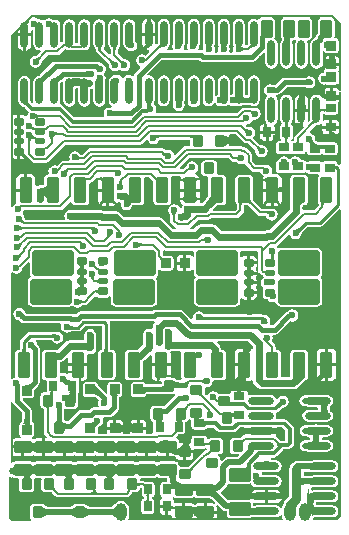
<source format=gtl>
G04*
G04 #@! TF.GenerationSoftware,Altium Limited,Altium Designer,20.2.7 (254)*
G04*
G04 Layer_Physical_Order=1*
G04 Layer_Color=255*
%FSLAX25Y25*%
%MOIN*%
G70*
G04*
G04 #@! TF.SameCoordinates,F843C583-EBE9-4D23-8C3A-A0ED9C3F7A7C*
G04*
G04*
G04 #@! TF.FilePolarity,Positive*
G04*
G01*
G75*
%ADD10C,0.00984*%
%ADD11C,0.00787*%
G04:AMPARAMS|DCode=14|XSize=33.47mil|YSize=33.47mil|CornerRadius=3.35mil|HoleSize=0mil|Usage=FLASHONLY|Rotation=0.000|XOffset=0mil|YOffset=0mil|HoleType=Round|Shape=RoundedRectangle|*
%AMROUNDEDRECTD14*
21,1,0.03347,0.02677,0,0,0.0*
21,1,0.02677,0.03347,0,0,0.0*
1,1,0.00669,0.01339,-0.01339*
1,1,0.00669,-0.01339,-0.01339*
1,1,0.00669,-0.01339,0.01339*
1,1,0.00669,0.01339,0.01339*
%
%ADD14ROUNDEDRECTD14*%
G04:AMPARAMS|DCode=15|XSize=33.47mil|YSize=33.47mil|CornerRadius=3.35mil|HoleSize=0mil|Usage=FLASHONLY|Rotation=270.000|XOffset=0mil|YOffset=0mil|HoleType=Round|Shape=RoundedRectangle|*
%AMROUNDEDRECTD15*
21,1,0.03347,0.02677,0,0,270.0*
21,1,0.02677,0.03347,0,0,270.0*
1,1,0.00669,-0.01339,-0.01339*
1,1,0.00669,-0.01339,0.01339*
1,1,0.00669,0.01339,0.01339*
1,1,0.00669,0.01339,-0.01339*
%
%ADD15ROUNDEDRECTD15*%
G04:AMPARAMS|DCode=16|XSize=39.37mil|YSize=57.09mil|CornerRadius=3.94mil|HoleSize=0mil|Usage=FLASHONLY|Rotation=180.000|XOffset=0mil|YOffset=0mil|HoleType=Round|Shape=RoundedRectangle|*
%AMROUNDEDRECTD16*
21,1,0.03937,0.04921,0,0,180.0*
21,1,0.03150,0.05709,0,0,180.0*
1,1,0.00787,-0.01575,0.02461*
1,1,0.00787,0.01575,0.02461*
1,1,0.00787,0.01575,-0.02461*
1,1,0.00787,-0.01575,-0.02461*
%
%ADD16ROUNDEDRECTD16*%
G04:AMPARAMS|DCode=17|XSize=27.56mil|YSize=36.22mil|CornerRadius=2.76mil|HoleSize=0mil|Usage=FLASHONLY|Rotation=90.000|XOffset=0mil|YOffset=0mil|HoleType=Round|Shape=RoundedRectangle|*
%AMROUNDEDRECTD17*
21,1,0.02756,0.03071,0,0,90.0*
21,1,0.02205,0.03622,0,0,90.0*
1,1,0.00551,0.01535,0.01102*
1,1,0.00551,0.01535,-0.01102*
1,1,0.00551,-0.01535,-0.01102*
1,1,0.00551,-0.01535,0.01102*
%
%ADD17ROUNDEDRECTD17*%
G04:AMPARAMS|DCode=18|XSize=35.43mil|YSize=37.4mil|CornerRadius=3.54mil|HoleSize=0mil|Usage=FLASHONLY|Rotation=270.000|XOffset=0mil|YOffset=0mil|HoleType=Round|Shape=RoundedRectangle|*
%AMROUNDEDRECTD18*
21,1,0.03543,0.03032,0,0,270.0*
21,1,0.02835,0.03740,0,0,270.0*
1,1,0.00709,-0.01516,-0.01417*
1,1,0.00709,-0.01516,0.01417*
1,1,0.00709,0.01516,0.01417*
1,1,0.00709,0.01516,-0.01417*
%
%ADD18ROUNDEDRECTD18*%
G04:AMPARAMS|DCode=19|XSize=35.43mil|YSize=37.4mil|CornerRadius=3.54mil|HoleSize=0mil|Usage=FLASHONLY|Rotation=270.000|XOffset=0mil|YOffset=0mil|HoleType=Round|Shape=RoundedRectangle|*
%AMROUNDEDRECTD19*
21,1,0.03543,0.03032,0,0,270.0*
21,1,0.02835,0.03740,0,0,270.0*
1,1,0.00709,-0.01516,-0.01417*
1,1,0.00709,-0.01516,0.01417*
1,1,0.00709,0.01516,0.01417*
1,1,0.00709,0.01516,-0.01417*
%
%ADD19ROUNDEDRECTD19*%
G04:AMPARAMS|DCode=20|XSize=35.43mil|YSize=37.4mil|CornerRadius=3.54mil|HoleSize=0mil|Usage=FLASHONLY|Rotation=0.000|XOffset=0mil|YOffset=0mil|HoleType=Round|Shape=RoundedRectangle|*
%AMROUNDEDRECTD20*
21,1,0.03543,0.03032,0,0,0.0*
21,1,0.02835,0.03740,0,0,0.0*
1,1,0.00709,0.01417,-0.01516*
1,1,0.00709,-0.01417,-0.01516*
1,1,0.00709,-0.01417,0.01516*
1,1,0.00709,0.01417,0.01516*
%
%ADD20ROUNDEDRECTD20*%
G04:AMPARAMS|DCode=21|XSize=35.43mil|YSize=37.4mil|CornerRadius=3.54mil|HoleSize=0mil|Usage=FLASHONLY|Rotation=0.000|XOffset=0mil|YOffset=0mil|HoleType=Round|Shape=RoundedRectangle|*
%AMROUNDEDRECTD21*
21,1,0.03543,0.03032,0,0,0.0*
21,1,0.02835,0.03740,0,0,0.0*
1,1,0.00709,0.01417,-0.01516*
1,1,0.00709,-0.01417,-0.01516*
1,1,0.00709,-0.01417,0.01516*
1,1,0.00709,0.01417,0.01516*
%
%ADD21ROUNDEDRECTD21*%
G04:AMPARAMS|DCode=22|XSize=70.87mil|YSize=45.28mil|CornerRadius=4.53mil|HoleSize=0mil|Usage=FLASHONLY|Rotation=0.000|XOffset=0mil|YOffset=0mil|HoleType=Round|Shape=RoundedRectangle|*
%AMROUNDEDRECTD22*
21,1,0.07087,0.03622,0,0,0.0*
21,1,0.06181,0.04528,0,0,0.0*
1,1,0.00906,0.03091,-0.01811*
1,1,0.00906,-0.03091,-0.01811*
1,1,0.00906,-0.03091,0.01811*
1,1,0.00906,0.03091,0.01811*
%
%ADD22ROUNDEDRECTD22*%
G04:AMPARAMS|DCode=23|XSize=43.31mil|YSize=84.65mil|CornerRadius=4.33mil|HoleSize=0mil|Usage=FLASHONLY|Rotation=180.000|XOffset=0mil|YOffset=0mil|HoleType=Round|Shape=RoundedRectangle|*
%AMROUNDEDRECTD23*
21,1,0.04331,0.07598,0,0,180.0*
21,1,0.03465,0.08465,0,0,180.0*
1,1,0.00866,-0.01732,0.03799*
1,1,0.00866,0.01732,0.03799*
1,1,0.00866,0.01732,-0.03799*
1,1,0.00866,-0.01732,-0.03799*
%
%ADD23ROUNDEDRECTD23*%
G04:AMPARAMS|DCode=24|XSize=43.31mil|YSize=84.65mil|CornerRadius=4.33mil|HoleSize=0mil|Usage=FLASHONLY|Rotation=180.000|XOffset=0mil|YOffset=0mil|HoleType=Round|Shape=RoundedRectangle|*
%AMROUNDEDRECTD24*
21,1,0.04331,0.07599,0,0,180.0*
21,1,0.03465,0.08465,0,0,180.0*
1,1,0.00866,-0.01732,0.03799*
1,1,0.00866,0.01732,0.03799*
1,1,0.00866,0.01732,-0.03799*
1,1,0.00866,-0.01732,-0.03799*
%
%ADD24ROUNDEDRECTD24*%
G04:AMPARAMS|DCode=25|XSize=137.8mil|YSize=84.65mil|CornerRadius=8.47mil|HoleSize=0mil|Usage=FLASHONLY|Rotation=180.000|XOffset=0mil|YOffset=0mil|HoleType=Round|Shape=RoundedRectangle|*
%AMROUNDEDRECTD25*
21,1,0.13780,0.06772,0,0,180.0*
21,1,0.12087,0.08465,0,0,180.0*
1,1,0.01693,-0.06043,0.03386*
1,1,0.01693,0.06043,0.03386*
1,1,0.01693,0.06043,-0.03386*
1,1,0.01693,-0.06043,-0.03386*
%
%ADD25ROUNDEDRECTD25*%
G04:AMPARAMS|DCode=26|XSize=25.59mil|YSize=31.5mil|CornerRadius=2.56mil|HoleSize=0mil|Usage=FLASHONLY|Rotation=90.000|XOffset=0mil|YOffset=0mil|HoleType=Round|Shape=RoundedRectangle|*
%AMROUNDEDRECTD26*
21,1,0.02559,0.02638,0,0,90.0*
21,1,0.02047,0.03150,0,0,90.0*
1,1,0.00512,0.01319,0.01024*
1,1,0.00512,0.01319,-0.01024*
1,1,0.00512,-0.01319,-0.01024*
1,1,0.00512,-0.01319,0.01024*
%
%ADD26ROUNDEDRECTD26*%
G04:AMPARAMS|DCode=27|XSize=17.72mil|YSize=31.5mil|CornerRadius=1.77mil|HoleSize=0mil|Usage=FLASHONLY|Rotation=90.000|XOffset=0mil|YOffset=0mil|HoleType=Round|Shape=RoundedRectangle|*
%AMROUNDEDRECTD27*
21,1,0.01772,0.02795,0,0,90.0*
21,1,0.01417,0.03150,0,0,90.0*
1,1,0.00354,0.01398,0.00709*
1,1,0.00354,0.01398,-0.00709*
1,1,0.00354,-0.01398,-0.00709*
1,1,0.00354,-0.01398,0.00709*
%
%ADD27ROUNDEDRECTD27*%
%ADD28O,0.02362X0.08661*%
%ADD29O,0.08661X0.02362*%
G04:AMPARAMS|DCode=30|XSize=39.37mil|YSize=57.09mil|CornerRadius=3.94mil|HoleSize=0mil|Usage=FLASHONLY|Rotation=90.000|XOffset=0mil|YOffset=0mil|HoleType=Round|Shape=RoundedRectangle|*
%AMROUNDEDRECTD30*
21,1,0.03937,0.04921,0,0,90.0*
21,1,0.03150,0.05709,0,0,90.0*
1,1,0.00787,0.02461,0.01575*
1,1,0.00787,0.02461,-0.01575*
1,1,0.00787,-0.02461,-0.01575*
1,1,0.00787,-0.02461,0.01575*
%
%ADD30ROUNDEDRECTD30*%
G04:AMPARAMS|DCode=31|XSize=35.83mil|YSize=33.47mil|CornerRadius=3.35mil|HoleSize=0mil|Usage=FLASHONLY|Rotation=90.000|XOffset=0mil|YOffset=0mil|HoleType=Round|Shape=RoundedRectangle|*
%AMROUNDEDRECTD31*
21,1,0.03583,0.02677,0,0,90.0*
21,1,0.02913,0.03347,0,0,90.0*
1,1,0.00669,0.01339,0.01457*
1,1,0.00669,0.01339,-0.01457*
1,1,0.00669,-0.01339,-0.01457*
1,1,0.00669,-0.01339,0.01457*
%
%ADD31ROUNDEDRECTD31*%
G04:AMPARAMS|DCode=32|XSize=27.56mil|YSize=36.22mil|CornerRadius=2.76mil|HoleSize=0mil|Usage=FLASHONLY|Rotation=180.000|XOffset=0mil|YOffset=0mil|HoleType=Round|Shape=RoundedRectangle|*
%AMROUNDEDRECTD32*
21,1,0.02756,0.03071,0,0,180.0*
21,1,0.02205,0.03622,0,0,180.0*
1,1,0.00551,-0.01102,0.01535*
1,1,0.00551,0.01102,0.01535*
1,1,0.00551,0.01102,-0.01535*
1,1,0.00551,-0.01102,-0.01535*
%
%ADD32ROUNDEDRECTD32*%
G04:AMPARAMS|DCode=54|XSize=7.87mil|YSize=11.81mil|CornerRadius=0mil|HoleSize=0mil|Usage=FLASHONLY|Rotation=45.000|XOffset=0mil|YOffset=0mil|HoleType=Round|Shape=Round|*
%AMOVALD54*
21,1,0.00394,0.00787,0.00000,0.00000,135.0*
1,1,0.00787,0.00139,-0.00139*
1,1,0.00787,-0.00139,0.00139*
%
%ADD54OVALD54*%

%ADD55O,0.00787X0.14173*%
%ADD56O,0.06693X0.00787*%
G04:AMPARAMS|DCode=57|XSize=95.67mil|YSize=7.87mil|CornerRadius=0mil|HoleSize=0mil|Usage=FLASHONLY|Rotation=45.000|XOffset=0mil|YOffset=0mil|HoleType=Round|Shape=Round|*
%AMOVALD57*
21,1,0.08780,0.00787,0.00000,0.00000,45.0*
1,1,0.00787,-0.03104,-0.03104*
1,1,0.00787,0.03104,0.03104*
%
%ADD57OVALD57*%

%ADD58O,1.01181X0.00787*%
%ADD59O,0.00787X0.56693*%
%ADD60O,0.00787X0.34744*%
%ADD61O,0.00787X0.16732*%
%ADD62O,0.00787X1.01772*%
%ADD63O,0.44587X0.00787*%
%ADD64O,0.03937X0.05906*%
G04:AMPARAMS|DCode=65|XSize=39.37mil|YSize=7.87mil|CornerRadius=0mil|HoleSize=0mil|Usage=FLASHONLY|Rotation=315.000|XOffset=0mil|YOffset=0mil|HoleType=Round|Shape=Round|*
%AMOVALD65*
21,1,0.03150,0.00787,0.00000,0.00000,315.0*
1,1,0.00787,-0.01114,0.01114*
1,1,0.00787,0.01114,-0.01114*
%
%ADD65OVALD65*%

%ADD66O,0.00787X0.16339*%
%ADD67O,0.03150X0.02362*%
%ADD68C,0.01575*%
%ADD69C,0.01181*%
%ADD70C,0.01968*%
%ADD71C,0.03937*%
%ADD72C,0.02362*%
%ADD73C,0.03150*%
%ADD74C,0.05118*%
%ADD75C,0.02362*%
G36*
X84193Y168161D02*
X84086Y168140D01*
X83696Y167879D01*
X83585Y167714D01*
X83015Y167548D01*
X82939Y167559D01*
X82638Y167760D01*
X81870Y167913D01*
X81102Y167760D01*
X80451Y167325D01*
X80016Y166674D01*
X79863Y165905D01*
Y159606D01*
X79887Y159486D01*
X79558Y159096D01*
X79179Y159100D01*
X78855Y159496D01*
X78877Y159606D01*
Y165905D01*
X78724Y166674D01*
X78289Y167325D01*
X77638Y167760D01*
X76870Y167913D01*
X76102Y167760D01*
X75451Y167325D01*
X75016Y166674D01*
X74863Y165905D01*
Y159606D01*
X75016Y158838D01*
X75131Y158666D01*
X75035Y158523D01*
X74883Y157755D01*
X75016Y157086D01*
X74748Y156586D01*
X74011D01*
X73744Y157086D01*
X73877Y157755D01*
X73724Y158523D01*
X73619Y158681D01*
X73724Y158838D01*
X73877Y159606D01*
Y165905D01*
X73724Y166674D01*
X73289Y167325D01*
X72638Y167760D01*
X71870Y167913D01*
X71102Y167760D01*
X70451Y167325D01*
X70016Y166674D01*
X69863Y165905D01*
Y159606D01*
X70016Y158838D01*
X70121Y158681D01*
X70016Y158523D01*
X69863Y157755D01*
X69996Y157086D01*
X69728Y156586D01*
X69090D01*
X68822Y157086D01*
X68955Y157755D01*
X68803Y158523D01*
X68658Y158739D01*
X68724Y158838D01*
X68877Y159606D01*
Y165905D01*
X68724Y166674D01*
X68289Y167325D01*
X67638Y167760D01*
X66870Y167913D01*
X66102Y167760D01*
X65451Y167325D01*
X65016Y166674D01*
X64863Y165905D01*
Y159606D01*
X65016Y158838D01*
X65160Y158622D01*
X65094Y158523D01*
X64941Y157755D01*
X64938Y157743D01*
X64516Y157333D01*
X64311Y157373D01*
X64311Y157373D01*
X63612D01*
X63376Y157814D01*
X63468Y157952D01*
X63611Y158668D01*
X63724Y158838D01*
X63877Y159606D01*
Y165905D01*
X63724Y166674D01*
X63289Y167325D01*
X62638Y167760D01*
X61870Y167913D01*
X61102Y167760D01*
X60451Y167325D01*
X60016Y166674D01*
X59863Y165905D01*
Y159643D01*
X59760Y159489D01*
X59607Y158721D01*
X59760Y157952D01*
X59852Y157814D01*
X59616Y157373D01*
X58691D01*
X58455Y157814D01*
X58547Y157952D01*
X58700Y158721D01*
X58688Y158783D01*
X58724Y158838D01*
X58877Y159606D01*
Y165905D01*
X58724Y166674D01*
X58289Y167325D01*
X57638Y167760D01*
X56870Y167913D01*
X56102Y167760D01*
X55451Y167325D01*
X55016Y166674D01*
X54863Y165905D01*
Y159606D01*
X54875Y159544D01*
X54839Y159489D01*
X54686Y158721D01*
X54839Y157952D01*
X54931Y157814D01*
X54695Y157373D01*
X52972D01*
X52820Y157873D01*
X53289Y158187D01*
X53724Y158838D01*
X53877Y159606D01*
Y165905D01*
X53724Y166674D01*
X53289Y167325D01*
X52638Y167760D01*
X51870Y167913D01*
X51102Y167760D01*
X50451Y167325D01*
X50016Y166674D01*
X49863Y165905D01*
Y159722D01*
X49733Y159566D01*
X49534Y159367D01*
X49181Y159556D01*
X49094Y159634D01*
Y162256D01*
X44646D01*
Y159606D01*
X44816Y158755D01*
X45072Y158371D01*
X45191Y158495D01*
X45527Y158897D01*
X45647Y159075D01*
X45736Y159237D01*
X45792Y159385D01*
X45818Y159517D01*
X45811Y159634D01*
X45773Y159735D01*
X45703Y159822D01*
X47175Y158467D01*
X47094Y158449D01*
X47004Y158416D01*
X46906Y158368D01*
X46799Y158304D01*
X46683Y158225D01*
X46426Y158021D01*
X46284Y157896D01*
X45974Y157600D01*
X45271Y158073D01*
X45298Y158034D01*
X46019Y157552D01*
X46847Y157387D01*
X46969Y157204D01*
X47109Y156942D01*
X45791Y155624D01*
X45453Y155850D01*
X44685Y156003D01*
X43917Y155850D01*
X43266Y155415D01*
X42831Y154764D01*
X42678Y153996D01*
X42831Y153228D01*
X43266Y152577D01*
X43900Y152153D01*
X43969Y152096D01*
X44074Y151620D01*
X42369Y149915D01*
X42020Y149394D01*
X41931Y148943D01*
X41904Y148919D01*
X41525Y148752D01*
X41398Y148743D01*
X40926Y149059D01*
X40157Y149212D01*
X39389Y149059D01*
X38738Y148624D01*
X38430Y148162D01*
X38315Y148135D01*
X37871Y148168D01*
X37517Y148698D01*
X36866Y149133D01*
X36097Y149286D01*
X35329Y149133D01*
X34678Y148698D01*
X34650Y148655D01*
X34014Y148230D01*
X33579Y147579D01*
X33426Y146811D01*
Y140512D01*
X33579Y139744D01*
X34014Y139093D01*
X34501Y138767D01*
X34306Y138296D01*
X33858Y138385D01*
X33090Y138232D01*
X32439Y137797D01*
X32004Y137146D01*
X31851Y136378D01*
X32004Y135610D01*
X32099Y135468D01*
X31863Y135027D01*
X22078D01*
X18159Y138946D01*
X17703Y139251D01*
X17576Y139276D01*
X17287Y139744D01*
X17440Y140512D01*
Y146398D01*
X17470Y146450D01*
X17601Y146640D01*
X17961Y147069D01*
X17969Y147076D01*
X18430Y146830D01*
X18426Y146811D01*
Y143661D01*
Y140512D01*
X18579Y139744D01*
X19014Y139093D01*
X19665Y138657D01*
X20433Y138505D01*
X21201Y138657D01*
X21852Y139093D01*
X22287Y139744D01*
X22440Y140512D01*
Y144626D01*
X22564Y144676D01*
X22801Y144736D01*
X22933Y144756D01*
X23065Y144736D01*
X23303Y144676D01*
X23426Y144626D01*
Y140512D01*
X23579Y139744D01*
X24014Y139093D01*
X24665Y138657D01*
X25433Y138505D01*
X26201Y138657D01*
X26852Y139093D01*
X27287Y139744D01*
X27440Y140512D01*
Y144386D01*
X27835Y144465D01*
X27985Y144565D01*
X28426Y144329D01*
Y140512D01*
X28579Y139744D01*
X29014Y139093D01*
X29665Y138657D01*
X30433Y138505D01*
X31201Y138657D01*
X31852Y139093D01*
X32287Y139744D01*
X32440Y140512D01*
Y146811D01*
X32349Y147271D01*
X32366Y147298D01*
X32519Y148066D01*
X32366Y148834D01*
X32081Y149261D01*
X32047Y149840D01*
X32482Y150491D01*
X32635Y151259D01*
X32482Y152027D01*
X32047Y152678D01*
X31396Y153113D01*
X30691Y153253D01*
X30584Y153360D01*
X30064Y153708D01*
X29449Y153830D01*
X29449Y153830D01*
X15846D01*
X15846Y153830D01*
X15232Y153708D01*
X14711Y153360D01*
X14711Y153360D01*
X10569Y149217D01*
X10480Y149135D01*
X10191Y148893D01*
X10086Y148816D01*
X10004Y148761D01*
X9956Y148735D01*
X9936Y148730D01*
X9898Y148712D01*
X9665Y148665D01*
X9014Y148230D01*
X8579Y147579D01*
X8426Y146811D01*
Y140512D01*
X8520Y140040D01*
X8059Y139794D01*
X7686Y140167D01*
X7590Y140276D01*
X7463Y140436D01*
X7434Y140479D01*
X7440Y140512D01*
Y146811D01*
X7287Y147579D01*
X6852Y148230D01*
X6201Y148665D01*
X5433Y148818D01*
X4665Y148665D01*
X4014Y148230D01*
X3579Y147579D01*
X3426Y146811D01*
Y140512D01*
X3579Y139744D01*
X4014Y139093D01*
X4665Y138657D01*
X4926Y138606D01*
X4982Y138583D01*
X5067Y138568D01*
X5122Y138552D01*
X5189Y138526D01*
X5267Y138488D01*
X5357Y138437D01*
X5457Y138371D01*
X5558Y138296D01*
X5729Y138150D01*
X6697Y137182D01*
X6910Y136927D01*
X6769Y136459D01*
X6571Y136162D01*
X6431Y135458D01*
X6235Y135362D01*
X5930Y135308D01*
X5768Y135551D01*
X5352Y135829D01*
X4862Y135926D01*
X4043D01*
Y133622D01*
X3043D01*
Y135926D01*
X2224D01*
X1734Y135829D01*
X1386Y135596D01*
X1111Y135672D01*
X886Y135803D01*
Y161865D01*
X2747Y163738D01*
X3209Y163547D01*
Y163059D01*
X7657D01*
Y163736D01*
X8123Y164032D01*
X8426Y163872D01*
Y159409D01*
X8579Y158641D01*
X9014Y157990D01*
X9665Y157555D01*
X10433Y157402D01*
X10694Y157454D01*
X10940Y156993D01*
X9528Y155582D01*
X9497Y155561D01*
X9464Y155543D01*
X9428Y155528D01*
X9389Y155515D01*
X9345Y155503D01*
X9295Y155495D01*
X9253Y155491D01*
X9154Y155511D01*
X8386Y155358D01*
X7734Y154923D01*
X7299Y154272D01*
X7147Y153504D01*
X7299Y152736D01*
X7734Y152085D01*
X8386Y151650D01*
X9154Y151497D01*
X9922Y151650D01*
X10573Y152085D01*
X11008Y152736D01*
X11161Y153504D01*
X11141Y153604D01*
X11145Y153645D01*
X11153Y153695D01*
X11164Y153740D01*
X11178Y153779D01*
X11193Y153814D01*
X11211Y153848D01*
X11231Y153879D01*
X13196Y155843D01*
X16411D01*
X16412Y155843D01*
X16872Y155935D01*
X17263Y156196D01*
X18962Y157894D01*
X18983Y157892D01*
X19058Y157878D01*
X19125Y157861D01*
X19184Y157842D01*
X19235Y157821D01*
X19280Y157799D01*
X19319Y157776D01*
X19381Y157732D01*
X19439Y157707D01*
X19665Y157555D01*
X20433Y157402D01*
X20934Y157502D01*
X21358Y157418D01*
X21358Y157418D01*
X24219D01*
X24220Y157418D01*
X24680Y157510D01*
X24730Y157542D01*
X25433Y157402D01*
X26201Y157555D01*
X26852Y157990D01*
X27287Y158641D01*
X27440Y159409D01*
Y165709D01*
X27287Y166477D01*
X26852Y167128D01*
X26201Y167563D01*
X25433Y167716D01*
X24665Y167563D01*
X24014Y167128D01*
X23579Y166477D01*
X23426Y165709D01*
Y159826D01*
X22440D01*
Y165709D01*
X22287Y166477D01*
X21852Y167128D01*
X21201Y167563D01*
X20433Y167716D01*
X19665Y167563D01*
X19014Y167128D01*
X18579Y166477D01*
X18426Y165709D01*
Y160303D01*
X18288Y160276D01*
X18245Y160272D01*
X18231Y160264D01*
X18012Y160221D01*
X17940Y160173D01*
X17680Y160253D01*
X17440Y160440D01*
Y165709D01*
X17287Y166477D01*
X16852Y167128D01*
X16201Y167563D01*
X15433Y167716D01*
X14877Y167605D01*
X14351Y167957D01*
X13583Y168110D01*
X12815Y167957D01*
X12163Y167522D01*
X12154Y167508D01*
X11470Y167384D01*
X11201Y167563D01*
X10433Y167716D01*
X10051Y167640D01*
X9430Y168055D01*
X8895Y168161D01*
X8944Y168661D01*
X84144D01*
X84193Y168161D01*
D02*
G37*
G36*
X6479Y166942D02*
X6408Y166868D01*
X6301Y166742D01*
X6264Y166688D01*
X6239Y166641D01*
X6224Y166601D01*
X6221Y166567D01*
X6230Y166540D01*
X6250Y166519D01*
X6281Y166505D01*
X6178Y166535D01*
X6162Y166502D01*
X6099Y166335D01*
X6046Y166147D01*
X6003Y165940D01*
X5969Y165712D01*
X5930Y165195D01*
X5925Y164907D01*
X4941Y164414D01*
X4936Y164600D01*
X4921Y164755D01*
X4896Y164880D01*
X4861Y164975D01*
X4816Y165040D01*
X4761Y165075D01*
X4696Y165080D01*
X4621Y165055D01*
X4535Y165000D01*
X4440Y164915D01*
X6088Y166562D01*
X5128Y166848D01*
X5165Y166857D01*
X5210Y166878D01*
X5263Y166909D01*
X5323Y166951D01*
X5468Y167067D01*
X5643Y167225D01*
X5850Y167426D01*
X6479Y166942D01*
D02*
G37*
G36*
X14685Y166545D02*
X14739Y166456D01*
X14876Y166262D01*
X15048Y166049D01*
X15373Y165692D01*
X15500Y165563D01*
X15041Y164909D01*
X14955Y164988D01*
X14870Y165052D01*
X14784Y165103D01*
X14698Y165141D01*
X14611Y165165D01*
X14524Y165175D01*
X14437Y165172D01*
X14350Y165155D01*
X14262Y165124D01*
X14174Y165080D01*
X14640Y166630D01*
X14685Y166545D01*
D02*
G37*
G36*
X9266Y164817D02*
X9278Y164899D01*
X9266Y164972D01*
X9231Y165037D01*
X9173Y165093D01*
X9092Y165140D01*
X8987Y165179D01*
X8859Y165209D01*
X8707Y165231D01*
X8533Y165244D01*
X8335Y165248D01*
X8400Y166232D01*
X8639Y166237D01*
X9048Y166270D01*
X9219Y166300D01*
X9366Y166338D01*
X9492Y166384D01*
X9594Y166439D01*
X9674Y166502D01*
X9730Y166574D01*
X9765Y166654D01*
X9266Y164817D01*
D02*
G37*
G36*
X93714Y161781D02*
X93714Y161758D01*
X94501Y161729D01*
X94351Y161718D01*
X94218Y161675D01*
X94099Y161599D01*
X93997Y161489D01*
X93910Y161347D01*
X93840Y161172D01*
X93784Y160964D01*
X93758Y160804D01*
X93786Y160361D01*
X93812Y160194D01*
X93876Y159920D01*
X93915Y159813D01*
X91754Y160097D01*
X91827Y160207D01*
X91893Y160337D01*
X91950Y160485D01*
X92000Y160653D01*
X92043Y160840D01*
X92077Y161047D01*
X92080Y161070D01*
X92077Y161099D01*
X92042Y161280D01*
X92000Y161437D01*
X91949Y161571D01*
X91891Y161681D01*
X91826Y161768D01*
X91752Y161831D01*
X92135Y161817D01*
X92139Y162068D01*
X93714Y161781D01*
D02*
G37*
G36*
X57126Y160528D02*
X57130Y160419D01*
X57143Y160312D01*
X57164Y160207D01*
X57193Y160105D01*
X57231Y160005D01*
X57278Y159907D01*
X57332Y159811D01*
X57396Y159717D01*
X57467Y159625D01*
X57547Y159536D01*
X55895Y159591D01*
X55979Y159674D01*
X56055Y159760D01*
X56121Y159849D01*
X56179Y159941D01*
X56228Y160036D01*
X56268Y160134D01*
X56299Y160235D01*
X56321Y160339D01*
X56334Y160446D01*
X56339Y160556D01*
X57126Y160528D01*
D02*
G37*
G36*
X62341Y160360D02*
X62344Y160256D01*
X62353Y160151D01*
X62369Y160046D01*
X62390Y159941D01*
X62417Y159835D01*
X62490Y159621D01*
X62536Y159513D01*
X62646Y159296D01*
X61059Y159763D01*
X61153Y159819D01*
X61237Y159881D01*
X61312Y159950D01*
X61376Y160025D01*
X61430Y160106D01*
X61475Y160194D01*
X61509Y160288D01*
X61534Y160389D01*
X61549Y160495D01*
X61554Y160609D01*
X62341Y160360D01*
D02*
G37*
G36*
X51489Y158512D02*
X51445Y158572D01*
X51389Y158610D01*
X51324Y158628D01*
X51248Y158623D01*
X51162Y158597D01*
X51065Y158550D01*
X50957Y158481D01*
X50839Y158390D01*
X50711Y158278D01*
X50572Y158145D01*
X50161Y158847D01*
X50299Y158991D01*
X50519Y159254D01*
X50601Y159375D01*
X50664Y159487D01*
X50709Y159592D01*
X50735Y159689D01*
X50743Y159779D01*
X50732Y159860D01*
X50703Y159934D01*
X51489Y158512D01*
D02*
G37*
G36*
X81814Y158447D02*
X81754Y158491D01*
X81686Y158516D01*
X81609Y158520D01*
X81522Y158505D01*
X81427Y158469D01*
X81322Y158414D01*
X81208Y158338D01*
X81085Y158243D01*
X80953Y158127D01*
X80812Y157992D01*
X80255Y158548D01*
X80391Y158689D01*
X80602Y158944D01*
X80678Y159058D01*
X80733Y159163D01*
X80769Y159258D01*
X80784Y159345D01*
X80780Y159422D01*
X80755Y159491D01*
X80710Y159550D01*
X81814Y158447D01*
D02*
G37*
G36*
X19843Y158388D02*
X19756Y158450D01*
X19662Y158506D01*
X19563Y158555D01*
X19457Y158597D01*
X19346Y158633D01*
X19230Y158662D01*
X19107Y158685D01*
X18979Y158701D01*
X18845Y158711D01*
X18705Y158714D01*
X18473Y159502D01*
X18650Y159506D01*
X18806Y159518D01*
X18940Y159537D01*
X19053Y159565D01*
X19143Y159600D01*
X19211Y159644D01*
X19258Y159695D01*
X19283Y159754D01*
X19285Y159821D01*
X19266Y159896D01*
X19843Y158388D01*
D02*
G37*
G36*
X61838Y158511D02*
X62349Y158552D01*
X62348Y158547D01*
X62346Y158531D01*
X62343Y158422D01*
X62341Y158031D01*
X61221D01*
X61192Y158668D01*
X61838Y158511D01*
D02*
G37*
G36*
X56786Y158521D02*
X57144Y158475D01*
X57141Y158471D01*
X57138Y158458D01*
X57135Y158436D01*
X57131Y158366D01*
X57126Y158031D01*
X56299D01*
X56281Y158600D01*
X56786Y158521D01*
D02*
G37*
G36*
X67298Y159484D02*
X67311Y159376D01*
X67334Y159273D01*
X67365Y159172D01*
X67405Y159074D01*
X67454Y158979D01*
X67512Y158888D01*
X67579Y158800D01*
X67655Y158714D01*
X67740Y158632D01*
X67454Y158620D01*
X67438Y158610D01*
X67404Y158567D01*
X67375Y158507D01*
X67350Y158431D01*
X67330Y158339D01*
X67314Y158230D01*
X67302Y158105D01*
X67293Y157804D01*
X66506D01*
X66504Y157957D01*
X66486Y158214D01*
X66470Y158318D01*
X66449Y158406D01*
X66425Y158477D01*
X66395Y158532D01*
X66361Y158571D01*
X66355Y158575D01*
X66088Y158564D01*
X66167Y158654D01*
X66238Y158746D01*
X66301Y158841D01*
X66355Y158937D01*
X66401Y159036D01*
X66439Y159136D01*
X66468Y159239D01*
X66489Y159344D01*
X66502Y159450D01*
X66506Y159559D01*
X67293Y159594D01*
X67298Y159484D01*
D02*
G37*
G36*
X72258Y159471D02*
X72271Y159364D01*
X72293Y159260D01*
X72324Y159158D01*
X72363Y159060D01*
X72411Y158963D01*
X72467Y158870D01*
X72533Y158779D01*
X72607Y158691D01*
X72690Y158606D01*
X72416Y158603D01*
X72383Y158566D01*
X72348Y158505D01*
X72320Y158426D01*
X72296Y158329D01*
X72278Y158214D01*
X72264Y158082D01*
X72254Y157765D01*
X71466D01*
X71464Y157934D01*
X71443Y158220D01*
X71425Y158336D01*
X71401Y158434D01*
X71372Y158514D01*
X71338Y158577D01*
X71323Y158595D01*
X71036Y158592D01*
X71118Y158679D01*
X71191Y158769D01*
X71256Y158861D01*
X71312Y158955D01*
X71359Y159052D01*
X71398Y159151D01*
X71428Y159253D01*
X71449Y159358D01*
X71462Y159465D01*
X71466Y159574D01*
X72254Y159581D01*
X72258Y159471D01*
D02*
G37*
G36*
X77278Y159471D02*
X77291Y159364D01*
X77313Y159260D01*
X77343Y159159D01*
X77383Y159060D01*
X77430Y158963D01*
X77487Y158870D01*
X77552Y158779D01*
X77627Y158691D01*
X77694Y158622D01*
X77768Y158559D01*
X77863Y158490D01*
X77959Y158429D01*
X78057Y158376D01*
X78156Y158331D01*
X78257Y158294D01*
X78361Y158265D01*
X78465Y158245D01*
X78572Y158232D01*
X78681Y158228D01*
X78737Y157441D01*
X78626Y157436D01*
X78519Y157423D01*
X78416Y157400D01*
X78315Y157368D01*
X78219Y157327D01*
X78125Y157278D01*
X78035Y157219D01*
X77949Y157150D01*
X77866Y157073D01*
X77787Y156987D01*
X77678Y158605D01*
X77425Y158603D01*
X77402Y158577D01*
X77368Y158514D01*
X77339Y158434D01*
X77315Y158336D01*
X77297Y158220D01*
X77284Y158086D01*
X77274Y157765D01*
X76486D01*
X76484Y157933D01*
X76463Y158214D01*
X76444Y158329D01*
X76421Y158425D01*
X76392Y158504D01*
X76358Y158566D01*
X76332Y158594D01*
X76056Y158592D01*
X76138Y158679D01*
X76211Y158768D01*
X76275Y158861D01*
X76331Y158955D01*
X76379Y159052D01*
X76417Y159151D01*
X76447Y159253D01*
X76469Y159358D01*
X76482Y159465D01*
X76486Y159574D01*
X77274Y159581D01*
X77278Y159471D01*
D02*
G37*
G36*
X10720Y154514D02*
X10646Y154434D01*
X10580Y154349D01*
X10521Y154260D01*
X10471Y154166D01*
X10428Y154069D01*
X10393Y153967D01*
X10367Y153860D01*
X10348Y153750D01*
X10337Y153635D01*
X10335Y153516D01*
X9165Y154685D01*
X9285Y154688D01*
X9399Y154699D01*
X9510Y154717D01*
X9616Y154744D01*
X9718Y154778D01*
X9816Y154821D01*
X9909Y154871D01*
X9998Y154930D01*
X10083Y154997D01*
X10164Y155071D01*
X10720Y154514D01*
D02*
G37*
G36*
X106022Y152442D02*
X106014Y152494D01*
X105991Y152541D01*
X105952Y152582D01*
X105897Y152618D01*
X105827Y152648D01*
X105741Y152673D01*
X105640Y152692D01*
X105524Y152706D01*
X105391Y152714D01*
X105243Y152717D01*
Y153701D01*
X105391Y153703D01*
X105640Y153725D01*
X105741Y153745D01*
X105827Y153769D01*
X105897Y153799D01*
X105952Y153835D01*
X105991Y153876D01*
X106014Y153923D01*
X106022Y153975D01*
Y152442D01*
D02*
G37*
G36*
X104076Y168161D02*
X103968Y168140D01*
X103578Y167879D01*
X103317Y167488D01*
X103225Y167028D01*
Y163173D01*
X102823Y162771D01*
X102475Y162250D01*
X102353Y161636D01*
X102007Y161362D01*
X101356Y160927D01*
X100921Y160276D01*
X100768Y159508D01*
Y153209D01*
X100921Y152441D01*
X101356Y151789D01*
X102007Y151354D01*
X102776Y151202D01*
X103544Y151354D01*
X104195Y151789D01*
X104478Y152213D01*
X104978Y152061D01*
Y151358D01*
X105081Y150838D01*
X105376Y150397D01*
X105373Y150387D01*
X105206Y149909D01*
X104596Y149787D01*
X103945Y149352D01*
X103510Y148701D01*
X103357Y147933D01*
X103510Y147165D01*
X103945Y146514D01*
X104596Y146079D01*
X105364Y145926D01*
X105928Y146038D01*
X105999Y145990D01*
X106437Y145903D01*
X109114D01*
X109552Y145990D01*
X109923Y146238D01*
X110171Y146609D01*
X110258Y147047D01*
Y149724D01*
X110171Y150162D01*
X109996Y150424D01*
X110273Y150838D01*
X110377Y151358D01*
Y152197D01*
X107677D01*
Y152697D01*
X107177D01*
Y154270D01*
X107155Y154314D01*
X107106Y154394D01*
X107052Y154469D01*
X107177Y154453D01*
Y155396D01*
X106339D01*
X105818Y155293D01*
X105376Y154998D01*
X105283Y154857D01*
X104783Y155009D01*
Y157087D01*
X105282Y157141D01*
X105530Y156770D01*
X105901Y156522D01*
X106339Y156435D01*
X109016D01*
X109453Y156522D01*
X109825Y156770D01*
X110073Y157141D01*
X110160Y157579D01*
Y160256D01*
X110073Y160694D01*
X109825Y161065D01*
X109453Y161313D01*
X109110Y161381D01*
X109045Y161422D01*
X108937Y161544D01*
X108742Y161900D01*
X108783Y162106D01*
Y167028D01*
X108691Y167488D01*
X108606Y167616D01*
X108994Y167935D01*
X110925Y166004D01*
Y143803D01*
X110425Y143754D01*
X110371Y144025D01*
X110076Y144466D01*
X109635Y144761D01*
X109114Y144865D01*
X108276D01*
Y142165D01*
X107776D01*
Y141665D01*
X106120D01*
Y140886D01*
X106112Y140961D01*
X106088Y141027D01*
X106048Y141087D01*
X105992Y141138D01*
X105920Y141181D01*
X105832Y141217D01*
X105728Y141244D01*
X105608Y141264D01*
X105473Y141276D01*
X105321Y141279D01*
Y141665D01*
X105076D01*
Y141542D01*
X104934Y141490D01*
X104576Y141459D01*
X104195Y142029D01*
X103544Y142464D01*
X102776Y142617D01*
X102007Y142464D01*
X101356Y142029D01*
X100921Y141378D01*
X100768Y140610D01*
Y134311D01*
X100816Y134072D01*
X100728Y133967D01*
X100369Y133608D01*
X99909Y133854D01*
X99999Y134311D01*
Y136961D01*
X98276D01*
Y132097D01*
X98479Y131717D01*
X95704Y128942D01*
X95443Y128551D01*
X95351Y128091D01*
X95351Y128091D01*
Y127186D01*
X95020D01*
X94680Y127119D01*
X94401Y127283D01*
X94217Y127446D01*
X94234Y127581D01*
X94585Y127816D01*
X94820Y128168D01*
X94903Y128583D01*
Y131653D01*
X94820Y132068D01*
X94585Y132420D01*
X94481Y132489D01*
X94447Y132538D01*
X94342Y133082D01*
X94354Y133130D01*
X94630Y133543D01*
X94783Y134311D01*
Y140610D01*
X94630Y141378D01*
X94195Y142029D01*
X93544Y142464D01*
X92775Y142617D01*
X92007Y142464D01*
X91356Y142029D01*
X90921Y141378D01*
X90768Y140610D01*
Y134311D01*
X90921Y133543D01*
X91177Y133160D01*
X91181Y133060D01*
X91040Y132552D01*
X91033Y132544D01*
X90848Y132420D01*
X90613Y132068D01*
X90530Y131653D01*
Y128583D01*
X90613Y128168D01*
X90848Y127816D01*
X91043Y127686D01*
X90891Y127186D01*
X90394D01*
X89979Y127104D01*
X89627Y126869D01*
X89392Y126517D01*
X89310Y126102D01*
Y123898D01*
X89392Y123483D01*
X89627Y123131D01*
X89979Y122896D01*
X90394Y122814D01*
X93465D01*
X93879Y122896D01*
X94231Y123131D01*
X94253D01*
X94605Y122896D01*
X95020Y122814D01*
X98090D01*
X98505Y122896D01*
X98857Y123131D01*
X99046Y123414D01*
X99347Y123409D01*
X99558Y123348D01*
X99629Y122991D01*
X99863Y122639D01*
X100215Y122404D01*
X100630Y122322D01*
X103701D01*
X104115Y122404D01*
X104467Y122639D01*
X104883D01*
X105235Y122404D01*
X105650Y122322D01*
X108721D01*
X109135Y122404D01*
X109487Y122639D01*
X109722Y122991D01*
X109804Y123406D01*
Y125610D01*
X109722Y126025D01*
X109487Y126377D01*
X109135Y126611D01*
X108721Y126694D01*
X106823D01*
X106791Y126700D01*
X106791Y126700D01*
X103373D01*
X103349Y126706D01*
X103254Y126740D01*
X103149Y126787D01*
X103036Y126850D01*
X102914Y126931D01*
X102784Y127029D01*
X102711Y127092D01*
X102304Y127499D01*
X102288Y127520D01*
X102275Y127540D01*
X102342Y127875D01*
X102189Y128643D01*
X101754Y129294D01*
X101103Y129729D01*
X100687Y129812D01*
X100522Y130355D01*
X102452Y132284D01*
X102502Y132328D01*
X102533Y132352D01*
X102776Y132304D01*
X103544Y132457D01*
X104144Y132858D01*
X104376Y132800D01*
X104644Y132665D01*
Y132291D01*
X106980D01*
Y134194D01*
X105945D01*
X105447Y134095D01*
X105219Y133943D01*
X104769Y134244D01*
X104783Y134311D01*
Y135830D01*
X105064Y136080D01*
X105118Y136112D01*
X105283Y136152D01*
X105530Y135987D01*
X105945Y135905D01*
X109016D01*
X109431Y135987D01*
X109782Y136222D01*
X110017Y136574D01*
X110099Y136988D01*
Y139193D01*
X110017Y139608D01*
X109917Y139758D01*
X110076Y139865D01*
X110371Y140306D01*
X110425Y140577D01*
X110925Y140527D01*
Y119324D01*
X110425Y119116D01*
X110312Y119230D01*
X109889Y119512D01*
X109759Y119538D01*
X109722Y119726D01*
X109487Y120077D01*
X109135Y120312D01*
X108721Y120395D01*
X107296D01*
X107291Y120398D01*
X106791Y120498D01*
X106292Y120398D01*
X106287Y120395D01*
X105650D01*
X105235Y120312D01*
X105011Y120163D01*
X104675Y120110D01*
X104339Y120163D01*
X104115Y120312D01*
X103701Y120395D01*
X100630D01*
X100215Y120312D01*
X100144Y120264D01*
X99626Y120161D01*
X99580Y120131D01*
X99005Y120348D01*
X98857Y120570D01*
X98505Y120805D01*
X98090Y120887D01*
X97529D01*
X97187Y121399D01*
X96536Y121835D01*
X95768Y121987D01*
X95000Y121835D01*
X94349Y121399D01*
X94145Y121095D01*
X93548Y121101D01*
X93348Y121399D01*
X92697Y121835D01*
X91929Y121987D01*
X91161Y121835D01*
X90510Y121399D01*
X90133Y120835D01*
X89979Y120805D01*
X89627Y120570D01*
X89392Y120218D01*
X89310Y119803D01*
Y117598D01*
X89392Y117184D01*
X89627Y116832D01*
X89979Y116597D01*
X90394Y116515D01*
X93465D01*
X93879Y116597D01*
X94231Y116832D01*
X94253D01*
X94605Y116597D01*
X95020Y116515D01*
X98090D01*
X98505Y116597D01*
X98857Y116832D01*
X99335Y116647D01*
X99626Y116453D01*
X99813Y116416D01*
X99863Y116340D01*
X100215Y116105D01*
X100630Y116022D01*
X103422D01*
X103574Y115522D01*
X103490Y115467D01*
X103220Y115063D01*
X103126Y114587D01*
Y106988D01*
X103220Y106512D01*
X103364Y106297D01*
X103365Y106294D01*
X103370Y106288D01*
X103490Y106108D01*
X103539Y106076D01*
X103540Y106070D01*
X103548Y106033D01*
X103560Y105915D01*
Y105518D01*
X102060Y104019D01*
X98681D01*
X98681Y104019D01*
X98570Y103997D01*
X98070Y104383D01*
Y104762D01*
X98089Y104980D01*
X98137Y105276D01*
X98197Y105503D01*
X98259Y105657D01*
X98309Y105740D01*
X98313Y105744D01*
X98779D01*
X99256Y105839D01*
X99660Y106108D01*
X99929Y106512D01*
X100024Y106988D01*
Y114587D01*
X99929Y115063D01*
X99660Y115467D01*
X99256Y115736D01*
X98779Y115831D01*
X95315D01*
X94839Y115736D01*
X94435Y115467D01*
X94165Y115063D01*
X94071Y114587D01*
Y109877D01*
X94056Y109803D01*
Y104369D01*
X87068Y97381D01*
X86256D01*
X85488Y97228D01*
X85127Y96987D01*
X71238D01*
X69459Y98766D01*
X68808Y99201D01*
X68040Y99354D01*
X64205D01*
X63437Y99201D01*
X62785Y98766D01*
X61770Y97751D01*
X60559D01*
X60504Y97901D01*
X60475Y98251D01*
X60787Y98460D01*
X63288Y100961D01*
X66726D01*
X66726Y100961D01*
X67187Y101053D01*
X67578Y101314D01*
X67733Y101469D01*
X76000D01*
X76000Y101469D01*
X76461Y101561D01*
X76852Y101822D01*
X78253Y103223D01*
X78253Y103223D01*
X78514Y103614D01*
X78606Y104075D01*
X78606Y104075D01*
Y105744D01*
X79988D01*
X80158Y105600D01*
X83263Y102495D01*
X83263Y102495D01*
X83653Y102234D01*
X84114Y102142D01*
X84114Y102142D01*
X86005D01*
X86060Y101866D01*
X86495Y101215D01*
X87146Y100780D01*
X87914Y100628D01*
X88682Y100780D01*
X89333Y101215D01*
X89768Y101866D01*
X89921Y102635D01*
X89768Y103403D01*
X89333Y104054D01*
X88682Y104489D01*
X87914Y104642D01*
X87600Y104579D01*
X87589Y104581D01*
X86425Y104534D01*
X86304D01*
X86219Y104551D01*
X86219Y104551D01*
X84613D01*
X81890Y107273D01*
X81774Y107398D01*
X81717Y107469D01*
Y114587D01*
X81622Y115063D01*
X81352Y115467D01*
X80949Y115736D01*
X80472Y115831D01*
X77008D01*
X76532Y115736D01*
X76128Y115467D01*
X75858Y115063D01*
X75763Y114587D01*
Y106988D01*
X75858Y106512D01*
X76002Y106297D01*
X76003Y106294D01*
X76008Y106288D01*
X76128Y106108D01*
X76177Y106076D01*
X76178Y106070D01*
X76186Y106033D01*
X76197Y105915D01*
Y104574D01*
X75501Y103877D01*
X68334D01*
X68142Y104339D01*
X68543Y104740D01*
X68986Y105151D01*
X69360Y105452D01*
X69694Y105685D01*
X69797Y105744D01*
X71417D01*
X71894Y105839D01*
X72297Y106108D01*
X72567Y106512D01*
X72662Y106988D01*
Y114587D01*
X72567Y115063D01*
X72297Y115467D01*
X71894Y115736D01*
X71417Y115831D01*
X69916D01*
X69572Y116331D01*
X69609Y116516D01*
Y119547D01*
X69520Y119993D01*
X69268Y120370D01*
X68890Y120623D01*
X68445Y120711D01*
X65610D01*
X65165Y120623D01*
X64787Y120370D01*
X64535Y119993D01*
X64446Y119547D01*
Y116516D01*
X64535Y116070D01*
X64787Y115693D01*
X65165Y115440D01*
X65610Y115352D01*
X66440D01*
X66761Y114852D01*
X66708Y114587D01*
Y108832D01*
X66649Y108730D01*
X66423Y108405D01*
X65821Y107694D01*
X64661Y106535D01*
X64127D01*
X63810Y106921D01*
X63823Y106988D01*
Y110287D01*
X60630D01*
X57437D01*
Y106988D01*
X57548Y106429D01*
X57864Y105955D01*
X58119Y105785D01*
X57791Y105296D01*
X57718Y104927D01*
X57629Y104896D01*
X57198Y104874D01*
X56833Y105421D01*
X56182Y105856D01*
X55413Y106009D01*
X54645Y105856D01*
X53994Y105421D01*
X53559Y104770D01*
X53406Y104002D01*
X53559Y103234D01*
X53765Y102926D01*
X53796Y102853D01*
X53853Y102770D01*
X53892Y102706D01*
X53925Y102645D01*
X53952Y102587D01*
X53974Y102531D01*
X53991Y102477D01*
X54004Y102424D01*
X54012Y102374D01*
Y100612D01*
X54012Y100612D01*
X54104Y100151D01*
X54365Y99761D01*
X55666Y98460D01*
X55977Y98251D01*
X55948Y97901D01*
X55894Y97751D01*
X54965D01*
X51539Y101178D01*
X50888Y101613D01*
X50120Y101766D01*
X38770D01*
X37443Y103092D01*
X36792Y103527D01*
X36024Y103680D01*
X32017D01*
X31691Y103898D01*
X30923Y104051D01*
X26159D01*
X25746Y104133D01*
X25333Y104051D01*
X24092D01*
X23679Y104133D01*
X20768D01*
X20000Y103980D01*
X19349Y103545D01*
X18914Y102894D01*
X18761Y102126D01*
X18908Y101386D01*
X18910Y101298D01*
X18654Y100886D01*
X5864D01*
X5610Y101140D01*
X5579Y101183D01*
X5550Y101231D01*
X5521Y101284D01*
X5495Y101341D01*
X5474Y101394D01*
X5425Y101558D01*
X5406Y101648D01*
X5377Y101714D01*
X5315Y102025D01*
X4880Y102676D01*
X4829Y103311D01*
X5102Y103720D01*
X5192Y104170D01*
X10871D01*
X10871Y104170D01*
X17361D01*
X17362Y104170D01*
X17822Y104262D01*
X18213Y104523D01*
X20554Y106863D01*
X21097Y106699D01*
X21134Y106512D01*
X21404Y106108D01*
X21807Y105839D01*
X22284Y105744D01*
X25748D01*
X26224Y105839D01*
X26628Y106108D01*
X26898Y106512D01*
X26992Y106988D01*
Y112804D01*
X27145Y113258D01*
X27605Y113350D01*
X27996Y113611D01*
X29560Y115175D01*
X29679Y115161D01*
X30079Y114611D01*
X30074Y114587D01*
Y111287D01*
X33268D01*
Y110787D01*
X33768D01*
Y105527D01*
X35000D01*
X35559Y105638D01*
X36033Y105955D01*
X36350Y106429D01*
X36359Y106473D01*
X36931Y106785D01*
X37402Y106692D01*
X37461Y106321D01*
Y106299D01*
X37481Y106201D01*
X37461Y106102D01*
X37614Y105334D01*
X38049Y104683D01*
X38700Y104248D01*
X39469Y104095D01*
X40237Y104248D01*
X40888Y104683D01*
X41323Y105334D01*
X41404Y105744D01*
X44055D01*
X44531Y105839D01*
X44935Y106108D01*
X45205Y106512D01*
X45300Y106988D01*
Y114587D01*
X45295Y114610D01*
X45612Y114997D01*
X47103D01*
X48349Y113750D01*
X48349Y113750D01*
X48401Y113715D01*
Y106988D01*
X48496Y106512D01*
X48766Y106108D01*
X49169Y105839D01*
X49646Y105744D01*
X53110D01*
X53587Y105839D01*
X53990Y106108D01*
X54260Y106512D01*
X54355Y106988D01*
Y114587D01*
X54306Y114831D01*
X54636Y115331D01*
X57116D01*
X57485Y114831D01*
X57437Y114587D01*
Y111287D01*
X60630D01*
X63823D01*
Y114587D01*
X63712Y115146D01*
X63395Y115620D01*
X62921Y115937D01*
X62362Y116048D01*
X62139Y116513D01*
X62141Y116548D01*
X62738Y116947D01*
X63173Y117598D01*
X63326Y118366D01*
X63173Y119134D01*
X62738Y119785D01*
X62087Y120220D01*
X61319Y120373D01*
X60551Y120220D01*
X59900Y119785D01*
X59465Y119134D01*
X59422Y118920D01*
X59416Y118916D01*
X59394Y118894D01*
X59201Y118765D01*
X58175Y117740D01*
X57399D01*
X57208Y118202D01*
X60440Y121434D01*
X73465D01*
X73662Y121237D01*
X73823Y120996D01*
X74183Y120635D01*
X74574Y120375D01*
X75034Y120283D01*
X75035Y120283D01*
X76009D01*
X76044Y120275D01*
X76077Y120265D01*
X76111Y120252D01*
X76145Y120234D01*
X76180Y120212D01*
X76219Y120184D01*
X76260Y120148D01*
X76268Y120140D01*
X76337Y120037D01*
X76988Y119602D01*
X77756Y119450D01*
X78524Y119602D01*
X79096Y119384D01*
X79267Y119129D01*
X81218Y117177D01*
X81609Y116916D01*
X82070Y116824D01*
X82070Y116824D01*
X84096D01*
X84169Y116456D01*
X84604Y115805D01*
X85120Y115461D01*
X84910Y115146D01*
X84799Y114587D01*
Y111287D01*
X87992D01*
X90142D01*
Y112075D01*
X90150Y112000D01*
X90174Y111933D01*
X90214Y111874D01*
X90270Y111823D01*
X90342Y111780D01*
X90430Y111744D01*
X90533Y111717D01*
X90653Y111697D01*
X90789Y111685D01*
X90941Y111681D01*
Y111287D01*
X91186D01*
Y114587D01*
X91074Y115146D01*
X90758Y115620D01*
X90284Y115937D01*
X89724Y116048D01*
X88161D01*
X87896Y116548D01*
X88031Y117224D01*
X87878Y117992D01*
X87443Y118644D01*
X86792Y119079D01*
X86024Y119231D01*
X85348Y119097D01*
X85282Y119141D01*
X84821Y119233D01*
X84821Y119233D01*
X82569D01*
X81322Y120479D01*
Y122435D01*
X81322Y122435D01*
X81231Y122896D01*
X80970Y123287D01*
X80970Y123287D01*
X79586Y124670D01*
X79195Y124932D01*
X78734Y125023D01*
X78734Y125023D01*
X78452D01*
X78411Y125064D01*
X78020Y125325D01*
X77559Y125417D01*
X77559Y125417D01*
X73854D01*
X73566Y125768D01*
Y126207D01*
X73427Y126175D01*
X73210Y126105D01*
X73013Y126019D01*
X72837Y125918D01*
X72681Y125801D01*
X72546Y125669D01*
X72432Y125521D01*
Y126784D01*
X70768D01*
Y127784D01*
X72432D01*
Y129046D01*
X72546Y128898D01*
X72681Y128766D01*
X72837Y128649D01*
X73013Y128548D01*
X73210Y128462D01*
X73427Y128392D01*
X73566Y128360D01*
Y128799D01*
X73542Y128921D01*
X73859Y129308D01*
X75895D01*
X78489Y126714D01*
X78489Y126714D01*
X78880Y126453D01*
X79340Y126361D01*
X80115D01*
X82375Y124101D01*
X82395Y124070D01*
X82414Y124037D01*
X82429Y124001D01*
X82442Y123962D01*
X82453Y123918D01*
X82462Y123868D01*
X82466Y123826D01*
X82446Y123726D01*
X82599Y122958D01*
X83034Y122307D01*
X83685Y121872D01*
X84453Y121719D01*
X85221Y121872D01*
X85872Y122307D01*
X86307Y122958D01*
X86460Y123726D01*
X86307Y124495D01*
X85872Y125146D01*
X85221Y125581D01*
X84453Y125734D01*
X84353Y125714D01*
X84311Y125718D01*
X84261Y125726D01*
X84217Y125737D01*
X84178Y125751D01*
X84143Y125766D01*
X84109Y125784D01*
X84078Y125804D01*
X81705Y128177D01*
X81738Y128508D01*
X82173Y129159D01*
X82326Y129928D01*
X82173Y130696D01*
X81738Y131347D01*
X81087Y131782D01*
X80319Y131935D01*
X79919Y131855D01*
X79846Y131854D01*
X79776Y131839D01*
X79750Y131835D01*
X79734Y131835D01*
X79723Y131836D01*
X79716Y131838D01*
X79708Y131841D01*
X79697Y131846D01*
X79684Y131854D01*
X79375Y132163D01*
X79390Y132283D01*
X79572Y132673D01*
X80201Y132798D01*
X80852Y133233D01*
X81287Y133884D01*
X81296Y133927D01*
X81878Y134290D01*
X82227Y134220D01*
X82996Y134373D01*
X83647Y134808D01*
X84082Y135459D01*
X84235Y136227D01*
X84082Y136995D01*
X83647Y137646D01*
X82996Y138081D01*
X82227Y138234D01*
X81524Y138094D01*
X81475Y138127D01*
X81014Y138219D01*
X81014Y138219D01*
X78451D01*
X77991Y138127D01*
X77600Y137866D01*
X77600Y137866D01*
X76174Y136441D01*
X49413D01*
X49177Y136881D01*
X49295Y137058D01*
X49448Y137826D01*
X49295Y138594D01*
X48860Y139246D01*
X48445Y139523D01*
X48724Y139941D01*
X48877Y140709D01*
Y147008D01*
X48724Y147776D01*
X48289Y148427D01*
X47638Y148862D01*
X46870Y149015D01*
X46679Y148977D01*
X46433Y149438D01*
X51157Y154162D01*
X63646D01*
X63963Y153845D01*
X64484Y153497D01*
X65099Y153375D01*
X65099Y153375D01*
X81142D01*
X81142Y153375D01*
X81756Y153497D01*
X82277Y153845D01*
X85268Y156836D01*
X85769Y156629D01*
Y153209D01*
X85921Y152441D01*
X86356Y151789D01*
X87007Y151354D01*
X87775Y151202D01*
X88544Y151354D01*
X89195Y151789D01*
X89630Y152441D01*
X89783Y153209D01*
Y159508D01*
X89630Y160276D01*
X89195Y160927D01*
X88596Y161327D01*
X88809Y161645D01*
X88901Y162106D01*
Y167028D01*
X88809Y167488D01*
X88548Y167879D01*
X88158Y168140D01*
X88050Y168161D01*
X88100Y168661D01*
X91625D01*
X91674Y168161D01*
X91567Y168140D01*
X91176Y167879D01*
X90915Y167488D01*
X90823Y167028D01*
Y162106D01*
X90915Y161645D01*
X91176Y161255D01*
X91222Y161224D01*
X91235Y161190D01*
X91259Y161099D01*
X91266Y161064D01*
X91255Y160995D01*
X91223Y160856D01*
X91190Y160745D01*
X91158Y160664D01*
X91132Y160612D01*
X91086Y160542D01*
X91076Y160518D01*
X91059Y160499D01*
X91048Y160465D01*
X90921Y160276D01*
X90768Y159508D01*
Y153209D01*
X90921Y152441D01*
X91356Y151789D01*
X92007Y151354D01*
X92775Y151202D01*
X93544Y151354D01*
X94195Y151789D01*
X94630Y152441D01*
X94783Y153209D01*
Y159508D01*
X94695Y159950D01*
X94690Y160021D01*
X94675Y160050D01*
X94671Y160083D01*
X94665Y160098D01*
X94630Y160276D01*
X94611Y160304D01*
X94601Y160348D01*
X94592Y160405D01*
X94601Y160465D01*
X95012Y160902D01*
X95177D01*
X95638Y160994D01*
X95712Y160976D01*
X95785Y160930D01*
X95921Y160276D01*
X95768Y159508D01*
Y153544D01*
X95729Y153347D01*
X95882Y152578D01*
X95899Y152553D01*
X95921Y152441D01*
X96356Y151789D01*
X97008Y151354D01*
X97776Y151202D01*
X98544Y151354D01*
X99195Y151789D01*
X99630Y152441D01*
X99783Y153209D01*
Y159508D01*
X99636Y160245D01*
X99629Y160398D01*
X99790Y160785D01*
X100079Y160843D01*
X100198Y160922D01*
X100559Y160994D01*
X100950Y161255D01*
X101211Y161645D01*
X101303Y162106D01*
Y162619D01*
X101318Y162697D01*
X101303Y162775D01*
Y167028D01*
X101211Y167488D01*
X100950Y167879D01*
X100559Y168140D01*
X100452Y168161D01*
X100501Y168661D01*
X104026D01*
X104076Y168161D01*
D02*
G37*
G36*
X26551Y148715D02*
X26534Y148727D01*
X26504Y148738D01*
X26460Y148748D01*
X26404Y148756D01*
X26252Y148769D01*
X25927Y148779D01*
X25793Y148779D01*
X25971Y150354D01*
X26689Y150363D01*
X26551Y148715D01*
D02*
G37*
G36*
X23975Y147965D02*
X25128Y147950D01*
X24266Y144449D01*
X24295Y144673D01*
X24264Y144874D01*
X24174Y145051D01*
X24026Y145205D01*
X23818Y145335D01*
X23551Y145441D01*
X23225Y145524D01*
X22933Y145568D01*
X22641Y145524D01*
X22316Y145441D01*
X22049Y145335D01*
X21841Y145205D01*
X21692Y145051D01*
X21602Y144874D01*
X21572Y144673D01*
X21600Y144449D01*
X20738Y147950D01*
X20752Y147958D01*
X20835Y147965D01*
X21207Y147977D01*
X21892Y147981D01*
Y147992D01*
X22509Y147984D01*
X23975Y147992D01*
Y147965D01*
D02*
G37*
G36*
X106271Y148700D02*
X106330Y148659D01*
X106397Y148622D01*
X106473Y148591D01*
X106557Y148564D01*
X106650Y148543D01*
X106752Y148526D01*
X106861Y148514D01*
X107107Y148504D01*
X107106Y148485D01*
X107117Y148484D01*
X107096Y147914D01*
X107084Y147323D01*
X107073Y147323D01*
X107072Y147303D01*
X106945Y147301D01*
X106716Y147283D01*
X106614Y147267D01*
X106520Y147247D01*
X106435Y147222D01*
X106359Y147193D01*
X106291Y147160D01*
X106231Y147121D01*
X106180Y147079D01*
X106207Y147912D01*
X106221Y148746D01*
X106271Y148700D01*
D02*
G37*
G36*
X106181Y146871D02*
X106168Y146953D01*
X106133Y147027D01*
X106077Y147091D01*
X105999Y147148D01*
X105899Y147195D01*
X105778Y147234D01*
X105635Y147264D01*
X105472Y147286D01*
X105286Y147299D01*
X105079Y147303D01*
Y148484D01*
X105279Y148489D01*
X105384Y148500D01*
Y148504D01*
X105430Y148504D01*
X105615Y148524D01*
X105751Y148554D01*
X105866Y148594D01*
X105960Y148642D01*
X106032Y148699D01*
X106082Y148765D01*
X106112Y148840D01*
X106120Y148923D01*
X106181Y146871D01*
D02*
G37*
G36*
X31310Y147195D02*
X31301Y147179D01*
X31292Y147150D01*
X31284Y147108D01*
X31278Y147053D01*
X31264Y146807D01*
X31260Y146443D01*
X29685Y146513D01*
X29658Y147250D01*
X31310Y147195D01*
D02*
G37*
G36*
X17718Y147983D02*
X17426Y147679D01*
X16962Y147127D01*
X16790Y146878D01*
X16658Y146647D01*
X16566Y146434D01*
X16515Y146239D01*
X16503Y146063D01*
X16532Y145904D01*
X16600Y145763D01*
X15128Y147950D01*
X15211Y147970D01*
X15309Y148012D01*
X15421Y148074D01*
X15547Y148158D01*
X15687Y148262D01*
X16012Y148533D01*
X16393Y148887D01*
X16605Y149096D01*
X17718Y147983D01*
D02*
G37*
G36*
X12718D02*
X12426Y147679D01*
X11962Y147127D01*
X11790Y146878D01*
X11658Y146647D01*
X11566Y146434D01*
X11515Y146239D01*
X11503Y146063D01*
X11532Y145904D01*
X11600Y145763D01*
X10128Y147950D01*
X10211Y147970D01*
X10309Y148012D01*
X10421Y148074D01*
X10547Y148158D01*
X10688Y148262D01*
X11011Y148533D01*
X11393Y148887D01*
X11605Y149096D01*
X12718Y147983D01*
D02*
G37*
G36*
X40977Y146347D02*
X40970Y146319D01*
X40964Y146278D01*
X40955Y146156D01*
X40945Y145750D01*
X40945Y145616D01*
X39370D01*
X39331Y146361D01*
X40984D01*
X40977Y146347D01*
D02*
G37*
G36*
X36307Y146116D02*
X36290Y146106D01*
X36276Y146082D01*
X36263Y146045D01*
X36252Y145993D01*
X36242Y145928D01*
X36228Y145756D01*
X36220Y145395D01*
X34646Y145593D01*
X34959Y146963D01*
X36307Y146116D01*
D02*
G37*
G36*
X110925Y141673D02*
X110138Y140492D01*
X110130Y140642D01*
X110106Y140776D01*
X110067Y140894D01*
X110012Y140996D01*
X109941Y141083D01*
X109854Y141154D01*
X109752Y141209D01*
X109724Y141218D01*
X109719Y141217D01*
X109631Y141181D01*
X109559Y141138D01*
X109503Y141087D01*
X109463Y141027D01*
X109439Y140961D01*
X109431Y140886D01*
Y141275D01*
X109350Y141279D01*
Y142067D01*
X109431Y142071D01*
Y142461D01*
X109439Y142386D01*
X109463Y142319D01*
X109503Y142260D01*
X109559Y142209D01*
X109631Y142165D01*
X109719Y142130D01*
X109724Y142129D01*
X109752Y142138D01*
X109854Y142193D01*
X109941Y142264D01*
X110012Y142350D01*
X110067Y142453D01*
X110106Y142571D01*
X110130Y142705D01*
X110138Y142854D01*
X110925Y141673D01*
D02*
G37*
G36*
X6536Y140832D02*
X6503Y140725D01*
X6503Y140602D01*
X6533Y140464D01*
X6596Y140311D01*
X6690Y140143D01*
X6816Y139959D01*
X6974Y139760D01*
X7163Y139546D01*
X7385Y139317D01*
X6503Y138528D01*
X6351Y138674D01*
X6058Y138925D01*
X5916Y139030D01*
X5777Y139121D01*
X5641Y139199D01*
X5508Y139263D01*
X5378Y139313D01*
X5252Y139350D01*
X5128Y139373D01*
X6600Y140924D01*
X6536Y140832D01*
D02*
G37*
G36*
X47722Y139968D02*
X47677Y139926D01*
X47637Y139859D01*
X47603Y139766D01*
X47574Y139647D01*
X47550Y139503D01*
X47535Y139364D01*
X47555Y139272D01*
X47582Y139190D01*
X47615Y139119D01*
X47655Y139059D01*
X47699Y139011D01*
X47750Y138974D01*
X47807Y138949D01*
X47509Y138805D01*
X47507Y138670D01*
X47229D01*
X46334Y138239D01*
X46332Y138670D01*
X46326D01*
X46324Y138902D01*
X46283Y139448D01*
X46259Y139581D01*
X46230Y139689D01*
X46195Y139772D01*
X46155Y139830D01*
X46110Y139864D01*
X46059Y139873D01*
X47773Y139984D01*
X47722Y139968D01*
D02*
G37*
G36*
X105755Y136798D02*
X105721Y136838D01*
X105675Y136874D01*
X105618Y136905D01*
X105549Y136933D01*
X105468Y136955D01*
X105376Y136974D01*
X105272Y136989D01*
X105028Y137006D01*
X104889Y137008D01*
Y137795D01*
X105044Y137799D01*
X105183Y137811D01*
X105304Y137831D01*
X105409Y137858D01*
X105498Y137894D01*
X105569Y137937D01*
X105624Y137988D01*
X105662Y138047D01*
X105684Y138114D01*
X105688Y138189D01*
X105755Y136798D01*
D02*
G37*
G36*
X103951Y138114D02*
X103975Y138047D01*
X104015Y137988D01*
X104071Y137937D01*
X104143Y137894D01*
X104230Y137858D01*
X104334Y137831D01*
X104454Y137811D01*
X104590Y137799D01*
X104742Y137795D01*
Y137008D01*
X104590Y137004D01*
X104454Y136992D01*
X104334Y136972D01*
X104230Y136945D01*
X104143Y136909D01*
X104071Y136866D01*
X104015Y136815D01*
X103975Y136756D01*
X103951Y136689D01*
X103943Y136614D01*
Y138189D01*
X103951Y138114D01*
D02*
G37*
G36*
X34716Y137197D02*
X34744Y137191D01*
X34785Y137185D01*
X34907Y137175D01*
X35313Y137166D01*
X35447Y137165D01*
Y135591D01*
X34702Y135551D01*
Y137205D01*
X34716Y137197D01*
D02*
G37*
G36*
X9355Y136138D02*
X9444Y136065D01*
X9535Y136000D01*
X9629Y135943D01*
X9726Y135896D01*
X9825Y135857D01*
X9927Y135826D01*
X10031Y135805D01*
X10138Y135792D01*
X10248Y135787D01*
Y135000D01*
X10138Y134996D01*
X10031Y134983D01*
X9927Y134961D01*
X9825Y134931D01*
X9726Y134892D01*
X9629Y134844D01*
X9535Y134788D01*
X9444Y134723D01*
X9355Y134649D01*
X9269Y134567D01*
Y136221D01*
X9355Y136138D01*
D02*
G37*
G36*
X102719Y133151D02*
X102660Y133196D01*
X102592Y133221D01*
X102514Y133225D01*
X102428Y133210D01*
X102332Y133174D01*
X102227Y133119D01*
X102114Y133043D01*
X101991Y132948D01*
X101859Y132832D01*
X101718Y132696D01*
X101161Y133253D01*
X101296Y133394D01*
X101508Y133649D01*
X101583Y133763D01*
X101639Y133868D01*
X101674Y133963D01*
X101690Y134050D01*
X101685Y134127D01*
X101661Y134195D01*
X101616Y134255D01*
X102719Y133151D01*
D02*
G37*
G36*
X93526Y133428D02*
X93453Y133420D01*
X93387Y133391D01*
X93329Y133341D01*
X93279Y133271D01*
X93236Y133179D01*
X93202Y133067D01*
X93174Y132934D01*
X93155Y132780D01*
X93144Y132605D01*
X93143Y132580D01*
X93144Y132558D01*
X93155Y132422D01*
X93175Y132302D01*
X93203Y132198D01*
X93238Y132110D01*
X93282Y132038D01*
X93333Y131982D01*
X93392Y131942D01*
X93459Y131918D01*
X93533Y131910D01*
X91959D01*
X92033Y131918D01*
X92100Y131942D01*
X92159Y131982D01*
X92211Y132038D01*
X92254Y132110D01*
X92289Y132198D01*
X92317Y132302D01*
X92337Y132422D01*
X92348Y132558D01*
X92349Y132590D01*
X92348Y132629D01*
X92318Y132959D01*
X92291Y133094D01*
X92256Y133208D01*
X92213Y133302D01*
X92163Y133375D01*
X92105Y133429D01*
X92039Y133461D01*
X91966Y133474D01*
X93526Y133428D01*
D02*
G37*
G36*
X4434Y132352D02*
X4350Y132322D01*
X4277Y132272D01*
X4213Y132202D01*
X4158Y132113D01*
X4114Y132003D01*
X4080Y131874D01*
X4055Y131724D01*
X4054Y131707D01*
X4055Y131690D01*
X4080Y131541D01*
X4114Y131411D01*
X4158Y131302D01*
X4213Y131212D01*
X4277Y131142D01*
X4350Y131093D01*
X4434Y131063D01*
X4528Y131053D01*
X2559D01*
X2653Y131063D01*
X2736Y131093D01*
X2810Y131142D01*
X2874Y131212D01*
X2928Y131302D01*
X2972Y131411D01*
X3007Y131541D01*
X3032Y131690D01*
X3033Y131707D01*
X3032Y131724D01*
X3007Y131874D01*
X2972Y132003D01*
X2928Y132113D01*
X2874Y132202D01*
X2810Y132272D01*
X2736Y132322D01*
X2653Y132352D01*
X2559Y132362D01*
X4528D01*
X4434Y132352D01*
D02*
G37*
G36*
X8272Y132183D02*
X8285Y132111D01*
X8308Y132037D01*
X8340Y131961D01*
X8381Y131882D01*
X8432Y131800D01*
X8492Y131716D01*
X8561Y131630D01*
X8727Y131450D01*
X8180Y130883D01*
X8105Y130954D01*
X8031Y131014D01*
X7958Y131065D01*
X7886Y131106D01*
X7815Y131138D01*
X7745Y131159D01*
X7676Y131171D01*
X7608Y131173D01*
X7541Y131165D01*
X7475Y131147D01*
X8268Y132252D01*
X8272Y132183D01*
D02*
G37*
G36*
X79142Y131257D02*
X79228Y131192D01*
X79317Y131138D01*
X79408Y131095D01*
X79502Y131063D01*
X79600Y131042D01*
X79700Y131032D01*
X79803Y131033D01*
X79908Y131046D01*
X80016Y131069D01*
X79171Y129648D01*
X79140Y129767D01*
X79063Y129991D01*
X79018Y130095D01*
X78968Y130195D01*
X78914Y130291D01*
X78855Y130381D01*
X78792Y130467D01*
X78725Y130549D01*
X78653Y130625D01*
X79058Y131333D01*
X79142Y131257D01*
D02*
G37*
G36*
X15415Y130349D02*
X15504Y130275D01*
X15595Y130210D01*
X15689Y130154D01*
X15786Y130106D01*
X15885Y130067D01*
X15986Y130037D01*
X16091Y130015D01*
X16198Y130002D01*
X16307Y129998D01*
Y129211D01*
X16198Y129206D01*
X16091Y129193D01*
X15986Y129172D01*
X15885Y129141D01*
X15786Y129102D01*
X15689Y129055D01*
X15595Y128998D01*
X15504Y128934D01*
X15415Y128860D01*
X15329Y128778D01*
Y130431D01*
X15415Y130349D01*
D02*
G37*
G36*
X4434Y129292D02*
X4350Y129262D01*
X4277Y129212D01*
X4213Y129142D01*
X4158Y129053D01*
X4114Y128943D01*
X4080Y128814D01*
X4055Y128664D01*
X4050Y128602D01*
X4055Y128541D01*
X4080Y128391D01*
X4114Y128262D01*
X4158Y128152D01*
X4213Y128062D01*
X4277Y127993D01*
X4350Y127943D01*
X4434Y127913D01*
X4528Y127903D01*
X2559D01*
X2653Y127913D01*
X2736Y127943D01*
X2810Y127993D01*
X2874Y128062D01*
X2928Y128152D01*
X2972Y128262D01*
X3007Y128391D01*
X3032Y128541D01*
X3037Y128602D01*
X3032Y128664D01*
X3007Y128814D01*
X2972Y128943D01*
X2928Y129053D01*
X2874Y129142D01*
X2810Y129212D01*
X2736Y129262D01*
X2653Y129292D01*
X2559Y129302D01*
X4528D01*
X4434Y129292D01*
D02*
G37*
G36*
X61533Y127854D02*
X61536Y127929D01*
X61521Y127996D01*
X61488Y128055D01*
X61436Y128106D01*
X61365Y128150D01*
X61276Y128185D01*
X61168Y128213D01*
X61042Y128232D01*
X60897Y128244D01*
X60734Y128248D01*
X60829Y129035D01*
X60978Y129036D01*
X61601Y129078D01*
X61659Y129091D01*
X61704Y129105D01*
X61737Y129122D01*
X61533Y127854D01*
D02*
G37*
G36*
X15230Y128675D02*
X15156Y128586D01*
X15091Y128495D01*
X15035Y128401D01*
X14987Y128304D01*
X14948Y128205D01*
X14918Y128103D01*
X14896Y127999D01*
X14883Y127892D01*
X14879Y127782D01*
X14091D01*
X14087Y127892D01*
X14074Y127999D01*
X14052Y128103D01*
X14022Y128205D01*
X13983Y128304D01*
X13936Y128401D01*
X13879Y128495D01*
X13814Y128586D01*
X13741Y128675D01*
X13658Y128761D01*
X15312D01*
X15230Y128675D01*
D02*
G37*
G36*
X48966Y129208D02*
X49287Y129112D01*
X49393Y129089D01*
X49603Y129055D01*
X49707Y129044D01*
X49915Y129035D01*
X50311Y128248D01*
X50196Y128243D01*
X50090Y128228D01*
X49991Y128203D01*
X49901Y128168D01*
X49820Y128123D01*
X49747Y128069D01*
X49681Y128004D01*
X49625Y127929D01*
X49577Y127844D01*
X49536Y127750D01*
X48858Y129248D01*
X48966Y129208D01*
D02*
G37*
G36*
X8264Y129284D02*
X8343Y129060D01*
X8389Y128956D01*
X8439Y128856D01*
X8493Y128761D01*
X8552Y128671D01*
X8615Y128585D01*
X8683Y128504D01*
X8754Y128428D01*
X8355Y127713D01*
X8272Y127790D01*
X8186Y127855D01*
X8097Y127909D01*
X8005Y127952D01*
X7911Y127983D01*
X7814Y128004D01*
X7715Y128013D01*
X7700Y128013D01*
X7693Y128003D01*
X7636Y127909D01*
X7589Y127812D01*
X7550Y127713D01*
X7519Y127611D01*
X7498Y127507D01*
X7485Y127400D01*
X7480Y127290D01*
X6693D01*
X6689Y127400D01*
X6676Y127507D01*
X6654Y127611D01*
X6624Y127713D01*
X6585Y127812D01*
X6537Y127909D01*
X6481Y128003D01*
X6416Y128094D01*
X6342Y128183D01*
X6260Y128269D01*
X7571D01*
X8232Y129402D01*
X8264Y129284D01*
D02*
G37*
G36*
X93429Y128318D02*
X93362Y128294D01*
X93303Y128254D01*
X93252Y128198D01*
X93209Y128126D01*
X93173Y128038D01*
X93146Y127934D01*
X93126Y127814D01*
X93114Y127678D01*
X93110Y127526D01*
X92323D01*
X92319Y127678D01*
X92307Y127814D01*
X92287Y127934D01*
X92260Y128038D01*
X92224Y128126D01*
X92181Y128198D01*
X92130Y128254D01*
X92071Y128294D01*
X92004Y128318D01*
X91929Y128326D01*
X93504D01*
X93429Y128318D01*
D02*
G37*
G36*
X96953Y127007D02*
X96965Y126871D01*
X96984Y126751D01*
X97012Y126647D01*
X97047Y126559D01*
X97091Y126487D01*
X97142Y126431D01*
X97201Y126391D01*
X97268Y126367D01*
X97342Y126359D01*
X95768D01*
X95842Y126367D01*
X95910Y126391D01*
X95969Y126431D01*
X96020Y126487D01*
X96063Y126559D01*
X96098Y126647D01*
X96126Y126751D01*
X96146Y126871D01*
X96157Y127007D01*
X96161Y127158D01*
X96949D01*
X96953Y127007D01*
D02*
G37*
G36*
X93114Y127006D02*
X93126Y126869D01*
X93146Y126748D01*
X93173Y126643D01*
X93208Y126554D01*
X93251Y126481D01*
X93302Y126425D01*
X93361Y126384D01*
X93427Y126360D01*
X93502Y126351D01*
X91929Y126359D01*
X92004Y126367D01*
X92071Y126391D01*
X92130Y126430D01*
X92181Y126486D01*
X92224Y126558D01*
X92260Y126646D01*
X92287Y126750D01*
X92307Y126870D01*
X92319Y127006D01*
X92323Y127158D01*
X93110D01*
X93114Y127006D01*
D02*
G37*
G36*
X46443Y127420D02*
X46605Y127331D01*
X47006Y126730D01*
X47657Y126295D01*
X48425Y126143D01*
X49193Y126295D01*
X49844Y126730D01*
X50279Y127382D01*
X50291Y127437D01*
X60706D01*
Y125768D01*
X60418Y125417D01*
X59289D01*
X59289Y125417D01*
X58828Y125325D01*
X58437Y125064D01*
X55822Y122450D01*
X55280Y122614D01*
X55201Y123012D01*
X54766Y123663D01*
X54115Y124098D01*
X53347Y124251D01*
X52578Y124098D01*
X52476Y124030D01*
X52072Y124434D01*
X51681Y124695D01*
X51221Y124787D01*
X51221Y124787D01*
X27356D01*
X27356Y124787D01*
X26895Y124695D01*
X26505Y124434D01*
X24686Y122616D01*
X24154D01*
X24140Y122619D01*
X24129Y122623D01*
X24123Y122626D01*
X24118Y122629D01*
X24111Y122635D01*
X24101Y122646D01*
X24086Y122665D01*
X24048Y122725D01*
X23999Y122777D01*
X23762Y123132D01*
X23111Y123567D01*
X22343Y123720D01*
X21575Y123567D01*
X20923Y123132D01*
X20488Y122481D01*
X20335Y121713D01*
X20466Y121055D01*
X20193Y120555D01*
X18313D01*
X18313Y120555D01*
X17852Y120463D01*
X17461Y120202D01*
X16122Y118862D01*
X15453Y118995D01*
X14685Y118842D01*
X14034Y118407D01*
X13599Y117756D01*
X13446Y116988D01*
X13576Y116331D01*
X13303Y115831D01*
X13228D01*
X12752Y115736D01*
X12348Y115467D01*
X12079Y115063D01*
X11984Y114587D01*
Y112531D01*
X11974Y112521D01*
X11891Y112473D01*
X11744Y112416D01*
X11531Y112361D01*
X11255Y112317D01*
X11077Y112302D01*
X10531D01*
X9763Y112150D01*
X9599Y112040D01*
X9099Y112307D01*
Y114587D01*
X8988Y115146D01*
X8671Y115620D01*
X8197Y115937D01*
X7638Y116048D01*
X6406D01*
Y110787D01*
X5906D01*
Y110287D01*
X2712D01*
Y106988D01*
X2740Y106848D01*
X2480Y106342D01*
X2382Y106277D01*
X1829Y105907D01*
X1394Y105256D01*
X1386Y105217D01*
X886Y105266D01*
Y121402D01*
X1111Y121533D01*
X1386Y121609D01*
X1734Y121376D01*
X2224Y121279D01*
X3043D01*
Y123583D01*
X4043D01*
Y122647D01*
X5099Y123702D01*
X5044Y123627D01*
X5018Y123537D01*
X5019Y123433D01*
X5048Y123316D01*
X5105Y123183D01*
X5190Y123037D01*
X5302Y122877D01*
X5443Y122702D01*
X5807Y122310D01*
X5111Y121614D01*
X4908Y121810D01*
X4545Y122119D01*
X4384Y122232D01*
X4238Y122316D01*
X4106Y122373D01*
X4043Y122389D01*
Y121279D01*
X4862D01*
X5352Y121376D01*
X5768Y121654D01*
X5783Y121677D01*
X5867Y121718D01*
X6414Y121721D01*
X7864Y120271D01*
X7864Y120271D01*
X8255Y120010D01*
X8716Y119918D01*
X8716Y119918D01*
X12549D01*
X12549Y119918D01*
X13010Y120010D01*
X13401Y120271D01*
X19052Y125922D01*
X43990D01*
X43990Y125922D01*
X44451Y126013D01*
X44842Y126275D01*
X46093Y127526D01*
X46443Y127420D01*
D02*
G37*
G36*
X105151Y125866D02*
X105547Y125858D01*
X105393Y124114D01*
X105390Y124226D01*
X105362Y124327D01*
X105307Y124415D01*
X105227Y124492D01*
X105121Y124557D01*
X104988Y124610D01*
X104830Y124652D01*
X104675Y124676D01*
X104520Y124652D01*
X104362Y124610D01*
X104230Y124557D01*
X104123Y124492D01*
X104043Y124415D01*
X103989Y124327D01*
X103960Y124226D01*
X103957Y124114D01*
X103804Y125858D01*
X103810Y125864D01*
X103844Y125868D01*
X103908Y125872D01*
X104200Y125876D01*
Y125886D01*
X104530Y125879D01*
X105151Y125886D01*
Y125866D01*
D02*
G37*
G36*
X101468Y127518D02*
X101468Y127448D01*
X101479Y127375D01*
X101501Y127299D01*
X101533Y127221D01*
X101577Y127140D01*
X101632Y127057D01*
X101698Y126970D01*
X101774Y126881D01*
X101862Y126789D01*
X101726Y126714D01*
X101937D01*
X102109Y126550D01*
X102280Y126404D01*
X102450Y126275D01*
X102619Y126164D01*
X102787Y126070D01*
X102953Y125994D01*
X103119Y125936D01*
X103283Y125895D01*
X103446Y125872D01*
X103607Y125867D01*
X100440Y125800D01*
X100518Y125863D01*
X100575Y125932D01*
X100611Y126007D01*
X100625Y126089D01*
X100619Y126177D01*
X100591Y126272D01*
X100542Y126373D01*
X100476Y126472D01*
X100370Y126564D01*
X100301Y126612D01*
X100236Y126653D01*
X100175Y126685D01*
X100119Y126709D01*
X100068Y126725D01*
X101480Y127585D01*
X101468Y127518D01*
D02*
G37*
G36*
X4434Y126142D02*
X4350Y126112D01*
X4277Y126063D01*
X4213Y125993D01*
X4158Y125903D01*
X4114Y125794D01*
X4080Y125664D01*
X4055Y125515D01*
X4054Y125498D01*
X4055Y125481D01*
X4080Y125331D01*
X4114Y125202D01*
X4158Y125092D01*
X4213Y125002D01*
X4277Y124933D01*
X4350Y124883D01*
X4434Y124853D01*
X4528Y124843D01*
X2559D01*
X2653Y124853D01*
X2736Y124883D01*
X2810Y124933D01*
X2874Y125002D01*
X2928Y125092D01*
X2972Y125202D01*
X3007Y125331D01*
X3032Y125481D01*
X3033Y125498D01*
X3032Y125515D01*
X3007Y125664D01*
X2972Y125794D01*
X2928Y125903D01*
X2874Y125993D01*
X2810Y126063D01*
X2736Y126112D01*
X2653Y126142D01*
X2559Y126152D01*
X4528D01*
X4434Y126142D01*
D02*
G37*
G36*
X83523Y125219D02*
X83608Y125153D01*
X83697Y125094D01*
X83791Y125043D01*
X83888Y125001D01*
X83990Y124966D01*
X84097Y124940D01*
X84207Y124921D01*
X84322Y124910D01*
X84441Y124908D01*
X83272Y123738D01*
X83269Y123857D01*
X83258Y123972D01*
X83240Y124083D01*
X83213Y124189D01*
X83179Y124291D01*
X83136Y124389D01*
X83085Y124482D01*
X83027Y124571D01*
X82960Y124656D01*
X82886Y124737D01*
X83443Y125293D01*
X83523Y125219D01*
D02*
G37*
G36*
X51988Y123379D02*
X52074Y123314D01*
X52160Y123263D01*
X52247Y123225D01*
X52334Y123201D01*
X52422Y123190D01*
X52511Y123192D01*
X52600Y123208D01*
X52689Y123237D01*
X52779Y123280D01*
X52282Y121732D01*
X52235Y121824D01*
X52116Y122017D01*
X52044Y122119D01*
X51778Y122448D01*
X51672Y122565D01*
X51437Y122810D01*
X51903Y123457D01*
X51988Y123379D01*
D02*
G37*
G36*
X23428Y122203D02*
X23493Y122120D01*
X23564Y122046D01*
X23641Y121982D01*
X23724Y121928D01*
X23813Y121884D01*
X23908Y121849D01*
X24009Y121825D01*
X24116Y121810D01*
X24229Y121805D01*
X24006Y121018D01*
X23901Y121014D01*
X23797Y121005D01*
X23691Y120989D01*
X23586Y120966D01*
X23480Y120938D01*
X23374Y120903D01*
X23268Y120861D01*
X23054Y120759D01*
X22947Y120698D01*
X23369Y122297D01*
X23428Y122203D01*
D02*
G37*
G36*
X76891Y120652D02*
X76808Y120736D01*
X76721Y120811D01*
X76632Y120877D01*
X76539Y120934D01*
X76444Y120983D01*
X76346Y121023D01*
X76244Y121054D01*
X76140Y121076D01*
X76033Y121089D01*
X75923Y121093D01*
X75945Y121881D01*
X76054Y121885D01*
X76161Y121898D01*
X76266Y121919D01*
X76368Y121949D01*
X76468Y121987D01*
X76566Y122033D01*
X76661Y122089D01*
X76754Y122152D01*
X76845Y122224D01*
X76934Y122305D01*
X76891Y120652D01*
D02*
G37*
G36*
X20071Y117211D02*
X19996Y117130D01*
X19930Y117046D01*
X19872Y116956D01*
X19821Y116863D01*
X19778Y116765D01*
X19744Y116663D01*
X19717Y116557D01*
X19699Y116447D01*
X19688Y116332D01*
X19685Y116213D01*
X18516Y117382D01*
X18635Y117385D01*
X18750Y117395D01*
X18860Y117414D01*
X18967Y117441D01*
X19069Y117475D01*
X19166Y117518D01*
X19260Y117568D01*
X19349Y117627D01*
X19433Y117693D01*
X19514Y117768D01*
X20071Y117211D01*
D02*
G37*
G36*
X31118Y113799D02*
X31125Y113874D01*
X31113Y113941D01*
X31082Y114000D01*
X31031Y114051D01*
X30960Y114094D01*
X30871Y114130D01*
X30762Y114157D01*
X30633Y114177D01*
X30486Y114189D01*
X30319Y114193D01*
X30579Y114980D01*
X31371Y114983D01*
X31118Y113799D01*
D02*
G37*
G36*
X62558Y114968D02*
X62602Y114954D01*
X62660Y114942D01*
X62731Y114931D01*
X62913Y114915D01*
X63285Y114902D01*
X63436Y114902D01*
X63579Y114114D01*
X63413Y114110D01*
X63266Y114098D01*
X63138Y114079D01*
X63029Y114051D01*
X62940Y114016D01*
X62870Y113972D01*
X62818Y113921D01*
X62786Y113862D01*
X62773Y113795D01*
X62779Y113721D01*
X62527Y114983D01*
X62558Y114968D01*
D02*
G37*
G36*
X25956Y114959D02*
X26011Y114937D01*
X26078Y114918D01*
X26156Y114902D01*
X26245Y114888D01*
X26458Y114868D01*
X26716Y114857D01*
X26862Y114856D01*
X26965Y114069D01*
X26799Y114065D01*
X26653Y114053D01*
X26525Y114033D01*
X26417Y114006D01*
X26327Y113970D01*
X26257Y113927D01*
X26205Y113876D01*
X26173Y113817D01*
X26160Y113750D01*
X26165Y113675D01*
X25912Y114983D01*
X25956Y114959D01*
D02*
G37*
G36*
X85843Y113406D02*
X85840Y113480D01*
X85820Y113547D01*
X85783Y113606D01*
X85729Y113657D01*
X85658Y113701D01*
X85569Y113736D01*
X85464Y113764D01*
X85341Y113784D01*
X85200Y113795D01*
X85043Y113799D01*
Y114587D01*
X85180Y114590D01*
X85424Y114614D01*
X85530Y114635D01*
X85627Y114663D01*
X85713Y114696D01*
X85789Y114735D01*
X85855Y114781D01*
X85911Y114832D01*
X85956Y114890D01*
X85843Y113406D01*
D02*
G37*
G36*
X58480Y113386D02*
X58478Y113461D01*
X58458Y113528D01*
X58421Y113587D01*
X58367Y113638D01*
X58295Y113681D01*
X58207Y113716D01*
X58101Y113744D01*
X57978Y113764D01*
X57838Y113776D01*
X57681Y113779D01*
Y114567D01*
X57815Y114570D01*
X57941Y114580D01*
X58056Y114596D01*
X58162Y114619D01*
X58258Y114648D01*
X58344Y114683D01*
X58421Y114725D01*
X58488Y114774D01*
X58546Y114829D01*
X58594Y114890D01*
X58480Y113386D01*
D02*
G37*
G36*
X37799Y113551D02*
X37810Y113438D01*
X37828Y113332D01*
X37854Y113231D01*
X37887Y113136D01*
X37927Y113047D01*
X37975Y112965D01*
X38029Y112888D01*
X38091Y112818D01*
X38161Y112753D01*
X36642D01*
X36712Y112818D01*
X36774Y112888D01*
X36829Y112965D01*
X36876Y113047D01*
X36916Y113136D01*
X36949Y113231D01*
X36975Y113332D01*
X36993Y113438D01*
X37004Y113551D01*
X37008Y113671D01*
X37795D01*
X37799Y113551D01*
D02*
G37*
G36*
X12811Y108028D02*
X12788Y108234D01*
X12720Y108419D01*
X12606Y108582D01*
X12446Y108723D01*
X12241Y108843D01*
X11990Y108940D01*
X11694Y109016D01*
X11352Y109071D01*
X10965Y109103D01*
X10531Y109114D01*
Y111476D01*
X10965Y111487D01*
X11352Y111520D01*
X11694Y111574D01*
X11990Y111650D01*
X12241Y111748D01*
X12446Y111867D01*
X12606Y112009D01*
X12720Y112172D01*
X12788Y112356D01*
X12811Y112563D01*
Y108028D01*
D02*
G37*
G36*
X62787Y108488D02*
X62811Y108421D01*
X62852Y108362D01*
X62907Y108311D01*
X62979Y108268D01*
X63067Y108232D01*
X63171Y108205D01*
X63291Y108185D01*
X63427Y108173D01*
X63579Y108169D01*
Y107382D01*
X63427Y107378D01*
X63291Y107366D01*
X63171Y107347D01*
X63067Y107319D01*
X62980Y107284D01*
X62908Y107241D01*
X62852Y107190D01*
X62812Y107131D01*
X62788Y107065D01*
X62780Y106991D01*
X62779Y108563D01*
X62787Y108488D01*
D02*
G37*
G36*
X58480Y106991D02*
X58472Y107065D01*
X58448Y107131D01*
X58408Y107190D01*
X58352Y107241D01*
X58280Y107284D01*
X58192Y107319D01*
X58088Y107347D01*
X57969Y107366D01*
X57833Y107378D01*
X57681Y107382D01*
Y108169D01*
X57833Y108173D01*
X57969Y108185D01*
X58089Y108205D01*
X58192Y108232D01*
X58280Y108268D01*
X58352Y108311D01*
X58408Y108362D01*
X58448Y108421D01*
X58472Y108488D01*
X58480Y108563D01*
X58480Y106991D01*
D02*
G37*
G36*
X70864Y106571D02*
X70682Y106703D01*
X70465Y106769D01*
X70215Y106768D01*
X69932Y106700D01*
X69614Y106565D01*
X69263Y106363D01*
X68879Y106095D01*
X68461Y105760D01*
X67523Y104889D01*
X65853Y106559D01*
X66322Y107044D01*
X67059Y107914D01*
X67328Y108299D01*
X67529Y108650D01*
X67664Y108967D01*
X67732Y109251D01*
X67734Y109501D01*
X67668Y109717D01*
X67536Y109899D01*
X70864Y106571D01*
D02*
G37*
G36*
X80846Y107612D02*
X80825Y107541D01*
X80826Y107458D01*
X80850Y107364D01*
X80896Y107258D01*
X80964Y107141D01*
X81054Y107012D01*
X81167Y106873D01*
X81458Y106559D01*
X80902Y106002D01*
X80739Y106159D01*
X80448Y106407D01*
X80320Y106497D01*
X80203Y106565D01*
X80097Y106611D01*
X80003Y106634D01*
X79920Y106635D01*
X79848Y106614D01*
X79788Y106571D01*
X80890Y107673D01*
X80846Y107612D01*
D02*
G37*
G36*
X35374D02*
X35353Y107541D01*
X35354Y107458D01*
X35378Y107364D01*
X35423Y107258D01*
X35491Y107141D01*
X35582Y107012D01*
X35694Y106873D01*
X35986Y106559D01*
X35429Y106002D01*
X35267Y106159D01*
X34976Y106407D01*
X34847Y106497D01*
X34730Y106565D01*
X34625Y106611D01*
X34530Y106634D01*
X34448Y106635D01*
X34376Y106614D01*
X34316Y106571D01*
X35417Y107673D01*
X35374Y107612D01*
D02*
G37*
G36*
X105551Y106571D02*
X105476Y106568D01*
X105409Y106549D01*
X105350Y106512D01*
X105299Y106457D01*
X105256Y106386D01*
X105220Y106298D01*
X105193Y106192D01*
X105173Y106069D01*
X105161Y105929D01*
X105157Y105772D01*
X104370D01*
X104367Y105909D01*
X104343Y106152D01*
X104322Y106259D01*
X104294Y106355D01*
X104261Y106441D01*
X104221Y106517D01*
X104176Y106583D01*
X104124Y106639D01*
X104067Y106685D01*
X105551Y106571D01*
D02*
G37*
G36*
X78189D02*
X78114Y106568D01*
X78047Y106549D01*
X77988Y106512D01*
X77937Y106457D01*
X77894Y106386D01*
X77858Y106298D01*
X77831Y106192D01*
X77811Y106069D01*
X77799Y105929D01*
X77795Y105772D01*
X77008D01*
X77005Y105909D01*
X76981Y106152D01*
X76959Y106259D01*
X76932Y106355D01*
X76899Y106441D01*
X76859Y106517D01*
X76814Y106583D01*
X76762Y106639D01*
X76704Y106685D01*
X78189Y106571D01*
D02*
G37*
G36*
X98425Y106571D02*
X98201Y106562D01*
X98000Y106503D01*
X97823Y106393D01*
X97669Y106232D01*
X97539Y106020D01*
X97433Y105757D01*
X97350Y105443D01*
X97291Y105079D01*
X97256Y104663D01*
X97244Y104197D01*
X94882D01*
X94918Y106824D01*
X98425Y106571D01*
D02*
G37*
G36*
X86745Y102462D02*
X86728Y102552D01*
X86703Y102633D01*
X86670Y102704D01*
X86630Y102766D01*
X86583Y102818D01*
X86528Y102860D01*
X86466Y102893D01*
X86397Y102917D01*
X86320Y102931D01*
X86236Y102936D01*
X86250Y103723D01*
X87621Y103779D01*
X86745Y102462D01*
D02*
G37*
G36*
X56088Y103032D02*
X55997Y102963D01*
X55916Y102890D01*
X55844Y102811D01*
X55782Y102728D01*
X55730Y102640D01*
X55687Y102547D01*
X55653Y102450D01*
X55629Y102348D01*
X55615Y102241D01*
X55610Y102129D01*
X54823Y102270D01*
X54819Y102377D01*
X54808Y102483D01*
X54790Y102588D01*
X54764Y102693D01*
X54732Y102797D01*
X54691Y102901D01*
X54644Y103003D01*
X54589Y103105D01*
X54527Y103207D01*
X54458Y103308D01*
X56088Y103032D01*
D02*
G37*
G36*
X4647Y101358D02*
X4714Y101132D01*
X4756Y101026D01*
X4803Y100925D01*
X4854Y100829D01*
X4911Y100737D01*
X4973Y100650D01*
X5041Y100568D01*
X5113Y100491D01*
X4676Y99814D01*
X4593Y99890D01*
X4507Y99956D01*
X4418Y100011D01*
X4326Y100055D01*
X4230Y100089D01*
X4132Y100113D01*
X4030Y100126D01*
X3925Y100128D01*
X3817Y100120D01*
X3706Y100101D01*
X4621Y101478D01*
X4647Y101358D01*
D02*
G37*
G36*
X28904Y98407D02*
X27872Y97300D01*
X27869Y97378D01*
X27854Y97449D01*
X27826Y97511D01*
X27785Y97564D01*
X27731Y97610D01*
X27663Y97647D01*
X27582Y97676D01*
X27489Y97697D01*
X27382Y97709D01*
X27262Y97713D01*
X27545Y98501D01*
X28904Y98407D01*
D02*
G37*
G36*
X3997Y98851D02*
X4086Y98778D01*
X4177Y98713D01*
X4271Y98656D01*
X4368Y98609D01*
X4467Y98570D01*
X4569Y98540D01*
X4673Y98518D01*
X4780Y98505D01*
X4889Y98501D01*
Y97713D01*
X4780Y97709D01*
X4673Y97696D01*
X4569Y97674D01*
X4467Y97644D01*
X4368Y97605D01*
X4271Y97557D01*
X4177Y97501D01*
X4086Y97436D01*
X3997Y97362D01*
X3911Y97280D01*
Y98934D01*
X3997Y98851D01*
D02*
G37*
G36*
X97474Y97369D02*
X97392Y97282D01*
X97319Y97195D01*
X97255Y97107D01*
X97199Y97018D01*
X97152Y96928D01*
X97113Y96838D01*
X97084Y96746D01*
X97063Y96654D01*
X97051Y96562D01*
X97047Y96469D01*
X95878Y97638D01*
X95971Y97641D01*
X96064Y97653D01*
X96156Y97674D01*
X96247Y97704D01*
X96337Y97742D01*
X96427Y97789D01*
X96516Y97845D01*
X96604Y97910D01*
X96692Y97983D01*
X96779Y98065D01*
X97474Y97369D01*
D02*
G37*
G36*
X34510Y95869D02*
X34021Y95376D01*
X32830Y95298D01*
X32910Y95385D01*
X32975Y95470D01*
X33026Y95552D01*
X33062Y95634D01*
X33084Y95713D01*
X33090Y95790D01*
X33082Y95865D01*
X33059Y95939D01*
X33021Y96010D01*
X32969Y96080D01*
X34510Y95869D01*
D02*
G37*
G36*
X110925Y104298D02*
X110925Y1929D01*
X109646Y650D01*
X101827D01*
X101581Y1084D01*
X101640Y1290D01*
X101718Y1534D01*
X101849Y1611D01*
X101958Y1674D01*
X108071D01*
X108839Y1827D01*
X109491Y2262D01*
X109926Y2913D01*
X110078Y3681D01*
X109926Y4449D01*
X109491Y5100D01*
X108839Y5535D01*
X108071Y5688D01*
X102586D01*
X102579Y5718D01*
X102530Y6197D01*
X102632Y6674D01*
X108071D01*
X108839Y6827D01*
X109491Y7262D01*
X109926Y7913D01*
X110078Y8681D01*
X109926Y9449D01*
X109491Y10100D01*
X108839Y10535D01*
X108071Y10688D01*
X101772D01*
X101476Y10629D01*
X101062Y10872D01*
X100952Y11326D01*
X100958Y11355D01*
X101050Y11540D01*
X101184Y11683D01*
X101288Y11753D01*
X101317Y11765D01*
X101772Y11674D01*
X108071D01*
X108839Y11827D01*
X109491Y12262D01*
X109926Y12913D01*
X110078Y13681D01*
X109926Y14449D01*
X109491Y15100D01*
X108839Y15535D01*
X108071Y15688D01*
X101772D01*
X101287Y15592D01*
X101218Y15584D01*
X101175Y15569D01*
X101137Y15562D01*
X99826Y15487D01*
X98567D01*
X98471Y15488D01*
Y16875D01*
X100193D01*
X100652Y16857D01*
X101005Y16824D01*
X101065Y16815D01*
X101175Y16793D01*
X101218Y16779D01*
X101287Y16771D01*
X101772Y16674D01*
X108071D01*
X108839Y16827D01*
X109491Y17262D01*
X109926Y17913D01*
X110078Y18681D01*
X109926Y19449D01*
X109491Y20100D01*
X108839Y20535D01*
X108071Y20688D01*
X101772D01*
X101287Y20592D01*
X101218Y20583D01*
X101175Y20569D01*
X101137Y20562D01*
X99826Y20488D01*
X96313D01*
X95622Y20350D01*
X95036Y19958D01*
X94843Y19669D01*
X94360Y19346D01*
X93838Y18565D01*
X93655Y17643D01*
Y13681D01*
Y8773D01*
X92548Y7667D01*
X92026Y6886D01*
X92008Y6792D01*
X91993Y6761D01*
X91959Y6718D01*
X91830Y6473D01*
X91789Y6336D01*
X91744Y6200D01*
X91724Y6043D01*
X91731Y5944D01*
X91723Y5846D01*
X91742Y5790D01*
X91745Y5743D01*
X91693Y5676D01*
X91416Y5006D01*
X91390Y4808D01*
X90869Y4687D01*
X90593Y5100D01*
X89942Y5535D01*
X89174Y5688D01*
X82875D01*
X82389Y5592D01*
X82321Y5584D01*
X82278Y5569D01*
X82239Y5562D01*
X81987Y5548D01*
X81535Y5898D01*
X81541Y6382D01*
X81965Y6666D01*
X82024Y6627D01*
X82875Y6457D01*
X85524D01*
Y8181D01*
X82569D01*
Y7542D01*
X82479Y7571D01*
X82358Y7598D01*
X82205Y7621D01*
X81807Y7658D01*
X80977Y7691D01*
X80541Y7694D01*
X80489Y7629D01*
X80400Y7574D01*
X80256Y7603D01*
X74075D01*
X73591Y7507D01*
X73386Y7370D01*
X73300Y7365D01*
X72144Y8521D01*
X72143Y8521D01*
X70973Y9691D01*
X71013Y10092D01*
X73010Y12089D01*
X73401Y12675D01*
X73447Y12906D01*
X73591Y12966D01*
X74075Y12869D01*
X80256D01*
X80740Y12966D01*
X80799Y13005D01*
X81020Y12913D01*
X81455Y12262D01*
X82106Y11827D01*
X82875Y11674D01*
X89174D01*
X89942Y11827D01*
X90593Y12262D01*
X91028Y12913D01*
X91181Y13681D01*
X91028Y14449D01*
X90593Y15100D01*
X89942Y15535D01*
X89174Y15688D01*
X84618D01*
X84532Y16122D01*
X84458Y16233D01*
X84693Y16674D01*
X89174D01*
X89942Y16827D01*
X90593Y17262D01*
X91028Y17913D01*
X91181Y18681D01*
X91028Y19449D01*
X90593Y20100D01*
X89942Y20535D01*
X89174Y20688D01*
X87852D01*
X87640Y21006D01*
X87547Y21068D01*
X87699Y21567D01*
X88462D01*
X89000Y21675D01*
X89455Y21979D01*
X91469Y23993D01*
X91755Y24421D01*
X93197D01*
X93735Y24528D01*
X94190Y24833D01*
X94813Y25456D01*
X95117Y25911D01*
X95224Y26449D01*
Y31279D01*
X95117Y31817D01*
X94813Y32272D01*
X93146Y33939D01*
X92690Y34244D01*
X92153Y34351D01*
X92143Y34349D01*
X89535D01*
X89273Y34849D01*
X89409Y35531D01*
X89280Y36180D01*
X89332Y36392D01*
X89588Y36703D01*
X89937Y36773D01*
X90393Y37077D01*
X91511Y38195D01*
X91531Y38212D01*
X91576Y38244D01*
X91584Y38249D01*
X91585Y38249D01*
X92353Y38402D01*
X93004Y38837D01*
X93439Y39488D01*
X93592Y40256D01*
X93439Y41024D01*
X93004Y41675D01*
X92353Y42110D01*
X91585Y42263D01*
X90817Y42110D01*
X90166Y41675D01*
X89800Y41128D01*
X89370Y41150D01*
X89280Y41181D01*
X89256Y41300D01*
X88821Y41951D01*
X88170Y42386D01*
X87402Y42539D01*
X84843D01*
X84744Y42558D01*
X84645Y42539D01*
X81103D01*
X80335Y42386D01*
X80246Y42326D01*
X79804Y42562D01*
Y43327D01*
X79706Y43824D01*
X79424Y44246D01*
X79002Y44528D01*
X78504Y44627D01*
X77469D01*
Y43770D01*
X77504Y43711D01*
X77555Y43655D01*
X77614Y43615D01*
X77681Y43591D01*
X77756Y43584D01*
X77469D01*
Y42224D01*
X76468D01*
Y43584D01*
X76181D01*
X76256Y43591D01*
X76323Y43615D01*
X76382Y43655D01*
X76433Y43711D01*
X76468Y43770D01*
Y44627D01*
X75433D01*
X74935Y44528D01*
X74513Y44246D01*
X74231Y43824D01*
X74133Y43327D01*
Y43307D01*
X73633Y42918D01*
X73543Y42936D01*
X70512D01*
X70066Y42847D01*
X70022Y42856D01*
X69825Y43152D01*
X69174Y43587D01*
X68405Y43739D01*
X67637Y43587D01*
X66986Y43152D01*
X66614Y42594D01*
X66067Y42433D01*
X65622Y42878D01*
X65498Y43011D01*
X65456Y43063D01*
Y44785D01*
X65842Y45103D01*
X66145Y45042D01*
X66913Y45195D01*
X67564Y45630D01*
X67999Y46281D01*
X68152Y47049D01*
X68144Y47090D01*
X68461Y47476D01*
X71417D01*
X71894Y47571D01*
X72297Y47841D01*
X72567Y48244D01*
X72662Y48720D01*
Y56319D01*
X72567Y56795D01*
X72297Y57199D01*
X71894Y57469D01*
X71417Y57563D01*
X70863D01*
Y57925D01*
X70710Y58693D01*
X70275Y59345D01*
X69622Y59997D01*
X69814Y60459D01*
X79945D01*
X81556Y58848D01*
Y57920D01*
X81056Y57653D01*
X81032Y57669D01*
X80472Y57780D01*
X79240D01*
Y52520D01*
Y47259D01*
X80472D01*
X81032Y47371D01*
X81056Y47387D01*
X81159Y47381D01*
X81598Y47147D01*
X81709Y46589D01*
X82144Y45937D01*
X83182Y44900D01*
X83833Y44465D01*
X84403Y44351D01*
X84471Y44350D01*
X84469Y44338D01*
X84601Y44312D01*
X94262D01*
X94263Y44350D01*
X94600Y44312D01*
X95039D01*
X95807Y44465D01*
X96459Y44900D01*
X98199Y46640D01*
X98360Y46797D01*
X99093Y47458D01*
X99218Y47558D01*
X99230Y47566D01*
X99256Y47571D01*
X99659Y47841D01*
X99929Y48244D01*
X100024Y48720D01*
Y56319D01*
X99929Y56795D01*
X99659Y57199D01*
X99256Y57469D01*
X98779Y57563D01*
X95315D01*
X94839Y57469D01*
X94435Y57199D01*
X94165Y56795D01*
X94071Y56319D01*
Y48720D01*
X93639Y48326D01*
X91284D01*
X90967Y48713D01*
X90969Y48720D01*
Y56319D01*
X90874Y56795D01*
X90604Y57199D01*
X90201Y57469D01*
X89724Y57563D01*
X89196D01*
Y58465D01*
X89196Y58465D01*
X89105Y58925D01*
X88844Y59316D01*
X88844Y59316D01*
X87825Y60335D01*
X88075Y60708D01*
X88228Y61476D01*
X88098Y62127D01*
X88375Y62627D01*
X88878D01*
X88878Y62627D01*
X89492Y62749D01*
X90013Y63097D01*
X94018Y67101D01*
X94705Y66965D01*
X95474Y67117D01*
X96125Y67552D01*
X96560Y68204D01*
X96713Y68972D01*
X96560Y69740D01*
X96125Y70391D01*
X95474Y70826D01*
X94705Y70979D01*
X93937Y70826D01*
X93286Y70391D01*
X93260Y70351D01*
X92809Y70261D01*
X92288Y69913D01*
X88213Y65838D01*
X87431D01*
X87195Y66279D01*
X87287Y66417D01*
X87440Y67185D01*
X87287Y67953D01*
X86852Y68604D01*
X86201Y69039D01*
X85433Y69192D01*
X85232Y69152D01*
X85046Y69276D01*
X84547Y69375D01*
X65353D01*
X65326Y69381D01*
X65317Y69383D01*
X65313Y69389D01*
X65269Y69435D01*
X65022Y69805D01*
X64371Y70240D01*
X63602Y70393D01*
X62834Y70240D01*
X62183Y69805D01*
X61748Y69154D01*
X61731Y69066D01*
X61610Y68885D01*
X61510Y68386D01*
X61100Y67887D01*
X60972Y67874D01*
X58360Y70486D01*
X57839Y70834D01*
X57225Y70956D01*
X57224Y70956D01*
X49154D01*
X48539Y70834D01*
X48018Y70486D01*
X48018Y70486D01*
X47839Y70306D01*
X30260D01*
X30260Y70306D01*
X30260Y70306D01*
X24164D01*
X23550Y70184D01*
X23029Y69836D01*
X23029Y69836D01*
X22712Y69519D01*
X21223D01*
X20728Y69617D01*
X20728Y69617D01*
X6055D01*
X5629Y70044D01*
X5595Y70217D01*
X5159Y70868D01*
X4508Y71303D01*
X3740Y71456D01*
X2972Y71303D01*
X2321Y70868D01*
X1886Y70217D01*
X1733Y69449D01*
X1886Y68681D01*
X2321Y68030D01*
X2972Y67595D01*
X3675Y67455D01*
X3687Y67444D01*
X4255Y66877D01*
X4255Y66876D01*
X4776Y66528D01*
X5390Y66406D01*
X5390Y66406D01*
X17432D01*
X17709Y65906D01*
X17580Y65256D01*
X17732Y64488D01*
X18167Y63837D01*
X18819Y63402D01*
X19587Y63249D01*
X20355Y63402D01*
X20542Y63527D01*
X20576Y63537D01*
X20624Y63563D01*
X20652Y63575D01*
X20685Y63586D01*
X20847Y63624D01*
X20914Y63635D01*
X21201Y63656D01*
X23347D01*
X23846Y63755D01*
X24270Y64038D01*
X25561Y65329D01*
X31274D01*
Y57563D01*
X31142D01*
X30666Y57469D01*
X30262Y57199D01*
X29992Y56795D01*
X29897Y56319D01*
Y48720D01*
X29992Y48244D01*
X30262Y47841D01*
X30666Y47571D01*
X31142Y47476D01*
X34606D01*
X35083Y47571D01*
X35486Y47841D01*
X35756Y48244D01*
X35851Y48720D01*
Y56319D01*
X35756Y56795D01*
X35486Y57199D01*
X35083Y57469D01*
X34606Y57563D01*
X33883D01*
Y66115D01*
X33788Y66595D01*
X33786Y66617D01*
X34064Y67095D01*
X48504D01*
X48504Y67095D01*
X48674Y67129D01*
X49089Y66702D01*
X49047Y66521D01*
X48778Y66341D01*
X48343Y65689D01*
X48190Y64921D01*
X48190Y64921D01*
Y64719D01*
X47690Y64438D01*
X47047Y64566D01*
X46279Y64413D01*
X45628Y63978D01*
X45193Y63327D01*
X45040Y62559D01*
Y59355D01*
X43263Y57578D01*
X42913D01*
X42840Y57563D01*
X40197D01*
X39721Y57469D01*
X39317Y57199D01*
X39047Y56795D01*
X38952Y56319D01*
Y48720D01*
X39047Y48244D01*
X39317Y47841D01*
X39721Y47571D01*
X40197Y47476D01*
X43661D01*
X44138Y47571D01*
X44541Y47841D01*
X44811Y48244D01*
X44906Y48720D01*
Y53745D01*
X45514Y54152D01*
X47225Y55863D01*
X47404Y55898D01*
X47791Y55581D01*
Y53020D01*
X54178D01*
Y56319D01*
X54071Y56857D01*
X54115Y56866D01*
X54560Y57164D01*
X57439D01*
X57722Y56664D01*
X57653Y56319D01*
Y48720D01*
X57748Y48244D01*
X57930Y47972D01*
X57763Y47537D01*
X57709Y47472D01*
X56698D01*
X56664Y47474D01*
X56494Y47495D01*
X56352Y47521D01*
X56239Y47551D01*
X56155Y47581D01*
X56101Y47608D01*
X56075Y47625D01*
X56069Y47631D01*
X56030Y47678D01*
X56029Y47679D01*
X55980Y47752D01*
X55793Y47877D01*
X55791Y47880D01*
X55789Y47880D01*
X55603Y48005D01*
X55157Y48093D01*
X54563D01*
X54152Y48593D01*
X54178Y48720D01*
Y52020D01*
X47791D01*
Y48720D01*
X47902Y48161D01*
X48219Y47687D01*
X48693Y47371D01*
X49252Y47259D01*
X50888D01*
X51159Y46929D01*
Y46058D01*
X51070Y46035D01*
X50894Y46006D01*
X50768Y45995D01*
X45851D01*
X45801Y46245D01*
X45553Y46616D01*
X45182Y46864D01*
X44744Y46951D01*
X42067D01*
X41629Y46864D01*
X41258Y46616D01*
X41010Y46245D01*
X40923Y45807D01*
Y42894D01*
X41010Y42456D01*
X41258Y42085D01*
X41629Y41837D01*
X42067Y41750D01*
X44744D01*
X45182Y41837D01*
X45553Y42085D01*
X45801Y42456D01*
X45866Y42784D01*
X52035D01*
X52065Y42783D01*
X52079Y42782D01*
X52323Y42734D01*
X55157D01*
X55477Y42797D01*
X55755Y42368D01*
X52029Y38642D01*
X51863Y38753D01*
X51417Y38841D01*
X48583D01*
X48137Y38753D01*
X47759Y38500D01*
X47507Y38123D01*
X47418Y37677D01*
Y34646D01*
X47507Y34200D01*
X47759Y33823D01*
X48137Y33570D01*
X48316Y33535D01*
X48306Y33484D01*
Y30413D01*
X48382Y30031D01*
X48381Y29987D01*
X48099Y29531D01*
X46409D01*
X46105Y29902D01*
Y30858D01*
X43406D01*
X41834D01*
Y29669D01*
X41718Y29822D01*
X41584Y29958D01*
X41431Y30079D01*
X41261Y30183D01*
X41073Y30272D01*
X40867Y30344D01*
X40706Y30384D01*
Y29902D01*
X40402Y29531D01*
X38535D01*
X38231Y29902D01*
Y30374D01*
X38104Y30344D01*
X37887Y30272D01*
X37691Y30183D01*
X37514Y30079D01*
X37357Y29958D01*
X37220Y29822D01*
X37103Y29669D01*
Y30858D01*
X35531D01*
X32832D01*
Y29902D01*
X32528Y29531D01*
X30149D01*
X29845Y29902D01*
Y31484D01*
X30353Y32075D01*
X30492Y32102D01*
X31144Y32537D01*
X31579Y33189D01*
X31732Y33957D01*
X31602Y34607D01*
X31879Y35107D01*
X33767D01*
X33767Y35107D01*
X34381Y35229D01*
X34902Y35577D01*
X36572Y37247D01*
X36920Y37768D01*
X37042Y38382D01*
X37042Y38382D01*
Y41356D01*
X37053Y41480D01*
X37081Y41658D01*
X37114Y41785D01*
X37120Y41799D01*
X37308Y41837D01*
X37679Y42085D01*
X37927Y42456D01*
X38014Y42894D01*
Y45807D01*
X37927Y46245D01*
X37679Y46616D01*
X37308Y46864D01*
X36870Y46951D01*
X34193D01*
X33755Y46864D01*
X33384Y46616D01*
X33136Y46245D01*
X33049Y45807D01*
Y43157D01*
X32549Y42950D01*
X30816Y44683D01*
X30507Y45021D01*
X30144Y45472D01*
X30017Y45653D01*
X29916Y45814D01*
X29847Y45945D01*
X29809Y46038D01*
X29778Y46148D01*
X29776Y46152D01*
X29758Y46245D01*
X29642Y46419D01*
X29637Y46428D01*
X29634Y46431D01*
X29510Y46616D01*
X29139Y46864D01*
X28701Y46951D01*
X26024D01*
X25586Y46864D01*
X25215Y46616D01*
X24967Y46245D01*
X24880Y45807D01*
Y42894D01*
X24967Y42456D01*
X25215Y42085D01*
X25586Y41837D01*
X26024Y41750D01*
X28701D01*
X29069Y41823D01*
X29088Y41813D01*
X29168Y41759D01*
X29343Y41615D01*
X30207Y40750D01*
X30035Y40493D01*
X29883Y39725D01*
X30035Y38957D01*
X30168Y38759D01*
X29932Y38318D01*
X28583D01*
X28583Y38318D01*
X27968Y38196D01*
X27448Y37848D01*
X27030Y37430D01*
X24348D01*
X24348Y37430D01*
X23734Y37308D01*
X23213Y36960D01*
X23213Y36960D01*
X19999Y33746D01*
X19824D01*
X19706Y33754D01*
X19361Y33794D01*
X19242Y33816D01*
X19142Y33841D01*
X19072Y33864D01*
X19034Y33881D01*
X18978Y33913D01*
X18972Y33915D01*
X18890Y33969D01*
X18713Y34005D01*
X18705Y34024D01*
X18672Y34152D01*
X18644Y34329D01*
X18633Y34453D01*
Y37622D01*
X18687Y37705D01*
X19089Y38002D01*
X19350Y37950D01*
X22185D01*
X22630Y38039D01*
X23008Y38291D01*
X23260Y38669D01*
X23349Y39114D01*
Y42146D01*
X23304Y42372D01*
X23304Y42376D01*
X23302Y42385D01*
X23260Y42591D01*
X23227Y43033D01*
X23462Y43385D01*
X23544Y43799D01*
Y46870D01*
X23544Y46873D01*
X23861Y47259D01*
X24961D01*
X25520Y47371D01*
X25994Y47687D01*
X26311Y48161D01*
X26422Y48720D01*
Y52020D01*
X20035D01*
Y49578D01*
X19535Y49417D01*
X18978Y49790D01*
X18210Y49942D01*
X17650Y49831D01*
X17150Y50150D01*
Y53564D01*
X17352D01*
X18120Y53717D01*
X18771Y54152D01*
X19573Y54954D01*
X20035Y54762D01*
Y53020D01*
X26422D01*
Y55737D01*
X26922Y56112D01*
X27362Y56024D01*
X28130Y56177D01*
X28782Y56612D01*
X29217Y57263D01*
X29369Y58031D01*
X29321Y58275D01*
X29331Y58327D01*
Y59906D01*
X29369Y60098D01*
X29360Y60148D01*
X29369Y60197D01*
Y62461D01*
X29217Y63229D01*
X28782Y63880D01*
X28130Y64315D01*
X27362Y64468D01*
X26594Y64315D01*
X25943Y63880D01*
X25508Y63229D01*
X25355Y62461D01*
Y60728D01*
X20501D01*
X19733Y60575D01*
X19082Y60140D01*
X16520Y57578D01*
X15157D01*
X15084Y57563D01*
X12441D01*
X11965Y57469D01*
X11561Y57199D01*
X11291Y56795D01*
X11197Y56319D01*
Y48720D01*
X11291Y48244D01*
X11561Y47841D01*
X11965Y47571D01*
X12441Y47476D01*
X12528D01*
X12894Y46976D01*
X12873Y46870D01*
Y43799D01*
X12460Y43310D01*
X11870D01*
X11425Y43221D01*
X11047Y42969D01*
X10795Y42591D01*
X10706Y42146D01*
Y39114D01*
X10795Y38669D01*
X11047Y38291D01*
X11425Y38039D01*
X11870Y37950D01*
X11985D01*
Y30008D01*
X11985Y30008D01*
X12076Y29547D01*
X12337Y29157D01*
X12977Y28517D01*
X12786Y28055D01*
X12311D01*
Y25059D01*
Y22063D01*
X14272D01*
X14816Y22172D01*
X15256Y22466D01*
X15696Y22172D01*
X16240Y22063D01*
X18201D01*
Y25059D01*
X19201D01*
Y22063D01*
X21161D01*
X21705Y22172D01*
X22146Y22466D01*
X22586Y22172D01*
X23130Y22063D01*
X25091D01*
Y25059D01*
X26091D01*
Y22063D01*
X28051D01*
X28595Y22172D01*
X29035Y22466D01*
X29476Y22172D01*
X30020Y22063D01*
X31980D01*
Y25059D01*
X32980D01*
Y22063D01*
X34941D01*
X35485Y22172D01*
X35925Y22466D01*
X36366Y22172D01*
X36909Y22063D01*
X38870D01*
Y25059D01*
X39870D01*
Y22063D01*
X41831D01*
X42375Y22172D01*
X42815Y22466D01*
X43255Y22172D01*
X43799Y22063D01*
X45760D01*
Y25059D01*
X46760D01*
Y22063D01*
X48720D01*
X49264Y22172D01*
X49705Y22466D01*
X50145Y22172D01*
X50689Y22063D01*
X52650D01*
Y25059D01*
X53650D01*
Y22063D01*
X55610D01*
X56035Y21638D01*
X56047Y21578D01*
X56346Y21130D01*
X56794Y20831D01*
X57323Y20725D01*
X58339D01*
Y23524D01*
Y25218D01*
X57361Y25278D01*
X57548Y25287D01*
X57715Y25338D01*
X57863Y25431D01*
X57991Y25566D01*
X58099Y25743D01*
X58187Y25962D01*
X58256Y26223D01*
X58272Y26322D01*
X57323D01*
X57031Y26561D01*
Y26634D01*
X56923Y27178D01*
X56615Y27639D01*
X56154Y27947D01*
X56129Y27952D01*
X55965Y28494D01*
X56659Y29188D01*
X56659Y29188D01*
X56753Y29330D01*
X57894D01*
X58308Y29412D01*
X58660Y29647D01*
X58895Y29999D01*
X58977Y30413D01*
Y33484D01*
X58975Y33497D01*
X59343Y33570D01*
X59721Y33823D01*
X59973Y34200D01*
X60115Y34253D01*
X60508Y34326D01*
X60814Y34121D01*
X61062Y34072D01*
Y31969D01*
X61144Y31554D01*
X61379Y31202D01*
X61731Y30967D01*
X62146Y30885D01*
X65216D01*
X65631Y30967D01*
X65983Y31202D01*
X66212Y31545D01*
X66313Y31561D01*
X66394Y31567D01*
X68622D01*
X69706Y30483D01*
X70162Y30178D01*
X70700Y30071D01*
X75029D01*
X75567Y30178D01*
X76023Y30483D01*
X77280Y31740D01*
X78731D01*
X79020Y31240D01*
X78978Y31032D01*
X81293D01*
X81362Y31061D01*
Y31319D01*
X81467Y31244D01*
X81580Y31175D01*
X81583Y31177D01*
X81687Y31244D01*
X81792Y31319D01*
Y31061D01*
X81861Y31032D01*
X84252D01*
X87707D01*
Y31670D01*
X87797Y31641D01*
X87919Y31615D01*
X88071Y31592D01*
X88469Y31554D01*
X89299Y31522D01*
X89646Y31519D01*
X89773Y31740D01*
X91372D01*
X92415Y30697D01*
Y27231D01*
X90829D01*
X90764Y27244D01*
X89824Y28184D01*
X89750Y28295D01*
X89750Y28295D01*
X89300Y28745D01*
X89270Y28765D01*
X89173Y29256D01*
X89356Y29530D01*
X87919Y29448D01*
X87797Y29422D01*
X87707Y29392D01*
Y30031D01*
X84252D01*
X81861D01*
X81792Y30002D01*
Y29744D01*
X81687Y29819D01*
X81574Y29888D01*
X81571Y29886D01*
X81467Y29819D01*
X81362Y29744D01*
Y30002D01*
X81293Y30031D01*
X78978D01*
X79048Y29680D01*
X79143Y29539D01*
X79060Y29384D01*
X78843Y29087D01*
X78437Y29006D01*
X78046Y28745D01*
X78046Y28745D01*
X77627Y28326D01*
X77502Y28209D01*
X77431Y28152D01*
X75157D01*
X74712Y28064D01*
X74334Y27811D01*
X74082Y27434D01*
X73993Y26988D01*
Y23957D01*
X74082Y23511D01*
X74334Y23133D01*
X74712Y22881D01*
X75157Y22793D01*
X76818D01*
X77010Y22331D01*
X76466Y21787D01*
X73154D01*
X72462Y21649D01*
X71876Y21258D01*
X71232Y20614D01*
X70770Y20805D01*
Y21201D01*
X70682Y21646D01*
X70429Y22024D01*
X70052Y22276D01*
X69970Y22293D01*
X70019Y22793D01*
X70512D01*
X70957Y22881D01*
X71335Y23134D01*
X71587Y23511D01*
X71676Y23957D01*
Y26988D01*
X71587Y27434D01*
X71335Y27811D01*
X70957Y28064D01*
X70512Y28152D01*
X67677D01*
X67232Y28064D01*
X66854Y27811D01*
X66800Y27731D01*
X66316Y27869D01*
X66299Y27881D01*
X66218Y28289D01*
X65983Y28640D01*
X65631Y28875D01*
X65216Y28958D01*
X62146D01*
X61731Y28875D01*
X61379Y28640D01*
X61144Y28289D01*
X61062Y27874D01*
Y26653D01*
X60562Y26281D01*
X60358Y26321D01*
X60372Y26122D01*
X60404Y25892D01*
X60492Y25499D01*
X60546Y25336D01*
X60608Y25194D01*
X60677Y25074D01*
X59339Y25157D01*
Y24024D01*
X61735D01*
Y24273D01*
X62122Y24590D01*
X62146Y24586D01*
X65216D01*
X65631Y24668D01*
X65767Y24758D01*
X66005Y24715D01*
X66109Y24677D01*
X66289Y24544D01*
X66119Y24121D01*
X65658Y24029D01*
X65267Y23768D01*
X64188Y22688D01*
X64188Y22688D01*
X60271Y18772D01*
X60136Y18645D01*
X60111Y18625D01*
X57323D01*
X57314Y18623D01*
X56814Y19033D01*
Y19153D01*
X56723Y19614D01*
X56462Y20005D01*
X56071Y20266D01*
X55610Y20358D01*
X50689D01*
X50228Y20266D01*
X50054Y20150D01*
X49697Y20043D01*
X49400Y20122D01*
X49393Y20125D01*
X49181Y20266D01*
X48720Y20358D01*
X43799D01*
X43338Y20266D01*
X43165Y20150D01*
X42815Y20045D01*
X42465Y20150D01*
X42292Y20266D01*
X41831Y20358D01*
X36909D01*
X36449Y20266D01*
X36237Y20124D01*
X36230Y20122D01*
X35933Y20043D01*
X35576Y20150D01*
X35402Y20266D01*
X34941Y20358D01*
X30020D01*
X29559Y20266D01*
X29347Y20124D01*
X29340Y20122D01*
X29043Y20043D01*
X28686Y20150D01*
X28512Y20266D01*
X28051Y20358D01*
X23130D01*
X22669Y20266D01*
X22495Y20150D01*
X22146Y20045D01*
X21796Y20150D01*
X21622Y20266D01*
X21161Y20358D01*
X16240D01*
X15779Y20266D01*
X15606Y20150D01*
X15248Y20043D01*
X14952Y20122D01*
X14944Y20125D01*
X14732Y20266D01*
X14272Y20358D01*
X9350D01*
X8890Y20266D01*
X8716Y20150D01*
X8366Y20045D01*
X8016Y20150D01*
X7843Y20266D01*
X7382Y20358D01*
X2461D01*
X2000Y20266D01*
X1609Y20005D01*
X981Y19965D01*
X886Y20041D01*
Y22433D01*
X1386Y22584D01*
X1456Y22479D01*
X1917Y22172D01*
X2461Y22063D01*
X4421D01*
Y25059D01*
X5421D01*
Y22063D01*
X7382D01*
X7926Y22172D01*
X8366Y22466D01*
X8807Y22172D01*
X9350Y22063D01*
X11311D01*
Y25059D01*
Y28055D01*
X9350D01*
X8807Y27947D01*
X8366Y27652D01*
X7944Y27935D01*
X7931Y28017D01*
X7965Y28449D01*
X7977Y28451D01*
X8348Y28699D01*
X8596Y29070D01*
X8683Y29508D01*
Y32421D01*
X8596Y32859D01*
X8465Y33056D01*
X8461Y33065D01*
X8450Y33077D01*
X8348Y33230D01*
X8258Y33290D01*
X8252Y33298D01*
X8137Y33383D01*
X8068Y33447D01*
X8009Y33516D01*
X7957Y33591D01*
X7912Y33675D01*
X7872Y33773D01*
X7839Y33885D01*
X7814Y34014D01*
X7806Y34078D01*
Y37216D01*
X7807Y37216D01*
X7684Y37831D01*
X7336Y38352D01*
X7336Y38352D01*
X4813Y40875D01*
X4814Y40884D01*
X5039Y41356D01*
X7539D01*
X7977Y41443D01*
X8348Y41691D01*
X8596Y42062D01*
X8683Y42500D01*
Y44164D01*
X8685Y44167D01*
X8822Y44361D01*
X9198Y44802D01*
X9994Y45597D01*
X9994Y45597D01*
X10342Y46118D01*
X10464Y46732D01*
X10464Y46732D01*
Y57848D01*
X10464Y57848D01*
X10342Y58463D01*
X9994Y58984D01*
X9629Y59348D01*
X9531Y59840D01*
X9141Y60424D01*
X9280Y60924D01*
X14469D01*
X14484Y60846D01*
X14919Y60195D01*
X15571Y59760D01*
X16339Y59607D01*
X17107Y59760D01*
X17758Y60195D01*
X18193Y60846D01*
X18346Y61614D01*
X18193Y62382D01*
X17758Y63033D01*
X17107Y63468D01*
X16339Y63621D01*
X15951Y63544D01*
X15247Y63534D01*
X7354D01*
X6855Y63434D01*
X6431Y63151D01*
X4294Y61014D01*
X4011Y60591D01*
X3912Y60092D01*
Y59739D01*
X3813Y59244D01*
Y57563D01*
X3386D01*
X2910Y57469D01*
X2506Y57199D01*
X2236Y56795D01*
X2142Y56319D01*
Y48720D01*
X2218Y48337D01*
X1889Y48272D01*
X1386Y47935D01*
X886Y48141D01*
Y83257D01*
X1158Y83393D01*
X1386Y83450D01*
X1988Y83047D01*
X2756Y82894D01*
X3524Y83047D01*
X4175Y83482D01*
X4610Y84133D01*
X4716Y84667D01*
X6790Y86740D01*
X7252Y86549D01*
Y82992D01*
X7378Y82355D01*
X7577Y82058D01*
X7492Y81854D01*
X6952Y81493D01*
X6591Y80953D01*
X6464Y80315D01*
Y73543D01*
X6591Y72906D01*
X6952Y72365D01*
X7492Y72004D01*
X8130Y71877D01*
X20217D01*
X20854Y72004D01*
X21395Y72365D01*
X21606Y72217D01*
X21613Y72206D01*
X22264Y71771D01*
X23033Y71619D01*
X23801Y71771D01*
X24285Y72095D01*
X24311Y72109D01*
X24336Y72129D01*
X24452Y72206D01*
X24462Y72222D01*
X24491Y72240D01*
X24540Y72266D01*
X24587Y72286D01*
X24632Y72303D01*
X24676Y72315D01*
X24720Y72323D01*
X25481D01*
X25481Y72323D01*
X25942Y72415D01*
X26332Y72676D01*
X28115Y74459D01*
X28115Y74459D01*
X28115Y74459D01*
X28917Y75260D01*
X29523Y75252D01*
X29869Y75021D01*
X30276Y74940D01*
X32913D01*
X33321Y75021D01*
X33666Y75252D01*
X33720Y75333D01*
X34220Y75182D01*
Y73543D01*
X34347Y72906D01*
X34708Y72365D01*
X35248Y72004D01*
X35886Y71877D01*
X47972D01*
X48610Y72004D01*
X49150Y72365D01*
X49512Y72906D01*
X49638Y73543D01*
Y80315D01*
X49512Y80953D01*
X49401Y81117D01*
X49523Y81800D01*
X49544Y81814D01*
X49905Y82355D01*
X50032Y82992D01*
Y84144D01*
X50532Y84296D01*
X50549Y84270D01*
X50920Y84022D01*
X51358Y83935D01*
X54035D01*
X54473Y84022D01*
X54844Y84270D01*
X55092Y84641D01*
X55180Y85079D01*
Y87756D01*
X55092Y88194D01*
X54844Y88565D01*
X54473Y88813D01*
X54035Y88900D01*
X51943D01*
X51773Y89044D01*
X51598Y89219D01*
Y90390D01*
X52012Y90674D01*
X52085Y90686D01*
X52503Y90603D01*
X52503Y90603D01*
X61682D01*
X62043Y90103D01*
X61976Y89764D01*
Y88700D01*
X61882Y88625D01*
X61218Y88718D01*
X60777Y89013D01*
X60256Y89117D01*
X59417D01*
Y86417D01*
Y83718D01*
X60256D01*
X60777Y83821D01*
X61218Y84116D01*
X61882Y84209D01*
X61976Y84135D01*
Y82992D01*
X62103Y82355D01*
X62464Y81814D01*
X62334Y81299D01*
X62103Y80953D01*
X61976Y80315D01*
Y73543D01*
X62103Y72906D01*
X62464Y72365D01*
X63004Y72004D01*
X63642Y71877D01*
X75728D01*
X76366Y72004D01*
X76906Y72365D01*
X77267Y72906D01*
X77394Y73543D01*
Y74601D01*
X77894Y74753D01*
X77992Y74606D01*
X78408Y74329D01*
X78898Y74231D01*
X79622D01*
X79620Y74309D01*
X79602Y74512D01*
X79573Y74691D01*
X79532Y74846D01*
X79478Y74977D01*
X79413Y75084D01*
X79337Y75168D01*
X79248Y75227D01*
X79148Y75263D01*
X79035Y75275D01*
X79716D01*
Y76535D01*
X80216D01*
Y77035D01*
X82816D01*
Y77559D01*
X82718Y78049D01*
X82466Y78427D01*
X82723Y78812D01*
X82814Y79272D01*
Y79480D01*
X80216D01*
Y80480D01*
X82814D01*
Y80689D01*
X82723Y81148D01*
X82463Y81538D01*
Y81573D01*
X82723Y81962D01*
X82814Y82421D01*
Y82630D01*
X80216D01*
Y83630D01*
X82814D01*
Y83839D01*
X82723Y84298D01*
X82466Y84683D01*
X82718Y85061D01*
X82816Y85551D01*
Y86075D01*
X80216D01*
Y86575D01*
X79716D01*
Y88879D01*
X78898D01*
X78408Y88781D01*
X77992Y88504D01*
X77894Y88357D01*
X77394Y88509D01*
Y89764D01*
X77327Y90103D01*
X77688Y90603D01*
X83064D01*
X83343Y90116D01*
Y84083D01*
X83343Y84083D01*
X83435Y83622D01*
X83696Y83232D01*
X84255Y82672D01*
X84255Y82672D01*
X84646Y82411D01*
X84935Y82354D01*
X84997Y82045D01*
X85210Y81726D01*
Y81673D01*
X84801Y81400D01*
X84366Y80748D01*
X84214Y79980D01*
X84366Y79212D01*
X84801Y78561D01*
X84921Y78481D01*
X85018Y77991D01*
X85001Y77966D01*
X84921Y77559D01*
Y75512D01*
X85001Y75105D01*
X85232Y74760D01*
X85577Y74529D01*
X85984Y74448D01*
X86493D01*
X86770Y74034D01*
X87421Y73598D01*
X88189Y73446D01*
X88838Y73575D01*
X89004Y73564D01*
X89389Y73286D01*
X89465Y72906D01*
X89826Y72365D01*
X90367Y72004D01*
X91004Y71877D01*
X103091D01*
X103728Y72004D01*
X104269Y72365D01*
X104630Y72906D01*
X104756Y73543D01*
Y80315D01*
X104630Y80953D01*
X104269Y81493D01*
X104398Y82008D01*
X104630Y82355D01*
X104756Y82992D01*
Y89764D01*
X104630Y90401D01*
X104269Y90942D01*
X103728Y91303D01*
X103091Y91430D01*
X91004D01*
X90455Y91320D01*
X89949Y91300D01*
X89762Y91580D01*
X89729Y92160D01*
X93512Y95942D01*
X93990Y95797D01*
X94012Y95689D01*
X94447Y95038D01*
X95098Y94602D01*
X95866Y94450D01*
X96634Y94602D01*
X97285Y95038D01*
X97720Y95689D01*
X97873Y96457D01*
X97858Y96532D01*
X97858Y96533D01*
X97866Y96556D01*
X97878Y96584D01*
X97895Y96617D01*
X97919Y96656D01*
X97945Y96691D01*
X99812Y98558D01*
X103937D01*
X104436Y98657D01*
X104859Y98940D01*
X110425Y104505D01*
X110925Y104298D01*
D02*
G37*
G36*
X65892Y93371D02*
X65806Y93453D01*
X65717Y93527D01*
X65626Y93592D01*
X65532Y93648D01*
X65435Y93695D01*
X65336Y93735D01*
X65234Y93765D01*
X65130Y93787D01*
X65023Y93800D01*
X64913Y93804D01*
Y94591D01*
X65023Y94595D01*
X65130Y94608D01*
X65234Y94630D01*
X65336Y94661D01*
X65435Y94700D01*
X65532Y94747D01*
X65626Y94803D01*
X65717Y94868D01*
X65806Y94942D01*
X65892Y95024D01*
Y93371D01*
D02*
G37*
G36*
X4548Y92639D02*
X4474Y92559D01*
X4407Y92475D01*
X4348Y92386D01*
X4295Y92293D01*
X4250Y92195D01*
X4213Y92093D01*
X4182Y91986D01*
X4158Y91875D01*
X4142Y91760D01*
X4133Y91639D01*
X3030Y92871D01*
X3148Y92868D01*
X3261Y92873D01*
X3371Y92887D01*
X3476Y92910D01*
X3577Y92941D01*
X3675Y92981D01*
X3768Y93030D01*
X3858Y93087D01*
X3943Y93154D01*
X4024Y93228D01*
X4548Y92639D01*
D02*
G37*
G36*
X24742Y93279D02*
X24009Y92769D01*
X24013Y92782D01*
X24011Y92798D01*
X24002Y92820D01*
X23988Y92845D01*
X23968Y92875D01*
X23942Y92909D01*
X23871Y92990D01*
X23777Y93088D01*
X24333Y93645D01*
X24742Y93279D01*
D02*
G37*
G36*
X43646Y93363D02*
X43735Y93289D01*
X43826Y93224D01*
X43920Y93168D01*
X44017Y93120D01*
X44116Y93081D01*
X44218Y93051D01*
X44322Y93029D01*
X44429Y93016D01*
X44539Y93012D01*
Y92224D01*
X44429Y92220D01*
X44322Y92207D01*
X44218Y92185D01*
X44116Y92155D01*
X44017Y92116D01*
X43920Y92068D01*
X43826Y92012D01*
X43735Y91947D01*
X43646Y91874D01*
X43560Y91791D01*
Y93445D01*
X43646Y93363D01*
D02*
G37*
G36*
X4379Y88921D02*
X4306Y88842D01*
X4239Y88759D01*
X4178Y88670D01*
X4124Y88578D01*
X4076Y88480D01*
X4034Y88378D01*
X3999Y88272D01*
X3969Y88160D01*
X3947Y88044D01*
X3930Y87924D01*
X2907Y89223D01*
X3022Y89212D01*
X3133Y89211D01*
X3241Y89220D01*
X3345Y89239D01*
X3446Y89266D01*
X3543Y89303D01*
X3636Y89350D01*
X3725Y89407D01*
X3811Y89473D01*
X3893Y89548D01*
X4379Y88921D01*
D02*
G37*
G36*
X88839Y89602D02*
X88766Y89513D01*
X88701Y89422D01*
X88644Y89328D01*
X88597Y89231D01*
X88558Y89132D01*
X88528Y89030D01*
X88506Y88926D01*
X88493Y88819D01*
X88489Y88709D01*
X87701D01*
X87697Y88819D01*
X87684Y88926D01*
X87662Y89030D01*
X87632Y89132D01*
X87593Y89231D01*
X87545Y89328D01*
X87489Y89422D01*
X87424Y89513D01*
X87350Y89602D01*
X87268Y89688D01*
X88922D01*
X88839Y89602D01*
D02*
G37*
G36*
X88492Y88508D02*
X88501Y88391D01*
X88516Y88283D01*
X88538Y88183D01*
X88566Y88093D01*
X88600Y88011D01*
X88640Y87938D01*
X88687Y87875D01*
X88739Y87820D01*
X88798Y87774D01*
X87307Y87835D01*
X87382Y87840D01*
X87449Y87862D01*
X87508Y87900D01*
X87559Y87955D01*
X87603Y88027D01*
X87638Y88115D01*
X87666Y88220D01*
X87685Y88342D01*
X87697Y88480D01*
X87701Y88635D01*
X88489D01*
X88492Y88508D01*
D02*
G37*
G36*
X51192Y88485D02*
X51483Y88237D01*
X51611Y88147D01*
X51728Y88079D01*
X51834Y88033D01*
X51928Y88010D01*
X52011Y88008D01*
X52083Y88029D01*
X52143Y88073D01*
X51041Y86971D01*
X51085Y87031D01*
X51106Y87103D01*
X51104Y87186D01*
X51081Y87280D01*
X51035Y87386D01*
X50967Y87503D01*
X50877Y87631D01*
X50764Y87771D01*
X50472Y88085D01*
X51029Y88642D01*
X51192Y88485D01*
D02*
G37*
G36*
X25577Y85795D02*
X25476Y85759D01*
X25388Y85699D01*
X25311Y85616D01*
X25246Y85508D01*
X25193Y85377D01*
X25152Y85222D01*
X25140Y85152D01*
X25152Y85082D01*
X25193Y84927D01*
X25246Y84796D01*
X25311Y84688D01*
X25388Y84605D01*
X25476Y84545D01*
X25577Y84509D01*
X25689Y84497D01*
X23327D01*
X23439Y84509D01*
X23539Y84545D01*
X23628Y84605D01*
X23705Y84688D01*
X23770Y84796D01*
X23823Y84927D01*
X23864Y85082D01*
X23876Y85152D01*
X23864Y85222D01*
X23823Y85377D01*
X23770Y85508D01*
X23705Y85616D01*
X23628Y85699D01*
X23539Y85759D01*
X23439Y85795D01*
X23327Y85807D01*
X25689D01*
X25577Y85795D01*
D02*
G37*
G36*
X81285Y85303D02*
X81185Y85267D01*
X81097Y85207D01*
X81020Y85124D01*
X80955Y85016D01*
X80902Y84885D01*
X80860Y84730D01*
X80849Y84660D01*
X80860Y84590D01*
X80902Y84435D01*
X80955Y84304D01*
X81020Y84196D01*
X81097Y84113D01*
X81185Y84053D01*
X81285Y84017D01*
X81398Y84005D01*
X79035D01*
X79148Y84017D01*
X79248Y84053D01*
X79337Y84113D01*
X79413Y84196D01*
X79478Y84304D01*
X79532Y84435D01*
X79573Y84590D01*
X79584Y84660D01*
X79573Y84730D01*
X79532Y84885D01*
X79478Y85016D01*
X79413Y85124D01*
X79337Y85207D01*
X79248Y85267D01*
X79148Y85303D01*
X79035Y85315D01*
X81398D01*
X81285Y85303D01*
D02*
G37*
G36*
X85739Y82904D02*
X85734Y82947D01*
X85716Y82985D01*
X85685Y83019D01*
X85642Y83049D01*
X85585Y83073D01*
X85515Y83094D01*
X85433Y83110D01*
X85337Y83121D01*
X85229Y83128D01*
X85107Y83130D01*
Y83917D01*
X85231Y83918D01*
X85746Y83948D01*
X85769Y83956D01*
X85779Y83965D01*
X85739Y82904D01*
D02*
G37*
G36*
X25577Y82735D02*
X25476Y82699D01*
X25388Y82639D01*
X25311Y82556D01*
X25246Y82448D01*
X25193Y82317D01*
X25152Y82162D01*
X25133Y82047D01*
X25152Y81932D01*
X25193Y81777D01*
X25246Y81646D01*
X25311Y81539D01*
X25388Y81455D01*
X25476Y81396D01*
X25577Y81360D01*
X25689Y81348D01*
X23327D01*
X23439Y81360D01*
X23539Y81396D01*
X23628Y81455D01*
X23705Y81539D01*
X23770Y81646D01*
X23823Y81777D01*
X23864Y81932D01*
X23883Y82047D01*
X23864Y82162D01*
X23823Y82317D01*
X23770Y82448D01*
X23705Y82556D01*
X23628Y82639D01*
X23539Y82699D01*
X23439Y82735D01*
X23327Y82747D01*
X25689D01*
X25577Y82735D01*
D02*
G37*
G36*
X28788Y81863D02*
X28736Y81798D01*
X28691Y81725D01*
X28652Y81645D01*
X28619Y81558D01*
X28592Y81464D01*
X28571Y81362D01*
X28555Y81253D01*
X28546Y81137D01*
X28543Y81014D01*
X27756Y81004D01*
X27753Y81116D01*
X27742Y81221D01*
X27725Y81319D01*
X27701Y81410D01*
X27670Y81493D01*
X27633Y81569D01*
X27588Y81638D01*
X27537Y81700D01*
X27479Y81755D01*
X27414Y81802D01*
X28845Y81922D01*
X28788Y81863D01*
D02*
G37*
G36*
X81285Y82243D02*
X81185Y82207D01*
X81097Y82147D01*
X81020Y82064D01*
X80955Y81956D01*
X80902Y81825D01*
X80860Y81670D01*
X80841Y81555D01*
X80860Y81440D01*
X80902Y81285D01*
X80955Y81154D01*
X81020Y81047D01*
X81097Y80963D01*
X81185Y80904D01*
X81285Y80868D01*
X81398Y80856D01*
X79035D01*
X79148Y80868D01*
X79248Y80904D01*
X79337Y80963D01*
X79413Y81047D01*
X79478Y81154D01*
X79532Y81285D01*
X79573Y81440D01*
X79592Y81555D01*
X79573Y81670D01*
X79532Y81825D01*
X79478Y81956D01*
X79413Y82064D01*
X79337Y82147D01*
X79248Y82207D01*
X79148Y82243D01*
X79035Y82254D01*
X81398D01*
X81285Y82243D01*
D02*
G37*
G36*
X30070Y79637D02*
X30037Y79703D01*
X29991Y79761D01*
X29935Y79812D01*
X29868Y79857D01*
X29790Y79895D01*
X29700Y79926D01*
X29599Y79949D01*
X29487Y79967D01*
X29365Y79977D01*
X29231Y79980D01*
Y80768D01*
X29384Y80772D01*
X29522Y80783D01*
X29643Y80803D01*
X29747Y80831D01*
X29835Y80866D01*
X29907Y80910D01*
X29963Y80961D01*
X30001Y81020D01*
X30024Y81087D01*
X30030Y81161D01*
X30070Y79637D01*
D02*
G37*
G36*
X25577Y79585D02*
X25476Y79549D01*
X25388Y79490D01*
X25311Y79406D01*
X25246Y79299D01*
X25193Y79167D01*
X25152Y79012D01*
X25140Y78943D01*
X25152Y78873D01*
X25193Y78717D01*
X25246Y78586D01*
X25311Y78479D01*
X25388Y78395D01*
X25476Y78336D01*
X25577Y78300D01*
X25689Y78288D01*
X23327D01*
X23439Y78300D01*
X23539Y78336D01*
X23628Y78395D01*
X23705Y78479D01*
X23770Y78586D01*
X23823Y78717D01*
X23864Y78873D01*
X23876Y78943D01*
X23864Y79012D01*
X23823Y79167D01*
X23770Y79299D01*
X23705Y79406D01*
X23628Y79490D01*
X23539Y79549D01*
X23439Y79585D01*
X23327Y79597D01*
X25689D01*
X25577Y79585D01*
D02*
G37*
G36*
X81285Y79093D02*
X81185Y79057D01*
X81097Y78997D01*
X81020Y78914D01*
X80955Y78807D01*
X80902Y78675D01*
X80860Y78520D01*
X80849Y78450D01*
X80860Y78380D01*
X80902Y78225D01*
X80955Y78094D01*
X81020Y77987D01*
X81097Y77903D01*
X81185Y77843D01*
X81285Y77808D01*
X81398Y77796D01*
X79035D01*
X79148Y77808D01*
X79248Y77843D01*
X79337Y77903D01*
X79413Y77987D01*
X79478Y78094D01*
X79532Y78225D01*
X79573Y78380D01*
X79584Y78450D01*
X79573Y78520D01*
X79532Y78675D01*
X79478Y78807D01*
X79413Y78914D01*
X79337Y78997D01*
X79248Y79057D01*
X79148Y79093D01*
X79035Y79105D01*
X81398D01*
X81285Y79093D01*
D02*
G37*
G36*
X30039Y76199D02*
X30031Y76273D01*
X30007Y76340D01*
X29967Y76399D01*
X29911Y76451D01*
X29839Y76494D01*
X29751Y76529D01*
X29647Y76557D01*
X29527Y76577D01*
X29391Y76588D01*
X29239Y76592D01*
Y77380D01*
X29391Y77384D01*
X29527Y77395D01*
X29647Y77415D01*
X29751Y77443D01*
X29839Y77478D01*
X29911Y77521D01*
X29967Y77573D01*
X30007Y77632D01*
X30031Y77699D01*
X30039Y77773D01*
Y76199D01*
D02*
G37*
G36*
X24020Y74292D02*
X24101Y74214D01*
X24186Y74146D01*
X24275Y74086D01*
X24368Y74036D01*
X24464Y73994D01*
X24564Y73962D01*
X24667Y73939D01*
X24774Y73926D01*
X24885Y73921D01*
X24815Y73133D01*
X24707Y73129D01*
X24600Y73117D01*
X24495Y73097D01*
X24392Y73069D01*
X24290Y73033D01*
X24190Y72989D01*
X24091Y72936D01*
X23994Y72876D01*
X23898Y72808D01*
X23804Y72731D01*
X23942Y74379D01*
X24020Y74292D01*
D02*
G37*
G36*
X5412Y69104D02*
X4494Y67794D01*
X4399Y67889D01*
X3995Y68241D01*
X3956Y68264D01*
X3925Y68277D01*
X3903Y68279D01*
X4913Y69588D01*
X5412Y69104D01*
D02*
G37*
G36*
X64684Y68883D02*
X64739Y68816D01*
X64803Y68756D01*
X64876Y68705D01*
X64956Y68662D01*
X65044Y68626D01*
X65141Y68599D01*
X65245Y68579D01*
X65358Y68567D01*
X65479Y68563D01*
X65173Y67579D01*
X65054Y67577D01*
X64830Y67559D01*
X64725Y67544D01*
X64529Y67501D01*
X64438Y67474D01*
X64353Y67441D01*
X64271Y67405D01*
X64195Y67364D01*
X64636Y68958D01*
X64684Y68883D01*
D02*
G37*
G36*
X20659Y65771D02*
X20716Y65704D01*
X20782Y65645D01*
X20855Y65594D01*
X20936Y65551D01*
X21025Y65516D01*
X21122Y65488D01*
X21226Y65469D01*
X21339Y65457D01*
X21460Y65453D01*
X21439Y64468D01*
X21270Y64466D01*
X20822Y64433D01*
X20693Y64412D01*
X20464Y64359D01*
X20365Y64325D01*
X20276Y64287D01*
X20197Y64245D01*
X20610Y65846D01*
X20659Y65771D01*
D02*
G37*
G36*
X15188Y61347D02*
X15165Y61421D01*
X15130Y61488D01*
X15084Y61546D01*
X15027Y61597D01*
X14960Y61639D01*
X14881Y61674D01*
X14791Y61702D01*
X14690Y61721D01*
X14578Y61733D01*
X14455Y61737D01*
X14621Y62721D01*
X15987Y62742D01*
X15188Y61347D01*
D02*
G37*
G36*
X88390Y57384D02*
X88402Y57248D01*
X88421Y57128D01*
X88449Y57024D01*
X88484Y56936D01*
X88528Y56864D01*
X88579Y56808D01*
X88638Y56768D01*
X88705Y56744D01*
X88779Y56736D01*
X87205D01*
X87279Y56744D01*
X87347Y56768D01*
X87406Y56808D01*
X87457Y56864D01*
X87500Y56936D01*
X87536Y57024D01*
X87563Y57128D01*
X87583Y57248D01*
X87594Y57384D01*
X87598Y57536D01*
X88386D01*
X88390Y57384D01*
D02*
G37*
G36*
X33076Y57543D02*
X33091Y57374D01*
X33115Y57224D01*
X33150Y57095D01*
X33194Y56985D01*
X33248Y56896D01*
X33312Y56826D01*
X33386Y56776D01*
X33470Y56746D01*
X33563Y56736D01*
X31594D01*
X31688Y56746D01*
X31772Y56776D01*
X31846Y56826D01*
X31909Y56896D01*
X31964Y56985D01*
X32008Y57095D01*
X32042Y57224D01*
X32067Y57374D01*
X32082Y57543D01*
X32087Y57732D01*
X33071D01*
X33076Y57543D01*
D02*
G37*
G36*
X5615D02*
X5630Y57374D01*
X5655Y57224D01*
X5689Y57095D01*
X5733Y56985D01*
X5787Y56896D01*
X5851Y56826D01*
X5925Y56776D01*
X6009Y56746D01*
X6102Y56736D01*
X4134D01*
X4227Y56746D01*
X4311Y56776D01*
X4385Y56826D01*
X4449Y56896D01*
X4503Y56985D01*
X4547Y57095D01*
X4582Y57224D01*
X4606Y57374D01*
X4621Y57543D01*
X4626Y57732D01*
X5610D01*
X5615Y57543D01*
D02*
G37*
G36*
X62608Y56666D02*
X62697Y56622D01*
X62793Y56584D01*
X62897Y56550D01*
X63009Y56521D01*
X63128Y56498D01*
X63389Y56467D01*
X63531Y56459D01*
X63681Y56457D01*
Y55472D01*
X63499Y55468D01*
X63196Y55437D01*
X63075Y55409D01*
X62974Y55373D01*
X62894Y55329D01*
X62835Y55278D01*
X62796Y55218D01*
X62778Y55151D01*
X62779Y55075D01*
X62651Y55906D01*
X62607Y55375D01*
X62593Y55394D01*
X62569Y55410D01*
X62534Y55425D01*
X62490Y55437D01*
X62435Y55448D01*
X62370Y55457D01*
X62209Y55469D01*
X62008Y55472D01*
Y56457D01*
X62131Y56457D01*
X62562Y56488D01*
X62527Y56716D01*
X62608Y56666D01*
D02*
G37*
G36*
X21079Y49362D02*
X21071Y49436D01*
X21047Y49503D01*
X21007Y49562D01*
X20951Y49613D01*
X20879Y49657D01*
X20791Y49692D01*
X20687Y49720D01*
X20567Y49739D01*
X20431Y49751D01*
X20279Y49755D01*
Y50542D01*
X20431Y50546D01*
X20567Y50558D01*
X20687Y50578D01*
X20791Y50605D01*
X20879Y50641D01*
X20951Y50684D01*
X21007Y50735D01*
X21047Y50795D01*
X21071Y50862D01*
X21079Y50936D01*
Y49362D01*
D02*
G37*
G36*
X53127Y49433D02*
X53139Y49366D01*
X53171Y49307D01*
X53221Y49256D01*
X53292Y49213D01*
X53381Y49177D01*
X53490Y49150D01*
X53619Y49130D01*
X53766Y49118D01*
X53933Y49114D01*
X53673Y48327D01*
X52881Y48324D01*
X53134Y49508D01*
X53127Y49433D01*
D02*
G37*
G36*
X50811Y48295D02*
X50744Y48271D01*
X50685Y48231D01*
X50634Y48175D01*
X50591Y48103D01*
X50555Y48015D01*
X50528Y47912D01*
X50508Y47792D01*
X50496Y47656D01*
X50492Y47504D01*
X49705D01*
X49701Y47656D01*
X49689Y47792D01*
X49669Y47912D01*
X49642Y48015D01*
X49606Y48103D01*
X49563Y48175D01*
X49512Y48231D01*
X49453Y48271D01*
X49386Y48295D01*
X49311Y48303D01*
X50886D01*
X50811Y48295D01*
D02*
G37*
G36*
X24630D02*
X24563Y48271D01*
X24504Y48231D01*
X24453Y48175D01*
X24409Y48103D01*
X24374Y48015D01*
X24347Y47912D01*
X24327Y47792D01*
X24315Y47656D01*
X24311Y47504D01*
X23524D01*
X23520Y47656D01*
X23508Y47792D01*
X23488Y47912D01*
X23461Y48015D01*
X23425Y48103D01*
X23382Y48175D01*
X23331Y48231D01*
X23272Y48271D01*
X23205Y48295D01*
X23130Y48303D01*
X24705D01*
X24630Y48295D01*
D02*
G37*
G36*
X65263Y46264D02*
X65181Y46349D01*
X65097Y46426D01*
X65009Y46493D01*
X64918Y46551D01*
X64824Y46600D01*
X64726Y46641D01*
X64626Y46672D01*
X64522Y46695D01*
X64415Y46708D01*
X64304Y46713D01*
X64345Y47500D01*
X64453Y47504D01*
X64560Y47517D01*
X64665Y47537D01*
X64768Y47567D01*
X64868Y47604D01*
X64967Y47650D01*
X65064Y47704D01*
X65159Y47766D01*
X65251Y47837D01*
X65342Y47916D01*
X65263Y46264D01*
D02*
G37*
G36*
X98944Y48324D02*
X98865Y48288D01*
X98742Y48204D01*
X98575Y48072D01*
X97810Y47383D01*
X96176Y45786D01*
X94204Y47154D01*
X94389Y47346D01*
X94684Y47696D01*
X94793Y47853D01*
X94878Y48000D01*
X94936Y48134D01*
X94970Y48257D01*
X94978Y48368D01*
X94961Y48468D01*
X94918Y48556D01*
X98944Y48324D01*
D02*
G37*
G36*
X60574Y46828D02*
X60441Y46692D01*
X60121Y46326D01*
X60041Y46217D01*
X59974Y46116D01*
X59920Y46022D01*
X59880Y45934D01*
X59852Y45853D01*
X59838Y45780D01*
X58969Y46649D01*
X59043Y46663D01*
X59123Y46691D01*
X59210Y46731D01*
X59305Y46785D01*
X59406Y46852D01*
X59514Y46932D01*
X59752Y47132D01*
X60017Y47385D01*
X60574Y46828D01*
D02*
G37*
G36*
X8982Y45742D02*
X8674Y45424D01*
X8188Y44854D01*
X8010Y44603D01*
X7876Y44375D01*
X7785Y44169D01*
X7738Y43985D01*
X7734Y43824D01*
X7773Y43686D01*
X7856Y43570D01*
X5696Y45730D01*
X5812Y45647D01*
X5950Y45608D01*
X6111Y45612D01*
X6295Y45659D01*
X6501Y45750D01*
X6729Y45884D01*
X6980Y46062D01*
X7254Y46283D01*
X7868Y46856D01*
X8982Y45742D01*
D02*
G37*
G36*
X3740Y44565D02*
X2165Y44635D01*
X2164Y44769D01*
X2130Y45246D01*
X2118Y45302D01*
X2103Y45346D01*
X2086Y45376D01*
X2068Y45394D01*
X3669Y45807D01*
X3740Y44565D01*
D02*
G37*
G36*
X55484Y47077D02*
X55583Y46988D01*
X55702Y46910D01*
X55840Y46842D01*
X55998Y46784D01*
X56176Y46737D01*
X56372Y46701D01*
X56589Y46674D01*
X56825Y46659D01*
X57081Y46654D01*
Y45079D01*
X56775Y45071D01*
X56502Y45047D01*
X56262Y45008D01*
X56054Y44953D01*
X55879Y44882D01*
X55737Y44795D01*
X55627Y44693D01*
X55550Y44575D01*
X55506Y44441D01*
X55494Y44291D01*
X55404Y47176D01*
X55484Y47077D01*
D02*
G37*
G36*
X52189Y43575D02*
X52166Y43580D01*
X52112Y43585D01*
X51765Y43596D01*
X50574Y43602D01*
X50399Y45177D01*
X50712Y45185D01*
X50992Y45209D01*
X51236Y45248D01*
X51447Y45303D01*
X51622Y45374D01*
X51764Y45461D01*
X51871Y45563D01*
X51944Y45681D01*
X51982Y45815D01*
X51986Y45965D01*
X52189Y43575D01*
D02*
G37*
G36*
X15256Y43543D02*
X15181Y43538D01*
X15114Y43516D01*
X15055Y43478D01*
X15004Y43423D01*
X14961Y43352D01*
X14925Y43263D01*
X14898Y43158D01*
X14878Y43036D01*
X14873Y42974D01*
X14889Y42744D01*
X14904Y42643D01*
X14943Y42469D01*
X14968Y42397D01*
X14996Y42333D01*
X15027Y42279D01*
X13681Y42483D01*
X13756Y42480D01*
X13823Y42496D01*
X13882Y42530D01*
X13933Y42582D01*
X13976Y42653D01*
X14012Y42742D01*
X14039Y42849D01*
X14059Y42975D01*
X14061Y42999D01*
X14047Y43098D01*
X14026Y43199D01*
X13998Y43290D01*
X13964Y43372D01*
X13924Y43445D01*
X13878Y43509D01*
X13825Y43564D01*
X13767Y43609D01*
X15256Y43543D01*
D02*
G37*
G36*
X22244Y44058D02*
X22247Y43791D01*
X22260Y43609D01*
X22651D01*
X22573Y43544D01*
X22504Y43456D01*
X22443Y43346D01*
X22390Y43214D01*
X22346Y43060D01*
X22313Y42903D01*
X22339Y42753D01*
X22373Y42605D01*
X22413Y42477D01*
X22457Y42368D01*
X22508Y42279D01*
X22254Y42299D01*
X22248Y42221D01*
X22244Y41956D01*
X20669D01*
X20663Y42197D01*
X20645Y42422D01*
X20645Y42424D01*
X19882Y42483D01*
X20031Y42488D01*
X20165Y42527D01*
X20283Y42600D01*
X20386Y42707D01*
X20472Y42849D01*
X20524Y42977D01*
X20518Y42994D01*
X20452Y43151D01*
X20374Y43291D01*
X20283Y43414D01*
X20180Y43520D01*
X20066Y43609D01*
X20649D01*
X20661Y43757D01*
X20669Y44070D01*
X22244Y44058D01*
D02*
G37*
G36*
X29048Y45776D02*
X29120Y45603D01*
X29219Y45414D01*
X29347Y45209D01*
X29502Y44988D01*
X29898Y44498D01*
X30405Y43943D01*
X30700Y43642D01*
X30143Y41971D01*
X29969Y42139D01*
X29648Y42404D01*
X29502Y42502D01*
X29365Y42575D01*
X29238Y42625D01*
X29121Y42652D01*
X29013Y42655D01*
X28915Y42634D01*
X28827Y42590D01*
X29005Y45933D01*
X29048Y45776D01*
D02*
G37*
G36*
X64578Y43218D02*
X64551Y43152D01*
X64547Y43073D01*
X64568Y42982D01*
X64613Y42877D01*
X64682Y42759D01*
X64775Y42628D01*
X64892Y42484D01*
X65197Y42157D01*
X64714Y41527D01*
X64512Y41723D01*
X63996Y42158D01*
X63852Y42252D01*
X63724Y42320D01*
X63610Y42364D01*
X63511Y42381D01*
X63426Y42373D01*
X63355Y42340D01*
X64628Y43270D01*
X64578Y43218D01*
D02*
G37*
G36*
X37005Y42610D02*
X36856Y42596D01*
X36724Y42549D01*
X36606Y42470D01*
X36505Y42357D01*
X36419Y42212D01*
X36349Y42033D01*
X36294Y41822D01*
X36255Y41577D01*
X36232Y41300D01*
X36224Y40990D01*
X34649D01*
X34642Y41225D01*
X34622Y41444D01*
X34587Y41649D01*
X34539Y41838D01*
X34477Y42013D01*
X34401Y42173D01*
X34312Y42317D01*
X34208Y42447D01*
X34091Y42562D01*
X33960Y42661D01*
X37005Y42610D01*
D02*
G37*
G36*
X58441Y40582D02*
X57746Y40571D01*
X57469Y42146D01*
X57603Y42147D01*
X58138Y42183D01*
X58182Y42195D01*
X58212Y42208D01*
X58230Y42222D01*
X58441Y40582D01*
D02*
G37*
G36*
X69574Y41510D02*
X69578Y41424D01*
X69592Y41337D01*
X69616Y41251D01*
X69650Y41165D01*
X69693Y41078D01*
X69746Y40992D01*
X69809Y40905D01*
X69852Y40853D01*
X70052Y40867D01*
X70096Y40877D01*
X70131Y40888D01*
X70155Y40900D01*
X70170Y40915D01*
X70175Y40931D01*
Y39975D01*
X70170Y39991D01*
X70155Y40005D01*
X70131Y40018D01*
X70096Y40029D01*
X70052Y40038D01*
X69999Y40046D01*
X69861Y40056D01*
X69685Y40059D01*
Y40453D01*
X69407Y40174D01*
X69320Y40257D01*
X69233Y40329D01*
X69146Y40392D01*
X69060Y40445D01*
X68973Y40488D01*
X68887Y40521D01*
X68800Y40545D01*
X68714Y40560D01*
X68628Y40564D01*
X68542Y40559D01*
X69579Y41596D01*
X69574Y41510D01*
D02*
G37*
G36*
X73882Y40537D02*
X73909Y40437D01*
X73963Y40348D01*
X74043Y40272D01*
X74149Y40207D01*
X74282Y40154D01*
X74440Y40112D01*
X74625Y40083D01*
X74836Y40065D01*
X75073Y40059D01*
X75062Y38878D01*
X74870Y38875D01*
X74365Y38836D01*
X74220Y38812D01*
X74088Y38783D01*
X73967Y38749D01*
X73858Y38709D01*
X73762Y38665D01*
X73677Y38615D01*
X73880Y40650D01*
X73882Y40537D01*
D02*
G37*
G36*
X91573Y39075D02*
X91505Y39071D01*
X91435Y39057D01*
X91362Y39035D01*
X91287Y39003D01*
X91209Y38961D01*
X91128Y38910D01*
X91044Y38850D01*
X90958Y38781D01*
X90778Y38614D01*
X89943Y39449D01*
X90031Y39541D01*
X90179Y39716D01*
X90239Y39799D01*
X90290Y39880D01*
X90332Y39958D01*
X90364Y40034D01*
X90386Y40106D01*
X90400Y40177D01*
X90404Y40244D01*
X91573Y39075D01*
D02*
G37*
G36*
X13902Y38769D02*
X13835Y38745D01*
X13776Y38705D01*
X13724Y38649D01*
X13681Y38577D01*
X13646Y38489D01*
X13618Y38385D01*
X13598Y38266D01*
X13587Y38130D01*
X13583Y37978D01*
X12795D01*
X12791Y38130D01*
X12779Y38266D01*
X12760Y38385D01*
X12732Y38489D01*
X12697Y38577D01*
X12654Y38649D01*
X12602Y38705D01*
X12543Y38745D01*
X12476Y38769D01*
X12402Y38777D01*
X13976D01*
X13902Y38769D01*
D02*
G37*
G36*
X59803Y37928D02*
X59653Y37773D01*
X59416Y37494D01*
X59328Y37370D01*
X59260Y37257D01*
X59214Y37154D01*
X59188Y37061D01*
X59183Y36979D01*
X59198Y36908D01*
X59235Y36847D01*
X58264Y38014D01*
X58316Y37970D01*
X58381Y37947D01*
X58459Y37948D01*
X58548Y37971D01*
X58650Y38017D01*
X58765Y38085D01*
X58891Y38175D01*
X59030Y38289D01*
X59345Y38583D01*
X59803Y37928D01*
D02*
G37*
G36*
X17847Y38178D02*
X17840Y38150D01*
X17834Y38109D01*
X17825Y37986D01*
X17815Y37581D01*
X17815Y37446D01*
X16240D01*
X16201Y38192D01*
X17854D01*
X17847Y38178D01*
D02*
G37*
G36*
X67328Y37466D02*
X67338Y37376D01*
X67355Y37293D01*
X67378Y37218D01*
X67408Y37150D01*
X67444Y37091D01*
X67487Y37038D01*
X67537Y36993D01*
X67593Y36956D01*
X67656Y36926D01*
X66317Y36582D01*
X66359Y36639D01*
X66396Y36704D01*
X66429Y36776D01*
X66458Y36856D01*
X66482Y36943D01*
X66502Y37038D01*
X66517Y37141D01*
X66535Y37370D01*
X66537Y37496D01*
X67325Y37563D01*
X67328Y37466D01*
D02*
G37*
G36*
X75176Y36286D02*
X75238Y36282D01*
X75381Y36279D01*
X75388Y35492D01*
X75232Y35488D01*
X75176Y35484D01*
Y35098D01*
X75168Y35173D01*
X75144Y35240D01*
X75104Y35299D01*
X75048Y35350D01*
X74976Y35394D01*
X74888Y35429D01*
X74877Y35432D01*
X74865Y35429D01*
X74776Y35394D01*
X74705Y35350D01*
X74650Y35299D01*
X74613Y35240D01*
X74592Y35173D01*
X74589Y35098D01*
X74564Y35485D01*
X74529Y35488D01*
X74377Y35492D01*
Y36279D01*
X74512Y36283D01*
X74499Y36487D01*
X74533Y36448D01*
X74578Y36412D01*
X74636Y36381D01*
X74706Y36354D01*
X74789Y36331D01*
X74822Y36325D01*
X74888Y36342D01*
X74976Y36378D01*
X75048Y36421D01*
X75104Y36472D01*
X75144Y36531D01*
X75168Y36598D01*
X75176Y36673D01*
Y36286D01*
D02*
G37*
G36*
X51687Y37865D02*
X51717Y37848D01*
X51767Y37834D01*
X51836Y37821D01*
X51924Y37811D01*
X52159Y37795D01*
X52657Y37787D01*
Y36212D01*
X52485Y36211D01*
X51897Y36175D01*
X51834Y36161D01*
X51789Y36146D01*
X51762Y36128D01*
X51754Y36109D01*
X51677Y37883D01*
X51687Y37865D01*
D02*
G37*
G36*
X71080Y35729D02*
X71078Y35736D01*
X71066Y35743D01*
X71044Y35749D01*
X71014Y35754D01*
X70974Y35758D01*
X70799Y35766D01*
X70636Y35768D01*
Y36555D01*
X71284Y36563D01*
X71080Y35729D01*
D02*
G37*
G36*
X57777Y34505D02*
X57788Y34334D01*
X58563Y34309D01*
X58413Y34297D01*
X58280Y34253D01*
X58161Y34177D01*
X58059Y34067D01*
X57972Y33925D01*
X57902Y33750D01*
X57900Y33742D01*
X57918Y33736D01*
X57898Y33736D01*
X57846Y33542D01*
X57807Y33301D01*
X57784Y33028D01*
X57776Y32722D01*
X56201D01*
X56197Y32994D01*
X56139Y33672D01*
X56126Y33741D01*
X56056Y33741D01*
X56084Y33751D01*
X56108Y33779D01*
X56116Y33795D01*
X56105Y33851D01*
X56062Y34007D01*
X56012Y34140D01*
X55955Y34249D01*
X55889Y34336D01*
X55816Y34399D01*
X56196Y34386D01*
X56201Y34685D01*
X57776D01*
X57777Y34505D01*
D02*
G37*
G36*
X63471Y35393D02*
X63488Y35188D01*
X63518Y35007D01*
X63557Y34860D01*
X63942D01*
X63852Y34849D01*
X63770Y34817D01*
X63699Y34763D01*
X63637Y34687D01*
X63634Y34683D01*
X63677Y34612D01*
X63754Y34530D01*
X63842Y34472D01*
X63943Y34438D01*
X64055Y34430D01*
X63527Y34413D01*
X63508Y34330D01*
X63484Y34168D01*
X63469Y33985D01*
X63465Y33779D01*
X62283D01*
X62279Y33985D01*
X62264Y34168D01*
X62240Y34330D01*
X62231Y34372D01*
X61956Y34363D01*
X62018Y34415D01*
X62074Y34484D01*
X62123Y34569D01*
X62146Y34623D01*
X62112Y34687D01*
X62049Y34763D01*
X61978Y34817D01*
X61897Y34849D01*
X61806Y34860D01*
X62217D01*
X62231Y34922D01*
X62254Y35073D01*
X62270Y35240D01*
X62283Y35623D01*
X63465D01*
X63471Y35393D01*
D02*
G37*
G36*
X30143Y33026D02*
X29899Y32778D01*
X29118Y31870D01*
X29049Y31754D01*
X29010Y31660D01*
X28999Y31589D01*
X29018Y31538D01*
X27660Y33132D01*
X27705Y33108D01*
X27773Y33114D01*
X27864Y33151D01*
X27978Y33218D01*
X28115Y33316D01*
X28276Y33443D01*
X28429Y33580D01*
X28520Y33684D01*
X28542Y33723D01*
X28555Y33755D01*
X28557Y33778D01*
X28609Y33739D01*
X28666Y33790D01*
X29148Y34258D01*
X30143Y33026D01*
D02*
G37*
G36*
X51041Y35104D02*
X51063Y34893D01*
X51101Y34695D01*
X51153Y34511D01*
X51203Y34385D01*
X51664Y34399D01*
X51544Y34306D01*
X51437Y34197D01*
X51360Y34095D01*
X51401Y34034D01*
X51514Y33901D01*
X51642Y33781D01*
X51784Y33674D01*
X51154Y33654D01*
X51134Y33593D01*
X51090Y33400D01*
X51059Y33191D01*
X51040Y32965D01*
X51033Y32722D01*
X49459D01*
X49451Y33028D01*
X49427Y33301D01*
X49388Y33541D01*
X49373Y33595D01*
X49141Y33587D01*
X49202Y33690D01*
X49255Y33809D01*
X49280Y33878D01*
X49262Y33924D01*
X49175Y34066D01*
X49073Y34176D01*
X48955Y34253D01*
X48821Y34297D01*
X48671Y34309D01*
X49389Y34330D01*
X49430Y34639D01*
X49446Y34853D01*
X49459Y35328D01*
X51033D01*
X51041Y35104D01*
D02*
G37*
G36*
X6996Y34102D02*
X7019Y33891D01*
X7059Y33693D01*
X7114Y33507D01*
X7184Y33334D01*
X7270Y33173D01*
X7372Y33024D01*
X7490Y32888D01*
X7623Y32765D01*
X7772Y32654D01*
X4630D01*
X4778Y32765D01*
X4912Y32888D01*
X5029Y33024D01*
X5131Y33173D01*
X5218Y33334D01*
X5288Y33507D01*
X5343Y33693D01*
X5382Y33891D01*
X5406Y34102D01*
X5413Y34325D01*
X6988D01*
X6996Y34102D01*
D02*
G37*
G36*
X65482Y34041D02*
X65516Y33941D01*
X65574Y33852D01*
X65656Y33776D01*
X65763Y33711D01*
X65895Y33658D01*
X66051Y33616D01*
X66231Y33587D01*
X66437Y33569D01*
X66666Y33563D01*
Y32382D01*
X66430Y32376D01*
X66218Y32359D01*
X66030Y32329D01*
X65867Y32289D01*
X65729Y32236D01*
X65615Y32172D01*
X65526Y32096D01*
X65461Y32008D01*
X65421Y31909D01*
X65405Y31798D01*
X65473Y34154D01*
X65482Y34041D01*
D02*
G37*
G36*
X17823Y34508D02*
X17846Y34232D01*
X17885Y33988D01*
X17940Y33776D01*
X18010Y33597D01*
X18096Y33451D01*
X18198Y33337D01*
X18315Y33255D01*
X18447Y33207D01*
X18580Y33192D01*
X18578Y33216D01*
X18674Y33162D01*
X18788Y33112D01*
X18920Y33069D01*
X19071Y33032D01*
X19240Y33000D01*
X19634Y32954D01*
X19858Y32939D01*
X20362Y32928D01*
X20369Y31353D01*
X20056Y31345D01*
X19778Y31321D01*
X19534Y31282D01*
X19324Y31227D01*
X19148Y31156D01*
X19007Y31069D01*
X18899Y30967D01*
X18826Y30849D01*
X18787Y30715D01*
X18782Y30566D01*
X18580Y33190D01*
X15459Y33190D01*
X15608Y33207D01*
X15741Y33255D01*
X15858Y33337D01*
X15959Y33451D01*
X16045Y33597D01*
X16115Y33776D01*
X16170Y33988D01*
X16209Y34232D01*
X16232Y34508D01*
X16240Y34818D01*
X17815D01*
X17823Y34508D01*
D02*
G37*
G36*
X1469Y39850D02*
X1817Y39329D01*
X4595Y36551D01*
Y34078D01*
X4588Y34014D01*
X4562Y33885D01*
X4529Y33773D01*
X4490Y33675D01*
X4444Y33591D01*
X4393Y33516D01*
X4334Y33447D01*
X4264Y33383D01*
X4150Y33298D01*
X4143Y33290D01*
X4053Y33230D01*
X3951Y33077D01*
X3940Y33065D01*
X3937Y33056D01*
X3805Y32859D01*
X3718Y32421D01*
Y29508D01*
X3805Y29070D01*
X4053Y28699D01*
X4269Y28555D01*
X4117Y28055D01*
X2461D01*
X1917Y27947D01*
X1456Y27639D01*
X1386Y27534D01*
X886Y27686D01*
Y40220D01*
X1386Y40270D01*
X1469Y39850D01*
D02*
G37*
G36*
X78898Y27337D02*
X78741Y27175D01*
X78493Y26884D01*
X78403Y26755D01*
X78335Y26638D01*
X78290Y26533D01*
X78266Y26438D01*
X78265Y26355D01*
X78286Y26284D01*
X78329Y26224D01*
X77228Y27325D01*
X77288Y27282D01*
X77359Y27261D01*
X77442Y27262D01*
X77537Y27286D01*
X77642Y27331D01*
X77759Y27399D01*
X77888Y27490D01*
X78027Y27602D01*
X78341Y27894D01*
X78898Y27337D01*
D02*
G37*
G36*
X50414Y26095D02*
X50514Y26078D01*
X50787Y26052D01*
X51078Y26043D01*
Y24075D01*
X50787Y24066D01*
X50514Y24040D01*
X50414Y24023D01*
Y23209D01*
X50289Y23374D01*
X50145Y23521D01*
X49983Y23651D01*
X49803Y23763D01*
X49705Y23810D01*
X49606Y23763D01*
X49426Y23651D01*
X49264Y23521D01*
X49121Y23374D01*
X48996Y23209D01*
Y24023D01*
X48896Y24040D01*
X48623Y24066D01*
X48331Y24075D01*
Y26043D01*
X48623Y26052D01*
X48896Y26078D01*
X48996Y26095D01*
Y26909D01*
X49121Y26745D01*
X49264Y26597D01*
X49426Y26468D01*
X49606Y26355D01*
X49705Y26308D01*
X49803Y26355D01*
X49983Y26468D01*
X50145Y26597D01*
X50289Y26745D01*
X50414Y26909D01*
Y26095D01*
D02*
G37*
G36*
X36634D02*
X36734Y26078D01*
X37007Y26052D01*
X37299Y26043D01*
Y24075D01*
X37007Y24066D01*
X36734Y24040D01*
X36634Y24023D01*
Y23209D01*
X36509Y23374D01*
X36366Y23521D01*
X36204Y23651D01*
X36023Y23763D01*
X35925Y23810D01*
X35827Y23763D01*
X35647Y23651D01*
X35485Y23521D01*
X35341Y23374D01*
X35216Y23209D01*
Y24023D01*
X35116Y24040D01*
X34843Y24066D01*
X34552Y24075D01*
Y26043D01*
X34843Y26052D01*
X35116Y26078D01*
X35216Y26095D01*
Y26909D01*
X35341Y26745D01*
X35485Y26597D01*
X35647Y26468D01*
X35827Y26355D01*
X35925Y26308D01*
X36023Y26355D01*
X36204Y26468D01*
X36366Y26597D01*
X36509Y26745D01*
X36634Y26909D01*
Y26095D01*
D02*
G37*
G36*
X29744D02*
X29844Y26078D01*
X30117Y26052D01*
X30409Y26043D01*
Y24075D01*
X30117Y24066D01*
X29844Y24040D01*
X29744Y24023D01*
Y23209D01*
X29620Y23374D01*
X29476Y23521D01*
X29314Y23651D01*
X29134Y23763D01*
X29035Y23810D01*
X28937Y23763D01*
X28757Y23651D01*
X28595Y23521D01*
X28451Y23374D01*
X28326Y23209D01*
Y24023D01*
X28227Y24040D01*
X27954Y24066D01*
X27662Y24075D01*
Y26043D01*
X27954Y26052D01*
X28227Y26078D01*
X28326Y26095D01*
Y26909D01*
X28451Y26745D01*
X28595Y26597D01*
X28757Y26468D01*
X28937Y26355D01*
X29035Y26308D01*
X29134Y26355D01*
X29314Y26468D01*
X29476Y26597D01*
X29620Y26745D01*
X29744Y26909D01*
Y26095D01*
D02*
G37*
G36*
X15965D02*
X16065Y26078D01*
X16338Y26052D01*
X16629Y26043D01*
Y24075D01*
X16338Y24066D01*
X16065Y24040D01*
X15965Y24023D01*
Y23209D01*
X15840Y23374D01*
X15697Y23521D01*
X15535Y23651D01*
X15354Y23763D01*
X15256Y23810D01*
X15158Y23763D01*
X14977Y23651D01*
X14815Y23521D01*
X14672Y23374D01*
X14547Y23209D01*
Y24023D01*
X14447Y24040D01*
X14174Y24066D01*
X13882Y24075D01*
Y26043D01*
X14174Y26052D01*
X14447Y26078D01*
X14547Y26095D01*
Y26909D01*
X14672Y26745D01*
X14815Y26597D01*
X14977Y26468D01*
X15158Y26355D01*
X15256Y26308D01*
X15354Y26355D01*
X15535Y26468D01*
X15697Y26597D01*
X15840Y26745D01*
X15965Y26909D01*
Y26095D01*
D02*
G37*
G36*
X43524D02*
X43624Y26078D01*
X43897Y26052D01*
X44188Y26043D01*
Y24075D01*
X43897Y24066D01*
X43624Y24040D01*
X43524Y24023D01*
Y23209D01*
X43399Y23374D01*
X43256Y23521D01*
X43094Y23651D01*
X42913Y23763D01*
X42815Y23810D01*
X42717Y23763D01*
X42536Y23651D01*
X42374Y23521D01*
X42231Y23374D01*
X42106Y23209D01*
Y24023D01*
X42006Y24040D01*
X41733Y24066D01*
X41442Y24075D01*
Y26043D01*
X41733Y26052D01*
X42006Y26078D01*
X42106Y26095D01*
Y26909D01*
X42231Y26745D01*
X42374Y26597D01*
X42536Y26468D01*
X42717Y26355D01*
X42815Y26308D01*
X42913Y26355D01*
X43094Y26468D01*
X43256Y26597D01*
X43399Y26745D01*
X43524Y26909D01*
Y26095D01*
D02*
G37*
G36*
X22855D02*
X22954Y26078D01*
X23228Y26052D01*
X23519Y26043D01*
Y24075D01*
X23228Y24066D01*
X22954Y24040D01*
X22855Y24023D01*
Y23209D01*
X22730Y23374D01*
X22586Y23521D01*
X22424Y23651D01*
X22244Y23763D01*
X22146Y23810D01*
X22048Y23763D01*
X21867Y23651D01*
X21705Y23521D01*
X21562Y23374D01*
X21437Y23209D01*
Y24023D01*
X21337Y24040D01*
X21064Y24066D01*
X20772Y24075D01*
Y26043D01*
X21064Y26052D01*
X21337Y26078D01*
X21437Y26095D01*
Y26909D01*
X21562Y26745D01*
X21705Y26597D01*
X21867Y26468D01*
X22048Y26355D01*
X22146Y26308D01*
X22244Y26355D01*
X22424Y26468D01*
X22586Y26597D01*
X22730Y26745D01*
X22855Y26909D01*
Y26095D01*
D02*
G37*
G36*
X9075D02*
X9175Y26078D01*
X9448Y26052D01*
X9740Y26043D01*
Y24075D01*
X9448Y24066D01*
X9175Y24040D01*
X9075Y24023D01*
Y23209D01*
X8950Y23374D01*
X8807Y23521D01*
X8645Y23651D01*
X8464Y23763D01*
X8366Y23810D01*
X8268Y23763D01*
X8088Y23651D01*
X7925Y23521D01*
X7782Y23374D01*
X7657Y23209D01*
Y24023D01*
X7557Y24040D01*
X7284Y24066D01*
X6993Y24075D01*
Y26043D01*
X7284Y26052D01*
X7557Y26078D01*
X7657Y26095D01*
Y26909D01*
X7782Y26745D01*
X7925Y26597D01*
X8088Y26468D01*
X8268Y26355D01*
X8366Y26308D01*
X8464Y26355D01*
X8645Y26468D01*
X8807Y26597D01*
X8950Y26745D01*
X9075Y26909D01*
Y26095D01*
D02*
G37*
G36*
X2083Y25728D02*
X2168Y25715D01*
X2304Y25703D01*
X2456Y25699D01*
Y24911D01*
X2304Y24907D01*
X2168Y24896D01*
X2083Y24882D01*
Y24518D01*
X2076Y24592D01*
X2052Y24659D01*
X2011Y24719D01*
X1956Y24770D01*
X1884Y24813D01*
X1870Y24818D01*
X1857Y24813D01*
X1785Y24770D01*
X1729Y24719D01*
X1689Y24659D01*
X1665Y24592D01*
X1657Y24518D01*
Y24882D01*
X1572Y24896D01*
X1436Y24907D01*
X1284Y24911D01*
Y25699D01*
X1436Y25703D01*
X1572Y25715D01*
X1657Y25728D01*
Y26092D01*
X1665Y26018D01*
X1689Y25951D01*
X1729Y25892D01*
X1785Y25841D01*
X1857Y25797D01*
X1870Y25792D01*
X1884Y25797D01*
X1956Y25841D01*
X2011Y25892D01*
X2052Y25951D01*
X2076Y26018D01*
X2083Y26092D01*
Y25728D01*
D02*
G37*
G36*
X78000Y26439D02*
X77165Y25570D01*
X76574Y26162D01*
X76589Y26170D01*
X76620Y26195D01*
X76730Y26295D01*
X77443Y26996D01*
X78000Y26439D01*
D02*
G37*
G36*
X65478Y26894D02*
X65500Y26827D01*
X65538Y26768D01*
X65593Y26717D01*
X65664Y26673D01*
X65753Y26638D01*
X65858Y26610D01*
X65979Y26591D01*
X66118Y26579D01*
X66273Y26575D01*
Y25787D01*
X66145Y25784D01*
X66027Y25775D01*
X65917Y25760D01*
X65817Y25738D01*
X65726Y25710D01*
X65644Y25677D01*
X65571Y25636D01*
X65507Y25590D01*
X65452Y25538D01*
X65407Y25479D01*
X65473Y26969D01*
X65478Y26894D01*
D02*
G37*
G36*
X67340Y25394D02*
X67332Y25469D01*
X67308Y25535D01*
X67268Y25594D01*
X67212Y25646D01*
X67140Y25689D01*
X67052Y25724D01*
X66948Y25752D01*
X66829Y25772D01*
X66693Y25784D01*
X66541Y25787D01*
Y26575D01*
X66693Y26579D01*
X66829Y26591D01*
X66948Y26610D01*
X67052Y26638D01*
X67140Y26673D01*
X67212Y26717D01*
X67268Y26768D01*
X67308Y26827D01*
X67332Y26894D01*
X67340Y26969D01*
Y25394D01*
D02*
G37*
G36*
X68442Y23620D02*
X68382Y23663D01*
X68310Y23684D01*
X68227Y23683D01*
X68133Y23659D01*
X68027Y23614D01*
X67910Y23546D01*
X67782Y23455D01*
X67642Y23343D01*
X67328Y23051D01*
X66771Y23608D01*
X66928Y23770D01*
X67176Y24061D01*
X67266Y24190D01*
X67334Y24307D01*
X67380Y24412D01*
X67403Y24507D01*
X67405Y24589D01*
X67383Y24661D01*
X67340Y24721D01*
X68442Y23620D01*
D02*
G37*
G36*
X56986Y22121D02*
X56972Y22200D01*
X56929Y22272D01*
X56858Y22334D01*
X56759Y22389D01*
X56632Y22435D01*
X56476Y22472D01*
X56292Y22502D01*
X56080Y22523D01*
X55571Y22539D01*
Y24508D01*
X55840Y24512D01*
X56292Y24545D01*
X56476Y24575D01*
X56632Y24612D01*
X56759Y24658D01*
X56858Y24713D01*
X56929Y24776D01*
X56972Y24847D01*
X56986Y24926D01*
Y22121D01*
D02*
G37*
G36*
X50414Y18615D02*
X50514Y18598D01*
X50787Y18572D01*
X51078Y18563D01*
Y16594D01*
X50787Y16586D01*
X50514Y16560D01*
X50414Y16543D01*
Y15729D01*
X50289Y15893D01*
X50145Y16040D01*
X49983Y16170D01*
X49803Y16283D01*
X49705Y16330D01*
X49606Y16283D01*
X49426Y16170D01*
X49264Y16040D01*
X49121Y15893D01*
X48996Y15729D01*
Y16543D01*
X48896Y16560D01*
X48623Y16586D01*
X48331Y16594D01*
Y18563D01*
X48623Y18572D01*
X48896Y18598D01*
X48996Y18615D01*
Y19429D01*
X49121Y19264D01*
X49264Y19117D01*
X49426Y18987D01*
X49606Y18875D01*
X49705Y18828D01*
X49803Y18875D01*
X49983Y18987D01*
X50145Y19117D01*
X50289Y19264D01*
X50414Y19429D01*
Y18615D01*
D02*
G37*
G36*
X36634D02*
X36734Y18598D01*
X37007Y18572D01*
X37299Y18563D01*
Y16594D01*
X37007Y16586D01*
X36734Y16560D01*
X36634Y16543D01*
Y15729D01*
X36509Y15893D01*
X36366Y16040D01*
X36204Y16170D01*
X36023Y16283D01*
X35925Y16330D01*
X35827Y16283D01*
X35647Y16170D01*
X35485Y16040D01*
X35341Y15893D01*
X35216Y15729D01*
Y16543D01*
X35116Y16560D01*
X34843Y16586D01*
X34552Y16594D01*
Y18563D01*
X34843Y18572D01*
X35116Y18598D01*
X35216Y18615D01*
Y19429D01*
X35341Y19264D01*
X35485Y19117D01*
X35647Y18987D01*
X35827Y18875D01*
X35925Y18828D01*
X36023Y18875D01*
X36204Y18987D01*
X36366Y19117D01*
X36509Y19264D01*
X36634Y19429D01*
Y18615D01*
D02*
G37*
G36*
X29744D02*
X29844Y18598D01*
X30117Y18572D01*
X30409Y18563D01*
Y16594D01*
X30117Y16586D01*
X29844Y16560D01*
X29744Y16543D01*
Y15729D01*
X29620Y15893D01*
X29476Y16040D01*
X29314Y16170D01*
X29134Y16283D01*
X29035Y16330D01*
X28937Y16283D01*
X28757Y16170D01*
X28595Y16040D01*
X28451Y15893D01*
X28326Y15729D01*
Y16543D01*
X28227Y16560D01*
X27954Y16586D01*
X27662Y16594D01*
Y18563D01*
X27954Y18572D01*
X28227Y18598D01*
X28326Y18615D01*
Y19429D01*
X28451Y19264D01*
X28595Y19117D01*
X28757Y18987D01*
X28937Y18875D01*
X29035Y18828D01*
X29134Y18875D01*
X29314Y18987D01*
X29476Y19117D01*
X29620Y19264D01*
X29744Y19429D01*
Y18615D01*
D02*
G37*
G36*
X15965D02*
X16065Y18598D01*
X16338Y18572D01*
X16629Y18563D01*
Y16594D01*
X16338Y16586D01*
X16065Y16560D01*
X15965Y16543D01*
Y15729D01*
X15840Y15893D01*
X15697Y16040D01*
X15535Y16170D01*
X15354Y16283D01*
X15256Y16330D01*
X15158Y16283D01*
X14977Y16170D01*
X14815Y16040D01*
X14672Y15893D01*
X14547Y15729D01*
Y16543D01*
X14447Y16560D01*
X14174Y16586D01*
X13882Y16594D01*
Y18563D01*
X14174Y18572D01*
X14447Y18598D01*
X14547Y18615D01*
Y19429D01*
X14672Y19264D01*
X14815Y19117D01*
X14977Y18987D01*
X15158Y18875D01*
X15256Y18828D01*
X15354Y18875D01*
X15535Y18987D01*
X15697Y19117D01*
X15840Y19264D01*
X15965Y19429D01*
Y18615D01*
D02*
G37*
G36*
X43524D02*
X43624Y18598D01*
X43897Y18572D01*
X44188Y18563D01*
Y16594D01*
X43897Y16586D01*
X43624Y16560D01*
X43524Y16543D01*
Y15729D01*
X43399Y15893D01*
X43256Y16040D01*
X43094Y16170D01*
X42913Y16283D01*
X42815Y16330D01*
X42717Y16283D01*
X42536Y16170D01*
X42374Y16040D01*
X42231Y15893D01*
X42106Y15729D01*
Y16543D01*
X42006Y16560D01*
X41733Y16586D01*
X41442Y16594D01*
Y18563D01*
X41733Y18572D01*
X42006Y18598D01*
X42106Y18615D01*
Y19429D01*
X42231Y19264D01*
X42374Y19117D01*
X42536Y18987D01*
X42717Y18875D01*
X42815Y18828D01*
X42913Y18875D01*
X43094Y18987D01*
X43256Y19117D01*
X43399Y19264D01*
X43524Y19429D01*
Y18615D01*
D02*
G37*
G36*
X22855D02*
X22954Y18598D01*
X23228Y18572D01*
X23519Y18563D01*
Y16594D01*
X23228Y16586D01*
X22954Y16560D01*
X22855Y16543D01*
Y15729D01*
X22730Y15893D01*
X22586Y16040D01*
X22424Y16170D01*
X22244Y16283D01*
X22146Y16330D01*
X22048Y16283D01*
X21867Y16170D01*
X21705Y16040D01*
X21562Y15893D01*
X21437Y15729D01*
Y16543D01*
X21337Y16560D01*
X21064Y16586D01*
X20772Y16594D01*
Y18563D01*
X21064Y18572D01*
X21337Y18598D01*
X21437Y18615D01*
Y19429D01*
X21562Y19264D01*
X21705Y19117D01*
X21867Y18987D01*
X22048Y18875D01*
X22146Y18828D01*
X22244Y18875D01*
X22424Y18987D01*
X22586Y19117D01*
X22730Y19264D01*
X22855Y19429D01*
Y18615D01*
D02*
G37*
G36*
X9075D02*
X9175Y18598D01*
X9448Y18572D01*
X9740Y18563D01*
Y16594D01*
X9448Y16586D01*
X9175Y16560D01*
X9075Y16543D01*
Y15729D01*
X8950Y15893D01*
X8807Y16040D01*
X8645Y16170D01*
X8464Y16283D01*
X8366Y16330D01*
X8268Y16283D01*
X8088Y16170D01*
X7925Y16040D01*
X7782Y15893D01*
X7657Y15729D01*
Y16543D01*
X7557Y16560D01*
X7284Y16586D01*
X6993Y16594D01*
Y18563D01*
X7284Y18572D01*
X7557Y18598D01*
X7657Y18615D01*
Y19429D01*
X7782Y19264D01*
X7925Y19117D01*
X8088Y18987D01*
X8268Y18875D01*
X8366Y18828D01*
X8464Y18875D01*
X8645Y18987D01*
X8807Y19117D01*
X8950Y19264D01*
X9075Y19429D01*
Y18615D01*
D02*
G37*
G36*
X80671Y17928D02*
X78937Y18193D01*
X79049Y18189D01*
X79150Y18212D01*
X79238Y18263D01*
X79315Y18341D01*
X79380Y18446D01*
X79433Y18579D01*
X79475Y18740D01*
X79504Y18928D01*
X79522Y19143D01*
X79528Y19386D01*
X80709D01*
X80671Y17928D01*
D02*
G37*
G36*
X61532Y17773D02*
X61337Y17572D01*
X60900Y17053D01*
X60804Y16908D01*
X60732Y16776D01*
X60685Y16658D01*
X60662Y16554D01*
X60664Y16464D01*
X60691Y16387D01*
X59899Y17798D01*
X59945Y17740D01*
X60005Y17708D01*
X60080Y17701D01*
X60168Y17719D01*
X60271Y17761D01*
X60388Y17829D01*
X60518Y17922D01*
X60663Y18039D01*
X60996Y18350D01*
X61532Y17773D01*
D02*
G37*
G36*
X101467Y17542D02*
X101377Y17571D01*
X101255Y17598D01*
X101103Y17621D01*
X100705Y17658D01*
X99875Y17691D01*
X99166Y17697D01*
Y19665D01*
X99536Y19667D01*
X101255Y19764D01*
X101377Y19791D01*
X101467Y19820D01*
Y17542D01*
D02*
G37*
G36*
Y12542D02*
X101377Y12572D01*
X101255Y12598D01*
X101103Y12621D01*
X100705Y12658D01*
X100082Y12683D01*
X97176Y12567D01*
Y14795D01*
X97232Y14771D01*
X97348Y14749D01*
X97524Y14729D01*
X98414Y14686D01*
X99651Y14673D01*
X101255Y14764D01*
X101377Y14791D01*
X101467Y14820D01*
Y12542D01*
D02*
G37*
G36*
X34555Y15808D02*
X34564Y15707D01*
X35216Y15729D01*
X35089Y15631D01*
X34975Y15518D01*
X34875Y15389D01*
X34788Y15244D01*
X34714Y15083D01*
X34693Y15021D01*
X34742Y14896D01*
X34828Y14750D01*
X34930Y14636D01*
X35047Y14555D01*
X35180Y14506D01*
X35328Y14490D01*
X34573D01*
X34554Y14280D01*
X34547Y14040D01*
X32972D01*
X32965Y14346D01*
X32952Y14490D01*
X32192D01*
X32340Y14506D01*
X32473Y14555D01*
X32590Y14636D01*
X32691Y14750D01*
X32777Y14896D01*
X32846Y15070D01*
X32776Y15243D01*
X32689Y15386D01*
X32587Y15495D01*
X32469Y15572D01*
X32335Y15616D01*
X32185Y15627D01*
X32952Y15653D01*
X32965Y15808D01*
X32972Y16117D01*
X34547D01*
X34555Y15808D01*
D02*
G37*
G36*
X20972D02*
X20980Y15712D01*
X21437Y15729D01*
X21347Y15655D01*
X21267Y15560D01*
X21196Y15444D01*
X21135Y15307D01*
X21083Y15149D01*
X21077Y15124D01*
X21090Y15075D01*
X21160Y14896D01*
X21246Y14750D01*
X21347Y14636D01*
X21464Y14555D01*
X21597Y14506D01*
X21745Y14490D01*
X20981D01*
X20965Y14040D01*
X19390D01*
X19382Y14346D01*
X19370Y14490D01*
X18609D01*
X18757Y14506D01*
X18890Y14555D01*
X19007Y14636D01*
X19109Y14750D01*
X19195Y14896D01*
X19263Y15071D01*
X19193Y15244D01*
X19106Y15386D01*
X19004Y15496D01*
X18886Y15572D01*
X18752Y15616D01*
X18602Y15627D01*
X19369Y15654D01*
X19382Y15808D01*
X19390Y16117D01*
X20965D01*
X20972Y15808D01*
D02*
G37*
G36*
X6996D02*
X7005Y15707D01*
X7657Y15729D01*
X7530Y15631D01*
X7416Y15518D01*
X7316Y15389D01*
X7229Y15244D01*
X7155Y15083D01*
X7134Y15021D01*
X7183Y14896D01*
X7269Y14750D01*
X7371Y14636D01*
X7488Y14555D01*
X7621Y14506D01*
X7769Y14490D01*
X7014D01*
X6995Y14280D01*
X6988Y14040D01*
X5413D01*
X5406Y14346D01*
X5393Y14490D01*
X4633D01*
X4781Y14506D01*
X4914Y14555D01*
X5031Y14636D01*
X5132Y14750D01*
X5218Y14896D01*
X5286Y15070D01*
X5217Y15243D01*
X5130Y15386D01*
X5028Y15495D01*
X4909Y15572D01*
X4776Y15616D01*
X4626Y15627D01*
X5393Y15653D01*
X5406Y15808D01*
X5413Y16117D01*
X6988D01*
X6996Y15808D01*
D02*
G37*
G36*
X55958Y15817D02*
X55947Y15742D01*
X55937Y15629D01*
X55911Y14803D01*
X55906Y13895D01*
X57094Y12836D01*
X57124Y12838D01*
X56358Y12012D01*
Y10981D01*
X56292Y11043D01*
X56040Y11306D01*
X56043Y11309D01*
Y11672D01*
X55628Y11224D01*
X55627Y10915D01*
X55619Y10990D01*
X55595Y11057D01*
X55555Y11116D01*
X55500Y11167D01*
X55428Y11211D01*
X55340Y11246D01*
X55236Y11274D01*
X55116Y11293D01*
X54979Y11305D01*
X54969Y11305D01*
X54959Y11305D01*
X54823Y11293D01*
X54704Y11274D01*
X54600Y11246D01*
X54512Y11211D01*
X54440Y11167D01*
X54384Y11116D01*
X54344Y11057D01*
X54320Y10990D01*
X54312Y10915D01*
Y12490D01*
X54320Y12415D01*
X54344Y12348D01*
X54384Y12289D01*
X54440Y12238D01*
X54512Y12195D01*
X54600Y12160D01*
X54704Y12132D01*
X54823Y12112D01*
X54894Y12106D01*
X54225Y12788D01*
X55174Y13737D01*
X53937Y13646D01*
X53927Y14036D01*
X53898Y14383D01*
X53848Y14688D01*
X53780Y14950D01*
X53691Y15169D01*
X53583Y15346D01*
X53455Y15480D01*
X53307Y15571D01*
X53140Y15620D01*
X52953Y15627D01*
X55970Y15855D01*
X55958Y15817D01*
D02*
G37*
G36*
X43003Y13390D02*
X43027Y13323D01*
X43066Y13264D01*
X43122Y13213D01*
X43194Y13169D01*
X43282Y13134D01*
X43386Y13106D01*
X43506Y13087D01*
X43642Y13075D01*
X43794Y13071D01*
Y12284D01*
X43642Y12280D01*
X43506Y12268D01*
X43386Y12248D01*
X43282Y12220D01*
X43194Y12185D01*
X43122Y12142D01*
X43066Y12091D01*
X43027Y12032D01*
X43003Y11965D01*
X42994Y11890D01*
Y13465D01*
X43003Y13390D01*
D02*
G37*
G36*
X15392Y11866D02*
X15371Y11794D01*
X15372Y11711D01*
X15396Y11617D01*
X15441Y11511D01*
X15509Y11394D01*
X15600Y11266D01*
X15712Y11126D01*
X16004Y10812D01*
X15448Y10256D01*
X15285Y10413D01*
X14994Y10660D01*
X14865Y10750D01*
X14749Y10818D01*
X14643Y10864D01*
X14548Y10888D01*
X14466Y10889D01*
X14394Y10868D01*
X14334Y10824D01*
X15436Y11926D01*
X15392Y11866D01*
D02*
G37*
G36*
X61126Y12799D02*
X61213Y12779D01*
X61336Y12762D01*
X61688Y12735D01*
X62431Y12717D01*
X63040Y12722D01*
X63039Y12707D01*
X63188Y12707D01*
X63283Y10738D01*
X62893Y10728D01*
X62887Y10728D01*
X62812Y9754D01*
X62806Y9941D01*
X62757Y10108D01*
X62665Y10256D01*
X62531Y10384D01*
X62354Y10492D01*
X62135Y10581D01*
X62058Y10601D01*
X61980Y10581D01*
X61761Y10492D01*
X61584Y10384D01*
X61450Y10256D01*
X61358Y10108D01*
X61309Y9941D01*
X61302Y9754D01*
X61230Y10728D01*
X61221Y10728D01*
X60831Y10738D01*
X61049Y12707D01*
X61083Y12707D01*
X61074Y12820D01*
X61126Y12799D01*
D02*
G37*
G36*
X29269Y10872D02*
X29222Y10820D01*
X29181Y10757D01*
X29145Y10684D01*
X29114Y10600D01*
X29089Y10506D01*
X29087Y10493D01*
X29116Y10406D01*
X29171Y10303D01*
X29242Y10216D01*
X29329Y10146D01*
X29431Y10091D01*
X29549Y10051D01*
X29683Y10028D01*
X29833Y10020D01*
X28652Y9232D01*
X27470Y10020D01*
X27620Y10028D01*
X27754Y10051D01*
X27872Y10091D01*
X27974Y10146D01*
X28061Y10216D01*
X28132Y10303D01*
X28187Y10406D01*
X28212Y10481D01*
X28195Y10548D01*
X28159Y10637D01*
X28116Y10708D01*
X28065Y10763D01*
X28006Y10800D01*
X27939Y10821D01*
X27864Y10824D01*
X29322Y10915D01*
X29269Y10872D01*
D02*
G37*
G36*
X47317Y9184D02*
X47250Y9160D01*
X47191Y9120D01*
X47140Y9064D01*
X47096Y8992D01*
X47061Y8904D01*
X47034Y8800D01*
X47014Y8681D01*
X47002Y8545D01*
X46998Y8393D01*
X46211D01*
X46207Y8545D01*
X46195Y8681D01*
X46175Y8800D01*
X46148Y8904D01*
X46112Y8992D01*
X46069Y9064D01*
X46018Y9120D01*
X45959Y9160D01*
X45892Y9184D01*
X45817Y9192D01*
X47392D01*
X47317Y9184D01*
D02*
G37*
G36*
X100152Y11215D02*
X100282Y10683D01*
X100429Y9838D01*
X100593Y8681D01*
X102682Y7514D01*
X102495Y7593D01*
X102327Y7611D01*
X102180Y7568D01*
X102052Y7463D01*
X101944Y7296D01*
X101855Y7068D01*
X101786Y6779D01*
X101737Y6429D01*
X101721Y6211D01*
X101786Y5583D01*
X101855Y5294D01*
X101944Y5066D01*
X102052Y4900D01*
X102180Y4795D01*
X102327Y4751D01*
X102495Y4769D01*
X102682Y4848D01*
X101585Y4235D01*
X101453Y2292D01*
X101365Y2391D01*
X101263Y2756D01*
X101147Y3388D01*
X101067Y3946D01*
X100593Y3681D01*
X100429Y2524D01*
X100152Y1147D01*
X100040Y926D01*
X99945Y1017D01*
X99867Y1419D01*
X99807Y2134D01*
X99738Y4498D01*
X99733Y5374D01*
X98746Y6208D01*
X98933Y6077D01*
X99100Y6018D01*
X99247Y6028D01*
X99375Y6110D01*
X99483Y6263D01*
X99572Y6486D01*
X99641Y6781D01*
X99690Y7146D01*
X99719Y7582D01*
X99729Y8089D01*
X99751Y8081D01*
X99945Y11346D01*
X100040Y11436D01*
X100152Y11215D01*
D02*
G37*
G36*
X68412Y12552D02*
X68453Y12511D01*
X68521Y12474D01*
X68615Y12442D01*
X68736Y12415D01*
X68883Y12393D01*
X69257Y12364D01*
X69735Y12354D01*
Y10385D01*
X69497Y10383D01*
X69270Y10368D01*
X69306Y10320D01*
X70098Y9418D01*
X70587Y8915D01*
X69287Y7431D01*
X68846Y7858D01*
X68074Y8520D01*
X67741Y8756D01*
X67445Y8928D01*
X67185Y9037D01*
X66960Y9082D01*
X66772Y9063D01*
X66619Y8981D01*
X66503Y8835D01*
X68409Y12273D01*
X68397Y12599D01*
X68412Y12552D01*
D02*
G37*
G36*
X47002Y7814D02*
X47014Y7678D01*
X47034Y7558D01*
X47061Y7454D01*
X47096Y7366D01*
X47140Y7294D01*
X47191Y7238D01*
X47250Y7198D01*
X47317Y7174D01*
X47392Y7166D01*
X45817D01*
X45892Y7174D01*
X45959Y7198D01*
X46018Y7238D01*
X46069Y7294D01*
X46112Y7366D01*
X46148Y7454D01*
X46175Y7558D01*
X46195Y7678D01*
X46207Y7814D01*
X46211Y7966D01*
X46998D01*
X47002Y7814D01*
D02*
G37*
G36*
X55152Y8459D02*
X55543Y8198D01*
X56004Y8107D01*
X60925D01*
X61386Y8198D01*
X61777Y8459D01*
X62325Y8380D01*
X62337Y8361D01*
X62728Y8100D01*
X63189Y8008D01*
X67408D01*
X67579Y7887D01*
X68206Y7349D01*
X68973Y6583D01*
X68654Y6195D01*
X68110Y6303D01*
X66150D01*
Y3807D01*
X69531D01*
Y4882D01*
X69423Y5426D01*
X69812Y5744D01*
X71288Y4268D01*
X71874Y3876D01*
X72565Y3739D01*
X72810D01*
Y2716D01*
X72907Y2233D01*
X73181Y1822D01*
X73591Y1548D01*
X74075Y1452D01*
X80256D01*
X80528Y1506D01*
X80536Y1506D01*
X80549Y1510D01*
X80740Y1548D01*
X80825Y1605D01*
X80832Y1608D01*
X80924Y1661D01*
X81003Y1697D01*
X81102Y1731D01*
X81436Y1809D01*
X81608Y1835D01*
X81823Y1850D01*
X82108Y1824D01*
X82167Y1815D01*
X82278Y1793D01*
X82321Y1779D01*
X82389Y1771D01*
X82875Y1674D01*
X89174D01*
X89942Y1827D01*
X90593Y2262D01*
X90821Y2603D01*
X91321Y2451D01*
Y2318D01*
X91416Y1598D01*
X91602Y1150D01*
X91318Y650D01*
X69665D01*
X69397Y1150D01*
X69423Y1188D01*
X69531Y1732D01*
Y2807D01*
X65650D01*
Y3307D01*
X65150D01*
Y6303D01*
X63189D01*
X62645Y6195D01*
X62184Y5887D01*
X61735Y6115D01*
X61469Y6293D01*
X60925Y6401D01*
X58965D01*
Y3405D01*
X57965D01*
Y6401D01*
X56004D01*
X55757Y6352D01*
X55257Y6713D01*
Y6909D01*
X55158Y7407D01*
X54876Y7829D01*
X54913Y8406D01*
X54979Y8468D01*
X55152Y8459D01*
D02*
G37*
G36*
X35836Y3649D02*
Y1663D01*
X35767Y1752D01*
X35756Y1461D01*
X35741Y1647D01*
X35680Y1814D01*
X35588Y1942D01*
X35587Y1943D01*
X35431Y2060D01*
X35255Y2161D01*
X35058Y2246D01*
X34841Y2316D01*
X34655Y2359D01*
X34365Y2402D01*
X33987Y2431D01*
X33564Y2441D01*
X33580Y4409D01*
X34015Y4419D01*
X34390Y4448D01*
X34603Y4479D01*
X34841Y4534D01*
X35058Y4604D01*
X35255Y4690D01*
X35431Y4791D01*
X35587Y4908D01*
X35722Y5040D01*
X35836Y5188D01*
Y5126D01*
X35870Y5201D01*
X35899Y5386D01*
X35836Y3649D01*
D02*
G37*
G36*
X97176Y6662D02*
X96847Y6324D01*
X96144Y5486D01*
X96005Y5266D01*
X95913Y5075D01*
X95868Y4914D01*
X95872Y4782D01*
X95922Y4680D01*
X96020Y4607D01*
X93114Y5995D01*
X92807Y5889D01*
X92609Y5872D01*
X92520Y5941D01*
X92540Y6099D01*
X92669Y6345D01*
X92908Y6678D01*
X93255Y7099D01*
X94275Y8205D01*
X94949Y8889D01*
X97176Y6662D01*
D02*
G37*
G36*
X73637Y4485D02*
X73627Y4499D01*
X73596Y4512D01*
X73542Y4524D01*
X73468Y4533D01*
X73253Y4549D01*
X72565Y4561D01*
Y6529D01*
X72787Y6530D01*
X73721Y6585D01*
X73733Y6599D01*
X73637Y4485D01*
D02*
G37*
G36*
X54221Y5614D02*
X54245Y5547D01*
X54285Y5488D01*
X54341Y5437D01*
X54413Y5394D01*
X54501Y5358D01*
X54605Y5331D01*
X54725Y5311D01*
X54861Y5299D01*
X55005Y5295D01*
X55855Y5340D01*
X55627Y4114D01*
X55632Y4189D01*
X55618Y4256D01*
X55586Y4315D01*
X55534Y4366D01*
X55464Y4409D01*
X55374Y4445D01*
X55266Y4472D01*
X55139Y4492D01*
X54992Y4504D01*
X54924Y4505D01*
X54861Y4504D01*
X54725Y4492D01*
X54605Y4472D01*
X54501Y4445D01*
X54413Y4409D01*
X54341Y4366D01*
X54285Y4315D01*
X54245Y4256D01*
X54221Y4189D01*
X54214Y4114D01*
Y5689D01*
X54221Y5614D01*
D02*
G37*
G36*
X50054Y15008D02*
X50228Y14891D01*
X50689Y14800D01*
X52974D01*
X53016Y14696D01*
X53062Y14521D01*
X53100Y14285D01*
X53115Y14113D01*
Y13603D01*
X51850D01*
X51436Y13521D01*
X51084Y13286D01*
X50849Y12934D01*
X50767Y12520D01*
Y9449D01*
X50849Y9034D01*
X51084Y8682D01*
X51194Y8609D01*
X51215Y8438D01*
X51147Y8039D01*
X50832Y7829D01*
X50550Y7407D01*
X50451Y6909D01*
Y5874D01*
X52854D01*
Y5374D01*
X53354D01*
Y2538D01*
X53957D01*
X54083Y2563D01*
X54583Y2167D01*
Y1831D01*
X54691Y1287D01*
X54783Y1150D01*
X54515Y650D01*
X40288D01*
X40005Y1150D01*
X40191Y1598D01*
X40286Y2318D01*
Y4286D01*
X40191Y5006D01*
X39913Y5676D01*
X39472Y6252D01*
X38896Y6694D01*
X38225Y6971D01*
X37506Y7066D01*
X36787Y6971D01*
X36116Y6694D01*
X35541Y6252D01*
X35099Y5676D01*
X35020Y5486D01*
X34988Y5462D01*
X34894Y5408D01*
X34774Y5356D01*
X34628Y5309D01*
X34453Y5269D01*
X34300Y5246D01*
X34111Y5232D01*
X27248D01*
X27166Y5238D01*
X26964Y5269D01*
X26790Y5309D01*
X26643Y5356D01*
X26524Y5408D01*
X26429Y5462D01*
X26355Y5518D01*
X26297Y5574D01*
X26217Y5679D01*
X26212Y5683D01*
X26158Y5764D01*
X25989Y5877D01*
X25980Y5884D01*
X25975Y5886D01*
X25780Y6016D01*
X25335Y6105D01*
X22500D01*
X22054Y6016D01*
X21860Y5886D01*
X21854Y5884D01*
X21845Y5877D01*
X21677Y5764D01*
X21622Y5683D01*
X21618Y5679D01*
X21537Y5574D01*
X21480Y5518D01*
X21406Y5462D01*
X21311Y5408D01*
X21192Y5356D01*
X21045Y5309D01*
X20871Y5269D01*
X20668Y5238D01*
X20586Y5232D01*
X13272D01*
X13190Y5238D01*
X12988Y5269D01*
X12813Y5309D01*
X12667Y5356D01*
X12547Y5408D01*
X12452Y5462D01*
X12379Y5518D01*
X12321Y5574D01*
X12240Y5679D01*
X12236Y5683D01*
X12181Y5764D01*
X12013Y5877D01*
X12004Y5884D01*
X11998Y5886D01*
X11804Y6016D01*
X11358Y6105D01*
X8524D01*
X8078Y6016D01*
X7700Y5764D01*
X7448Y5386D01*
X7360Y4941D01*
Y1909D01*
X7448Y1464D01*
X7658Y1150D01*
X7586Y883D01*
X7454Y650D01*
X886D01*
Y14781D01*
X1272Y15098D01*
X1463Y15060D01*
X1748D01*
X2000Y14891D01*
X2461Y14800D01*
X3260D01*
X3641Y14300D01*
X3619Y14193D01*
Y11161D01*
X3708Y10716D01*
X3960Y10338D01*
X4338Y10086D01*
X4783Y9997D01*
X7618D01*
X8064Y10086D01*
X8441Y10338D01*
X8694Y10716D01*
X8782Y11161D01*
Y14193D01*
X8733Y14440D01*
X9093Y14830D01*
X9123Y14845D01*
X9350Y14800D01*
X10740D01*
X11121Y14300D01*
X11100Y14193D01*
Y11161D01*
X11188Y10716D01*
X11441Y10338D01*
X11818Y10086D01*
X12264Y9997D01*
X14534D01*
X14704Y9853D01*
X15782Y8775D01*
X15782Y8775D01*
X16173Y8513D01*
X16634Y8422D01*
X39488D01*
X39488Y8422D01*
X39949Y8513D01*
X40340Y8775D01*
X41206Y9641D01*
X41206Y9641D01*
X41444Y9997D01*
X42658D01*
X43103Y10086D01*
X43481Y10338D01*
X43733Y10716D01*
X43822Y11161D01*
Y11473D01*
X44467D01*
Y9449D01*
X44550Y9034D01*
X44785Y8682D01*
X45136Y8448D01*
X45155Y8444D01*
Y7934D01*
X45038Y7911D01*
X44686Y7676D01*
X44451Y7324D01*
X44369Y6909D01*
Y3839D01*
X44451Y3424D01*
X44686Y3072D01*
X45038Y2837D01*
X45453Y2755D01*
X47657D01*
X48072Y2837D01*
X48424Y3072D01*
X48659Y3424D01*
X48741Y3839D01*
Y6909D01*
X48659Y7324D01*
X48424Y7676D01*
X48072Y7911D01*
X48054Y7914D01*
Y8424D01*
X48171Y8448D01*
X48522Y8682D01*
X48757Y9034D01*
X48840Y9449D01*
Y12520D01*
X48757Y12934D01*
X48522Y13286D01*
X48171Y13521D01*
X47756Y13603D01*
X45700D01*
X45421Y13790D01*
X44961Y13881D01*
X44961Y13881D01*
X44000D01*
X43863Y14381D01*
X44181Y14800D01*
X48720D01*
X49181Y14891D01*
X49355Y15008D01*
X49705Y15112D01*
X50054Y15008D01*
D02*
G37*
G36*
X80699Y5463D02*
X80748Y5295D01*
X80839Y5148D01*
X80973Y5020D01*
X81150Y4911D01*
X81369Y4823D01*
X81631Y4754D01*
X81772Y4731D01*
X82358Y4764D01*
X82479Y4791D01*
X82569Y4820D01*
Y4668D01*
X82674Y4665D01*
X82670Y2697D01*
X82569Y2696D01*
Y2542D01*
X82479Y2572D01*
X82358Y2598D01*
X82205Y2621D01*
X81832Y2656D01*
X81519Y2634D01*
X81284Y2598D01*
X80878Y2503D01*
X80707Y2444D01*
X80557Y2376D01*
X80428Y2301D01*
X80459Y2695D01*
X80268Y2697D01*
Y4665D01*
X80616Y4667D01*
X80693Y5650D01*
X80699Y5463D01*
D02*
G37*
G36*
X61153Y5300D02*
X61263Y5263D01*
X61404Y5232D01*
X61575Y5204D01*
X61850Y5177D01*
X63040Y5241D01*
X63032Y5129D01*
X63253Y5128D01*
X63283Y3159D01*
X62894Y3150D01*
X62884Y3149D01*
X62812Y2175D01*
X62805Y2362D01*
X62756Y2529D01*
X62664Y2677D01*
X62530Y2805D01*
X62353Y2913D01*
X62134Y3002D01*
X62058Y3022D01*
X61981Y3002D01*
X61762Y2913D01*
X61585Y2805D01*
X61451Y2677D01*
X61359Y2529D01*
X61309Y2362D01*
X61302Y2175D01*
X61232Y3148D01*
X61221Y3150D01*
X60831Y3159D01*
X60926Y5128D01*
X61089Y5137D01*
X61074Y5340D01*
X61153Y5300D01*
D02*
G37*
G36*
X25696Y5040D02*
X25831Y4908D01*
X25986Y4791D01*
X26162Y4690D01*
X26359Y4604D01*
X26577Y4534D01*
X26814Y4479D01*
X27073Y4441D01*
X27352Y4417D01*
X27652Y4409D01*
Y2441D01*
X27352Y2433D01*
X27073Y2410D01*
X26814Y2371D01*
X26577Y2316D01*
X26359Y2246D01*
X26162Y2161D01*
X25986Y2060D01*
X25831Y1943D01*
X25696Y1811D01*
X25581Y1663D01*
Y5188D01*
X25696Y5040D01*
D02*
G37*
G36*
X22253Y1663D02*
X22139Y1811D01*
X22004Y1943D01*
X21848Y2060D01*
X21672Y2161D01*
X21475Y2246D01*
X21258Y2316D01*
X21020Y2371D01*
X20762Y2410D01*
X20482Y2433D01*
X20182Y2441D01*
Y4409D01*
X20482Y4417D01*
X20762Y4441D01*
X21020Y4479D01*
X21258Y4534D01*
X21475Y4604D01*
X21672Y4690D01*
X21848Y4791D01*
X22004Y4908D01*
X22139Y5040D01*
X22253Y5188D01*
Y1663D01*
D02*
G37*
G36*
X11719Y5040D02*
X11854Y4908D01*
X12010Y4791D01*
X12186Y4690D01*
X12383Y4604D01*
X12600Y4534D01*
X12838Y4479D01*
X13097Y4441D01*
X13376Y4417D01*
X13676Y4409D01*
Y2441D01*
X13376Y2433D01*
X13097Y2410D01*
X12838Y2371D01*
X12600Y2316D01*
X12383Y2246D01*
X12186Y2161D01*
X12010Y2060D01*
X11854Y1943D01*
X11719Y1811D01*
X11605Y1663D01*
Y5188D01*
X11719Y5040D01*
D02*
G37*
G36*
X66047Y2048D02*
X66059Y1912D01*
X66079Y1792D01*
X66106Y1689D01*
X66142Y1601D01*
X66185Y1529D01*
X66236Y1473D01*
X66295Y1433D01*
X66362Y1409D01*
X66437Y1401D01*
X64862D01*
X64937Y1409D01*
X65004Y1433D01*
X65063Y1473D01*
X65114Y1529D01*
X65158Y1601D01*
X65193Y1689D01*
X65220Y1792D01*
X65240Y1912D01*
X65252Y2048D01*
X65256Y2200D01*
X66043D01*
X66047Y2048D01*
D02*
G37*
%LPC*%
G36*
X47464Y168011D02*
X47421Y167906D01*
X47387Y167776D01*
X47370Y167675D01*
Y167426D01*
X47386Y167241D01*
X47420Y167059D01*
X47463Y166905D01*
X47516Y166779D01*
X47579Y166682D01*
X47651Y166613D01*
X47733Y166573D01*
X47825Y166562D01*
X47370Y166550D01*
Y163256D01*
X49094D01*
Y165905D01*
X48925Y166757D01*
X48443Y167478D01*
X47721Y167960D01*
X47464Y168011D01*
D02*
G37*
G36*
X46240Y168004D02*
X46019Y167960D01*
X45298Y167478D01*
X44816Y166757D01*
X44646Y165905D01*
Y163256D01*
X46370D01*
Y166523D01*
X45876Y166510D01*
X45967Y166527D01*
X46049Y166572D01*
X46122Y166645D01*
X46185Y166746D01*
X46238Y166875D01*
X46281Y167032D01*
X46315Y167218D01*
X46339Y167431D01*
X46346Y167545D01*
X46339Y167627D01*
X46314Y167776D01*
X46279Y167906D01*
X46240Y168004D01*
D02*
G37*
G36*
X7657Y162059D02*
X5933D01*
Y158779D01*
X6408D01*
X6316Y158765D01*
X6234Y158722D01*
X6162Y158652D01*
X6099Y158553D01*
X6046Y158425D01*
X6002Y158270D01*
X5969Y158086D01*
X5945Y157873D01*
X5933Y157683D01*
Y157285D01*
X6284Y157355D01*
X7006Y157837D01*
X7488Y158558D01*
X7657Y159409D01*
Y162059D01*
D02*
G37*
G36*
X4933D02*
X3209D01*
Y159409D01*
X3379Y158558D01*
X3861Y157837D01*
X4582Y157355D01*
X4933Y157285D01*
Y157668D01*
X4898Y158086D01*
X4864Y158270D01*
X4820Y158425D01*
X4767Y158553D01*
X4704Y158652D01*
X4632Y158722D01*
X4550Y158765D01*
X4458Y158779D01*
X4933D01*
Y162059D01*
D02*
G37*
G36*
X40433Y167716D02*
X39665Y167563D01*
X39014Y167128D01*
X38579Y166477D01*
X38426Y165709D01*
Y159409D01*
X38579Y158641D01*
X39014Y157990D01*
X39463Y157690D01*
X39526Y157597D01*
X40177Y157161D01*
X40945Y157009D01*
X41713Y157161D01*
X42364Y157597D01*
X42799Y158248D01*
X42952Y159016D01*
X42799Y159784D01*
X42440Y160321D01*
Y165709D01*
X42287Y166477D01*
X41852Y167128D01*
X41201Y167563D01*
X40433Y167716D01*
D02*
G37*
G36*
X35433D02*
X34665Y167563D01*
X34014Y167128D01*
X33579Y166477D01*
X33426Y165709D01*
Y159409D01*
X33579Y158641D01*
X34014Y157990D01*
X34216Y157855D01*
X34229Y157719D01*
Y156171D01*
X33729Y155964D01*
X31839Y157853D01*
X31852Y157990D01*
X32287Y158641D01*
X32440Y159409D01*
Y165709D01*
X32287Y166477D01*
X31852Y167128D01*
X31201Y167563D01*
X30433Y167716D01*
X29665Y167563D01*
X29014Y167128D01*
X28579Y166477D01*
X28426Y165709D01*
Y159409D01*
X28579Y158641D01*
X29014Y157990D01*
X29222Y157851D01*
X29229Y157764D01*
Y157556D01*
X29229Y157556D01*
X29320Y157095D01*
X29582Y156705D01*
X33471Y152815D01*
X33492Y152784D01*
X33510Y152750D01*
X33525Y152715D01*
X33538Y152676D01*
X33549Y152632D01*
X33558Y152582D01*
X33562Y152540D01*
X33542Y152440D01*
X33695Y151672D01*
X34130Y151021D01*
X34781Y150586D01*
X35549Y150433D01*
X36317Y150586D01*
X36815Y150918D01*
X37187Y150976D01*
X37496Y150911D01*
X38012Y150567D01*
X38780Y150414D01*
X39548Y150567D01*
X40199Y151002D01*
X40634Y151653D01*
X40787Y152421D01*
X40634Y153189D01*
X40199Y153840D01*
X39548Y154276D01*
X38953Y154394D01*
X38937Y154399D01*
X38920Y154400D01*
X38780Y154428D01*
X38755Y154423D01*
X38718Y154432D01*
X38666Y154448D01*
X38618Y154466D01*
X38576Y154486D01*
X38536Y154509D01*
X38500Y154533D01*
X36637Y156396D01*
Y157747D01*
X36642Y157814D01*
X36647Y157853D01*
X36852Y157990D01*
X37287Y158641D01*
X37440Y159409D01*
Y165709D01*
X37287Y166477D01*
X36852Y167128D01*
X36201Y167563D01*
X35433Y167716D01*
D02*
G37*
%LPD*%
G36*
X31048Y158454D02*
X31002Y158426D01*
X30961Y158381D01*
X30925Y158318D01*
X30895Y158236D01*
X30871Y158136D01*
X30851Y158019D01*
X30838Y157882D01*
X30827Y157556D01*
X30039D01*
X30037Y157728D01*
X30015Y158019D01*
X29996Y158136D01*
X29971Y158236D01*
X29941Y158318D01*
X29906Y158381D01*
X29865Y158426D01*
X29818Y158454D01*
X29766Y158463D01*
X31100D01*
X31048Y158454D01*
D02*
G37*
G36*
X36140Y158539D02*
X36074Y158508D01*
X36016Y158457D01*
X35966Y158385D01*
X35923Y158292D01*
X35889Y158179D01*
X35862Y158045D01*
X35842Y157890D01*
X35831Y157715D01*
X35827Y157520D01*
X35039D01*
X35036Y157715D01*
X35005Y158045D01*
X34978Y158179D01*
X34943Y158292D01*
X34900Y158385D01*
X34850Y158457D01*
X34792Y158508D01*
X34726Y158539D01*
X34653Y158550D01*
X36213D01*
X36140Y158539D01*
D02*
G37*
G36*
X37939Y153953D02*
X38023Y153886D01*
X38112Y153826D01*
X38205Y153773D01*
X38302Y153727D01*
X38405Y153688D01*
X38511Y153656D01*
X38623Y153630D01*
X38739Y153611D01*
X38859Y153600D01*
X37603Y152524D01*
X37609Y152641D01*
X37606Y152754D01*
X37594Y152863D01*
X37573Y152968D01*
X37543Y153069D01*
X37503Y153166D01*
X37455Y153260D01*
X37398Y153349D01*
X37332Y153434D01*
X37257Y153516D01*
X37860Y154027D01*
X37939Y153953D01*
D02*
G37*
G36*
X34620Y153933D02*
X34704Y153866D01*
X34793Y153808D01*
X34887Y153757D01*
X34984Y153715D01*
X35087Y153680D01*
X35193Y153653D01*
X35303Y153635D01*
X35418Y153624D01*
X35537Y153621D01*
X34368Y152452D01*
X34365Y152571D01*
X34355Y152686D01*
X34336Y152796D01*
X34309Y152903D01*
X34275Y153005D01*
X34232Y153102D01*
X34181Y153196D01*
X34123Y153285D01*
X34057Y153370D01*
X33982Y153450D01*
X34539Y154007D01*
X34620Y153933D01*
D02*
G37*
%LPC*%
G36*
X109016Y155396D02*
X108177D01*
Y155048D01*
X108321D01*
X108323Y154916D01*
X108338Y154693D01*
X108352Y154603D01*
X108369Y154526D01*
X108390Y154464D01*
X108415Y154415D01*
X108443Y154380D01*
X108476Y154359D01*
X108512Y154352D01*
X108177D01*
Y154323D01*
X108692Y154257D01*
X108622Y154197D01*
X108558Y154131D01*
X108503Y154058D01*
X108455Y153979D01*
X108414Y153892D01*
X108380Y153799D01*
X108354Y153700D01*
X108336Y153593D01*
X108325Y153480D01*
X108321Y153360D01*
X108177Y153380D01*
Y153197D01*
X110377D01*
Y154035D01*
X110273Y154556D01*
X109978Y154998D01*
X109537Y155293D01*
X109016Y155396D01*
D02*
G37*
G36*
X100394Y148661D02*
X99626Y148508D01*
X99269Y148269D01*
X99076Y148259D01*
X92217D01*
X92217Y148259D01*
X91603Y148137D01*
X91082Y147789D01*
X91082Y147789D01*
X89092Y145799D01*
X88296D01*
X88071Y145949D01*
X87303Y146102D01*
X86535Y145949D01*
X85884Y145514D01*
X85449Y144863D01*
X85296Y144095D01*
X85449Y143326D01*
X85884Y142675D01*
X86153Y142495D01*
X86356Y142029D01*
X85921Y141378D01*
X85769Y140610D01*
Y134311D01*
X85921Y133543D01*
X86020Y133395D01*
X85784Y132954D01*
X85315D01*
X84817Y132855D01*
X84395Y132573D01*
X84113Y132151D01*
X84014Y131653D01*
Y130618D01*
X86417D01*
X88820D01*
Y131653D01*
X88721Y132151D01*
X88534Y132432D01*
X88544Y132457D01*
X89195Y132892D01*
X89630Y133543D01*
X89783Y134311D01*
Y140610D01*
X89630Y141378D01*
X89195Y142029D01*
X89108Y142087D01*
X89260Y142587D01*
X89757D01*
X89757Y142587D01*
X90371Y142710D01*
X90892Y143058D01*
X92883Y145048D01*
X99253D01*
X99626Y144799D01*
X100394Y144647D01*
X101162Y144799D01*
X101813Y145234D01*
X102248Y145886D01*
X102401Y146653D01*
X102248Y147422D01*
X101813Y148073D01*
X101162Y148508D01*
X100394Y148661D01*
D02*
G37*
G36*
X107276Y144865D02*
X106437D01*
X105916Y144761D01*
X105475Y144466D01*
X105180Y144025D01*
X105076Y143504D01*
Y142665D01*
X107276D01*
Y144865D01*
D02*
G37*
G36*
X81870Y149015D02*
X81102Y148862D01*
X80451Y148427D01*
X80016Y147776D01*
X79863Y147008D01*
Y142391D01*
X79838Y142384D01*
X79649Y142355D01*
X79510Y142344D01*
X79230D01*
X79091Y142355D01*
X78903Y142384D01*
X78877Y142391D01*
Y147008D01*
X78724Y147776D01*
X78289Y148427D01*
X77638Y148862D01*
X76870Y149015D01*
X76102Y148862D01*
X75451Y148427D01*
X75016Y147776D01*
X74863Y147008D01*
Y142669D01*
X74377Y142572D01*
X74246Y142593D01*
X73877Y142790D01*
Y147008D01*
X73724Y147776D01*
X73289Y148427D01*
X72638Y148862D01*
X71870Y149015D01*
X71102Y148862D01*
X70451Y148427D01*
X70016Y147776D01*
X69863Y147008D01*
Y142472D01*
X69377Y142147D01*
X69222Y142180D01*
X68877Y142322D01*
Y147008D01*
X68724Y147776D01*
X68289Y148427D01*
X67638Y148862D01*
X66870Y149015D01*
X66102Y148862D01*
X65451Y148427D01*
X65016Y147776D01*
X64863Y147008D01*
Y140709D01*
X65016Y139941D01*
X65451Y139289D01*
X66102Y138854D01*
X66870Y138702D01*
X67638Y138854D01*
X68289Y139289D01*
X68518Y139632D01*
X69120D01*
X69349Y139289D01*
X70000Y138854D01*
X70768Y138702D01*
X71319Y138811D01*
X71870Y138702D01*
X72638Y138854D01*
X73143Y139192D01*
X73484Y139254D01*
X73825Y139192D01*
X74330Y138854D01*
X75098Y138702D01*
X75867Y138854D01*
X75984Y138933D01*
X76102Y138854D01*
X76870Y138702D01*
X77638Y138854D01*
X77840Y138989D01*
X77883Y139005D01*
X77913Y139024D01*
X77922Y139028D01*
X77980Y139046D01*
X78079Y139068D01*
X78193Y139087D01*
X78879Y139133D01*
X79996D01*
X80160Y139126D01*
X80534Y139089D01*
X80661Y139068D01*
X80760Y139046D01*
X80818Y139028D01*
X80828Y139024D01*
X80857Y139005D01*
X80900Y138989D01*
X81102Y138854D01*
X81870Y138702D01*
X82638Y138854D01*
X83289Y139289D01*
X83724Y139941D01*
X83877Y140709D01*
Y147008D01*
X83724Y147776D01*
X83289Y148427D01*
X82638Y148862D01*
X81870Y149015D01*
D02*
G37*
G36*
X98950Y142449D02*
X98915Y140915D01*
X98276Y140999D01*
Y137961D01*
X99999D01*
Y140610D01*
X99830Y141461D01*
X99348Y142183D01*
X98950Y142449D01*
D02*
G37*
G36*
X51870Y149015D02*
X51102Y148862D01*
X50451Y148427D01*
X50016Y147776D01*
X49863Y147008D01*
Y140807D01*
X49863Y140807D01*
X49863Y140807D01*
Y140709D01*
X50016Y139941D01*
X50451Y139289D01*
X51102Y138854D01*
X51870Y138702D01*
X52638Y138854D01*
X53289Y139289D01*
X53724Y139941D01*
X53877Y140709D01*
Y147008D01*
X53724Y147776D01*
X53289Y148427D01*
X52638Y148862D01*
X51870Y149015D01*
D02*
G37*
G36*
X61870D02*
X61102Y148862D01*
X60451Y148427D01*
X60016Y147776D01*
X59863Y147008D01*
Y140709D01*
X60016Y139941D01*
X60044Y139898D01*
X60104Y139596D01*
X60540Y138945D01*
X61191Y138510D01*
X61959Y138357D01*
X62727Y138510D01*
X63378Y138945D01*
X63813Y139596D01*
X63966Y140364D01*
X63877Y140810D01*
Y147008D01*
X63724Y147776D01*
X63289Y148427D01*
X62638Y148862D01*
X61870Y149015D01*
D02*
G37*
G36*
X96997Y142679D02*
X96925Y142665D01*
X96203Y142183D01*
X95721Y141461D01*
X95552Y140610D01*
Y137961D01*
X97276D01*
Y141131D01*
X96754Y141200D01*
X96803Y141283D01*
X96847Y141398D01*
X96885Y141544D01*
X96919Y141723D01*
X96970Y142176D01*
X96997Y142679D01*
D02*
G37*
G36*
X56870Y149015D02*
X56102Y148862D01*
X55451Y148427D01*
X55016Y147776D01*
X54863Y147008D01*
Y140709D01*
X55016Y139941D01*
X55039Y139907D01*
X55036Y139902D01*
X54883Y139134D01*
X55036Y138366D01*
X55471Y137715D01*
X56122Y137280D01*
X56890Y137127D01*
X57658Y137280D01*
X58309Y137715D01*
X58744Y138366D01*
X58897Y139134D01*
X58744Y139902D01*
X58721Y139936D01*
X58724Y139941D01*
X58877Y140709D01*
Y147008D01*
X58724Y147776D01*
X58289Y148427D01*
X57638Y148862D01*
X56870Y149015D01*
D02*
G37*
G36*
X109016Y134194D02*
X107980D01*
Y132291D01*
X110316D01*
Y132894D01*
X110217Y133391D01*
X109935Y133813D01*
X109513Y134095D01*
X109016Y134194D01*
D02*
G37*
G36*
X97276Y136961D02*
X95552D01*
Y134311D01*
X95721Y133460D01*
X96203Y132738D01*
X96925Y132256D01*
X97276Y132187D01*
Y136961D01*
D02*
G37*
G36*
X110316Y131291D02*
X107980D01*
Y129388D01*
X109016D01*
X109513Y129488D01*
X109935Y129769D01*
X110217Y130191D01*
X110316Y130689D01*
Y131291D01*
D02*
G37*
G36*
X106980D02*
X104644D01*
Y130689D01*
X104743Y130191D01*
X105025Y129769D01*
X105447Y129488D01*
X105945Y129388D01*
X106980D01*
Y131291D01*
D02*
G37*
G36*
X88820Y129618D02*
X86917D01*
Y127282D01*
X87520D01*
X88017Y127381D01*
X88439Y127663D01*
X88721Y128085D01*
X88820Y128583D01*
Y129618D01*
D02*
G37*
G36*
X85917D02*
X84014D01*
Y128583D01*
X84113Y128085D01*
X84395Y127663D01*
X84817Y127381D01*
X85315Y127282D01*
X85917D01*
Y129618D01*
D02*
G37*
G36*
X91186Y110287D02*
X88492D01*
Y105527D01*
X89724D01*
X90284Y105638D01*
X90758Y105955D01*
X91074Y106429D01*
X91186Y106988D01*
Y110287D01*
D02*
G37*
G36*
X87492D02*
X84799D01*
Y106988D01*
X84910Y106429D01*
X85227Y105955D01*
X85701Y105638D01*
X86260Y105527D01*
X87492D01*
Y110287D01*
D02*
G37*
G36*
X32768D02*
X30074D01*
Y106988D01*
X30185Y106429D01*
X30502Y105955D01*
X30976Y105638D01*
X31535Y105527D01*
X32768D01*
Y110287D01*
D02*
G37*
%LPD*%
G36*
X99550Y145827D02*
X99536Y145834D01*
X99508Y145841D01*
X99467Y145847D01*
X99344Y145856D01*
X98939Y145866D01*
X98805Y145866D01*
Y147441D01*
X99550Y147480D01*
Y145827D01*
D02*
G37*
G36*
X88084Y144987D02*
X88107Y144986D01*
X88658Y144980D01*
X88793Y144980D01*
X88971Y143405D01*
X88837Y143405D01*
X88303Y143374D01*
X88260Y143364D01*
X88230Y143353D01*
X88213Y143341D01*
X88075Y144989D01*
X88084Y144987D01*
D02*
G37*
G36*
X86215Y132694D02*
X86229Y132522D01*
X86253Y132371D01*
X86286Y132241D01*
X86329Y132132D01*
X86381Y132045D01*
X86443Y131979D01*
X86514Y131935D01*
X86594Y131912D01*
X86684Y131910D01*
X85067Y131756D01*
X85097Y131811D01*
X85124Y131878D01*
X85148Y131959D01*
X85169Y132052D01*
X85186Y132159D01*
X85212Y132411D01*
X85225Y132716D01*
X85226Y132888D01*
X86211D01*
X86215Y132694D01*
D02*
G37*
G36*
X67697Y141552D02*
X66043D01*
X66051Y141567D01*
X66057Y141594D01*
X66063Y141636D01*
X66073Y141758D01*
X66082Y142163D01*
X66083Y142298D01*
X67658D01*
X67697Y141552D01*
D02*
G37*
G36*
X81280Y139688D02*
X81200Y139738D01*
X81095Y139782D01*
X80967Y139822D01*
X80815Y139856D01*
X80639Y139885D01*
X80216Y139927D01*
X79698Y139948D01*
X79403Y139951D01*
X79370Y140132D01*
X79337Y139951D01*
X79042Y139948D01*
X78101Y139885D01*
X77925Y139856D01*
X77773Y139822D01*
X77645Y139782D01*
X77540Y139738D01*
X77460Y139688D01*
X78037Y142313D01*
X78022Y142164D01*
X78045Y142030D01*
X78107Y141912D01*
X78208Y141809D01*
X78347Y141723D01*
X78525Y141652D01*
X78742Y141597D01*
X78997Y141557D01*
X79291Y141534D01*
X79370Y141532D01*
X79449Y141534D01*
X79743Y141557D01*
X79998Y141597D01*
X80215Y141652D01*
X80393Y141723D01*
X80532Y141809D01*
X80633Y141912D01*
X80695Y142030D01*
X80718Y142164D01*
X80703Y142313D01*
X81280Y139688D01*
D02*
G37*
G36*
X57668Y140597D02*
X57701Y139999D01*
X57709Y139984D01*
X56056Y139971D01*
X56063Y139984D01*
X56069Y140012D01*
X56075Y140053D01*
X56083Y140174D01*
X56093Y140714D01*
X57667Y140732D01*
X57668Y140597D01*
D02*
G37*
G36*
X90098Y107612D02*
X90077Y107541D01*
X90079Y107458D01*
X90102Y107364D01*
X90148Y107258D01*
X90216Y107141D01*
X90306Y107012D01*
X90419Y106873D01*
X90711Y106559D01*
X90154Y106002D01*
X89991Y106159D01*
X89700Y106407D01*
X89572Y106497D01*
X89455Y106565D01*
X89349Y106611D01*
X89255Y106634D01*
X89172Y106635D01*
X89100Y106614D01*
X89040Y106571D01*
X90142Y107673D01*
X90098Y107612D01*
D02*
G37*
G36*
X86944Y106571D02*
X86884Y106614D01*
X86812Y106635D01*
X86729Y106634D01*
X86635Y106611D01*
X86529Y106565D01*
X86413Y106497D01*
X86284Y106407D01*
X86144Y106294D01*
X85830Y106002D01*
X85274Y106559D01*
X85431Y106721D01*
X85678Y107012D01*
X85769Y107141D01*
X85836Y107258D01*
X85882Y107364D01*
X85906Y107458D01*
X85907Y107541D01*
X85886Y107612D01*
X85843Y107673D01*
X86944Y106571D01*
D02*
G37*
G36*
X32220D02*
X32160Y106614D01*
X32088Y106635D01*
X32005Y106634D01*
X31911Y106611D01*
X31805Y106565D01*
X31688Y106497D01*
X31560Y106407D01*
X31420Y106294D01*
X31106Y106002D01*
X30549Y106559D01*
X30707Y106721D01*
X30954Y107012D01*
X31044Y107141D01*
X31112Y107258D01*
X31158Y107364D01*
X31181Y107458D01*
X31183Y107541D01*
X31161Y107612D01*
X31118Y107673D01*
X32220Y106571D01*
D02*
G37*
%LPC*%
G36*
X5406Y116048D02*
X4173D01*
X3614Y115937D01*
X3140Y115620D01*
X2823Y115146D01*
X2712Y114587D01*
Y111287D01*
X5406D01*
Y116048D01*
D02*
G37*
G36*
X81535Y88879D02*
X80717D01*
Y87075D01*
X82816D01*
Y87599D01*
X82718Y88089D01*
X82441Y88504D01*
X82025Y88781D01*
X81535Y88879D01*
D02*
G37*
G36*
X58417Y89117D02*
X57579D01*
X57058Y89013D01*
X56616Y88718D01*
X56322Y88277D01*
X56218Y87756D01*
Y86917D01*
X58417D01*
Y89117D01*
D02*
G37*
G36*
Y85917D02*
X56218D01*
Y85079D01*
X56322Y84558D01*
X56616Y84116D01*
X57058Y83821D01*
X57579Y83718D01*
X58417D01*
Y85917D01*
D02*
G37*
G36*
X82816Y76035D02*
X80717D01*
Y75275D01*
X81398D01*
X81285Y75263D01*
X81185Y75227D01*
X81097Y75168D01*
X81020Y75084D01*
X80955Y74977D01*
X80902Y74846D01*
X80860Y74691D01*
X80831Y74512D01*
X80813Y74309D01*
X80811Y74231D01*
X81535D01*
X82025Y74329D01*
X82441Y74606D01*
X82718Y75022D01*
X82816Y75512D01*
Y76035D01*
D02*
G37*
G36*
X107835Y57780D02*
X106602D01*
Y53020D01*
X109296D01*
Y56319D01*
X109185Y56878D01*
X108868Y57352D01*
X108394Y57669D01*
X107835Y57780D01*
D02*
G37*
G36*
X105602D02*
X104370D01*
X103811Y57669D01*
X103337Y57352D01*
X103020Y56878D01*
X102909Y56319D01*
Y53020D01*
X105602D01*
Y57780D01*
D02*
G37*
G36*
X78240D02*
X77008D01*
X76449Y57669D01*
X75975Y57352D01*
X75658Y56878D01*
X75547Y56319D01*
Y53020D01*
X78240D01*
Y57780D01*
D02*
G37*
G36*
X105602Y52020D02*
X102909D01*
Y48720D01*
X102966Y48435D01*
X103140Y48615D01*
X103633Y49196D01*
X103812Y49452D01*
X103947Y49686D01*
X104037Y49898D01*
X104083Y50086D01*
X104084Y50253D01*
X104041Y50397D01*
X103953Y50518D01*
X105602Y48869D01*
Y52020D01*
D02*
G37*
G36*
X103147Y47971D02*
X103337Y47687D01*
X103621Y47498D01*
X103147Y47971D01*
D02*
G37*
G36*
X109296Y52020D02*
X106602D01*
Y47259D01*
X107835D01*
X108394Y47371D01*
X108868Y47687D01*
X109185Y48161D01*
X109296Y48720D01*
Y52020D01*
D02*
G37*
G36*
X105602Y48401D02*
X105547Y48388D01*
X105336Y48297D01*
X105102Y48162D01*
X104845Y47983D01*
X104566Y47759D01*
X104089Y47315D01*
X104370Y47259D01*
X105602D01*
Y48401D01*
D02*
G37*
G36*
X78240Y52020D02*
X75547D01*
Y48720D01*
X75658Y48161D01*
X75975Y47687D01*
X76449Y47371D01*
X77008Y47259D01*
X78240D01*
Y52020D01*
D02*
G37*
G36*
X106300Y42539D02*
X100000D01*
X99232Y42386D01*
X99161Y42338D01*
X98918D01*
X98226Y42200D01*
X97640Y41809D01*
X97249Y41223D01*
X97111Y40532D01*
X97249Y39840D01*
X97640Y39254D01*
X98226Y38863D01*
X98918Y38725D01*
X99161D01*
X99232Y38677D01*
X100000Y38524D01*
X103106D01*
X103424Y38138D01*
X103406Y38051D01*
X103431Y37925D01*
X103114Y37539D01*
X100000D01*
X99232Y37386D01*
X98581Y36951D01*
X98146Y36300D01*
X97993Y35531D01*
X98146Y34764D01*
X98581Y34112D01*
X99232Y33677D01*
X100000Y33525D01*
X106300D01*
X107068Y33677D01*
X107719Y34112D01*
X108154Y34764D01*
X108307Y35531D01*
X108154Y36300D01*
X107719Y36951D01*
X107253Y37262D01*
X107268Y37283D01*
X107421Y38051D01*
X107269Y38812D01*
X107719Y39112D01*
X108154Y39764D01*
X108307Y40532D01*
X108154Y41300D01*
X107719Y41951D01*
X107068Y42386D01*
X106300Y42539D01*
D02*
G37*
G36*
X36870Y34176D02*
X36031D01*
Y31858D01*
X37103D01*
Y32312D01*
X36909Y32441D01*
X37103Y32451D01*
Y33048D01*
X37196Y32932D01*
X37315Y32829D01*
X37459Y32738D01*
X37628Y32659D01*
X37821Y32593D01*
X37830Y32590D01*
X37913Y32618D01*
X38169Y32756D01*
X38231Y32806D01*
Y32815D01*
X38127Y33336D01*
X37832Y33777D01*
X37391Y34072D01*
X36870Y34176D01*
D02*
G37*
G36*
X44744D02*
X43905D01*
Y31858D01*
X46105D01*
Y32815D01*
X46001Y33336D01*
X45706Y33777D01*
X45265Y34072D01*
X44744Y34176D01*
D02*
G37*
G36*
X42906D02*
X42067D01*
X41546Y34072D01*
X41105Y33777D01*
X40968Y33573D01*
X41024Y33406D01*
X41161Y33150D01*
X41339Y32933D01*
X41537Y32771D01*
X41626Y32829D01*
X41742Y32932D01*
X41834Y33048D01*
Y32610D01*
X42106Y32520D01*
X42441Y32461D01*
X42815Y32441D01*
X41941Y31858D01*
X42906D01*
Y34176D01*
D02*
G37*
G36*
X35031D02*
X34193D01*
X33672Y34072D01*
X33231Y33777D01*
X32936Y33336D01*
X32832Y32815D01*
Y31858D01*
X35031D01*
Y34176D01*
D02*
G37*
G36*
X102658Y32676D02*
X101965Y32539D01*
X100000D01*
X99338Y32407D01*
X98986D01*
X98295Y32269D01*
X97709Y31878D01*
X97317Y31292D01*
X97180Y30600D01*
X97317Y29909D01*
X97709Y29323D01*
X98295Y28932D01*
X98986Y28794D01*
X99058D01*
X99232Y28677D01*
X100000Y28525D01*
X100293D01*
X100552Y28209D01*
X100609Y27925D01*
X100291Y27539D01*
X100000D01*
X99232Y27386D01*
X99175Y27348D01*
X98927D01*
X98236Y27210D01*
X97650Y26819D01*
X97259Y26233D01*
X97121Y25541D01*
X97259Y24850D01*
X97650Y24264D01*
X98236Y23873D01*
X98927Y23735D01*
X99146D01*
X99232Y23677D01*
X100000Y23525D01*
X106300D01*
X107068Y23677D01*
X107719Y24112D01*
X108154Y24764D01*
X108307Y25532D01*
X108154Y26300D01*
X107719Y26951D01*
X107068Y27386D01*
X106300Y27539D01*
X104827D01*
X104510Y27925D01*
X104566Y28209D01*
X104825Y28525D01*
X106300D01*
X107068Y28677D01*
X107719Y29112D01*
X108154Y29763D01*
X108307Y30531D01*
X108154Y31300D01*
X107719Y31951D01*
X107068Y32386D01*
X106300Y32539D01*
X103350D01*
X102658Y32676D01*
D02*
G37*
G36*
X61735Y23024D02*
X59339D01*
Y20725D01*
X60354D01*
X60883Y20831D01*
X61331Y21130D01*
X61630Y21578D01*
X61735Y22106D01*
Y23024D01*
D02*
G37*
G36*
X89174Y10905D02*
X86524D01*
Y9181D01*
X91298D01*
X91228Y9532D01*
X90746Y10254D01*
X90025Y10736D01*
X89174Y10905D01*
D02*
G37*
G36*
X85524D02*
X82875D01*
X82024Y10736D01*
X81302Y10254D01*
X80921Y9683D01*
X82358Y9764D01*
X82479Y9791D01*
X82569Y9820D01*
Y9181D01*
X85524D01*
Y10905D01*
D02*
G37*
G36*
X91298Y8181D02*
X86524D01*
Y6457D01*
X89174D01*
X90025Y6627D01*
X90746Y7109D01*
X91228Y7830D01*
X91298Y8181D01*
D02*
G37*
%LPD*%
G36*
X106651Y39433D02*
X106598Y39390D01*
X106551Y39319D01*
X106510Y39220D01*
X106476Y39094D01*
X106448Y38941D01*
X106426Y38760D01*
X106401Y38315D01*
X106398Y38051D01*
X106401Y37777D01*
X106454Y37127D01*
X106486Y36968D01*
X106524Y36837D01*
X106570Y36734D01*
X106623Y36660D01*
X106683Y36615D01*
X106749Y36598D01*
X104073Y36699D01*
X104141Y36710D01*
X104201Y36748D01*
X104255Y36815D01*
X104301Y36909D01*
X104340Y37030D01*
X104372Y37179D01*
X104397Y37356D01*
X104415Y37560D01*
X104429Y38051D01*
X104426Y38303D01*
X104378Y38897D01*
X104350Y39041D01*
X104315Y39159D01*
X104274Y39250D01*
X104226Y39315D01*
X104173Y39353D01*
X104112Y39364D01*
X106710Y39449D01*
X106651Y39433D01*
D02*
G37*
G36*
X103549Y27922D02*
X103590Y27439D01*
X103626Y27242D01*
X103672Y27076D01*
X103728Y26940D01*
X103795Y26835D01*
X103872Y26759D01*
X103960Y26714D01*
X104057Y26699D01*
X101061D01*
X101159Y26714D01*
X101246Y26759D01*
X101323Y26835D01*
X101390Y26940D01*
X101447Y27076D01*
X101493Y27242D01*
X101529Y27439D01*
X101554Y27665D01*
X101570Y27922D01*
X101575Y28209D01*
X103543D01*
X103549Y27922D01*
D02*
G37*
%LPC*%
G36*
X68412Y12190D02*
X68407Y11977D01*
X68422Y11904D01*
X68412Y12190D01*
D02*
G37*
G36*
X52354Y4874D02*
X50451D01*
Y3839D01*
X50550Y3341D01*
X50832Y2919D01*
X51254Y2637D01*
X51752Y2538D01*
X52354D01*
Y4874D01*
D02*
G37*
%LPD*%
D10*
X85718Y130817D02*
Y132888D01*
X85315Y133292D02*
X85718Y132888D01*
X85315Y133292D02*
Y133543D01*
X85718Y130817D02*
X86417Y130118D01*
X85039Y148505D02*
X85676Y149142D01*
X85039Y148425D02*
X85728D01*
X83933D02*
X85039D01*
Y148505D01*
X85676Y149142D02*
X85756D01*
X87106Y150492D01*
X103839D01*
X105236Y151890D01*
Y153216D01*
X105243Y153209D02*
X107165D01*
X107677Y152697D01*
X105236Y153216D02*
Y155857D01*
Y153216D02*
X105243Y153209D01*
X105236Y155857D02*
X105507Y156128D01*
X107829Y152762D02*
X108957Y151634D01*
X46850Y162776D02*
Y168661D01*
X33088Y147946D02*
Y150112D01*
X5433Y162559D02*
Y166082D01*
X20079Y125059D02*
X25197D01*
X107829Y152762D02*
Y155048D01*
X107980Y155199D01*
X81807Y150551D02*
X83933Y148425D01*
X84547Y68071D02*
X85866Y66752D01*
X63130Y68071D02*
X84547D01*
X62008Y55965D02*
X63681D01*
X106791Y119193D02*
X107677Y118307D01*
X109390D01*
X109882Y117815D01*
X78642Y39469D02*
X80039Y38071D01*
X76499Y33044D02*
X92153D01*
X80039Y38071D02*
X89400D01*
X109882Y105807D02*
Y117815D01*
X85866Y66752D02*
Y66752D01*
X5118Y52520D02*
Y59244D01*
X15646Y62229D02*
X16261Y61614D01*
X16634D01*
X7354Y62229D02*
X15646D01*
X5217Y60092D02*
X7354Y62229D01*
X5118Y59244D02*
X5217Y59342D01*
Y60092D01*
X99272Y99862D02*
X103937D01*
X95866Y96457D02*
X99272Y99862D01*
X32579Y52815D02*
Y66115D01*
X32060Y66634D02*
X32579Y66115D01*
X25020Y66634D02*
X32060D01*
X32579Y52815D02*
X32874Y52520D01*
X19587Y65945D02*
X19587D01*
X20571Y64961D02*
X23347D01*
X19587Y65945D02*
X20571Y64961D01*
X23347D02*
X25020Y66634D01*
X62815Y68386D02*
X63130Y68071D01*
X8335Y165740D02*
X9797D01*
X8071Y166004D02*
X8335Y165740D01*
X61417Y55965D02*
X62008D01*
X62303Y56260D01*
X60630Y54587D02*
X62008Y55965D01*
X31075Y154291D02*
X33088Y152278D01*
X13421Y154291D02*
X31075D01*
X10173Y151043D02*
X13421Y154291D01*
X5433Y153745D02*
X8134Y151043D01*
X10173D01*
X55315Y150551D02*
X81807D01*
X55315Y148933D02*
Y150551D01*
X54409Y148027D02*
X55315Y148933D01*
X103937Y99862D02*
X109882Y105807D01*
X54409Y139768D02*
Y148027D01*
X53745Y139103D02*
X54409Y139768D01*
X46850Y162776D02*
X46870Y162756D01*
X6201Y166849D02*
Y167220D01*
X33088Y150112D02*
Y152278D01*
X32972Y147830D02*
X33088Y147946D01*
X32972Y139469D02*
Y147830D01*
X30177Y136673D02*
X32972Y139469D01*
X27520Y136673D02*
X30177D01*
X5433Y153745D02*
Y162559D01*
X10433D02*
Y165104D01*
X9797Y165740D02*
X10433Y165104D01*
X14469Y119449D02*
X20079Y125059D01*
X14434Y119449D02*
X14469D01*
X13941Y118957D02*
X14434Y119449D01*
X3839Y123583D02*
X8465Y118957D01*
X13941D01*
X3543Y123583D02*
X3839D01*
X3543Y130177D02*
Y133622D01*
Y127028D02*
Y130177D01*
Y123583D02*
Y127028D01*
X60630Y52520D02*
Y54587D01*
D11*
X28092Y86096D02*
X29582Y84606D01*
X29972D01*
X28051Y86096D02*
X28092D01*
X110531Y124776D02*
Y143628D01*
X76673Y135236D02*
X78451Y137014D01*
X81741Y136627D02*
X81799Y136685D01*
X81402Y136627D02*
X81741D01*
X78451Y137014D02*
X81014D01*
X81402Y136627D01*
X105269Y141673D02*
X107776D01*
X104528Y143504D02*
X104829Y143203D01*
Y142114D02*
Y143203D01*
Y142114D02*
X105269Y141673D01*
X92716Y130118D02*
X92746Y130148D01*
Y137431D01*
X92775Y137461D01*
X91929Y125000D02*
X92716Y125787D01*
Y130118D01*
X89114Y111909D02*
X89736Y111287D01*
X80771Y30531D02*
X82382D01*
X79659D02*
Y30954D01*
X56004Y107776D02*
X64764D01*
X4461Y165480D02*
X6201Y167220D01*
X4461Y164850D02*
Y165480D01*
X1286Y71779D02*
X2729D01*
X1280Y25305D02*
X4675D01*
X1280D02*
X1280D01*
X102776Y136948D02*
Y137461D01*
Y134311D02*
Y136948D01*
X103503Y136221D01*
Y137402D02*
X107776D01*
X96555Y125000D02*
Y128091D01*
X102776Y134311D01*
X107776Y129921D02*
X108209D01*
X109809Y128321D01*
X110202Y126791D02*
Y128321D01*
X109744Y152618D02*
X110046Y152317D01*
X107874Y141673D02*
X110531D01*
X80118Y119980D02*
X82070Y118028D01*
X77559Y124213D02*
X77953Y123819D01*
X78734D02*
X80118Y122435D01*
X77953Y123819D02*
X78734D01*
X80118Y119980D02*
Y122435D01*
X59289Y124213D02*
X77559D01*
X82070Y118028D02*
X84821D01*
X50394Y88720D02*
X52697Y86417D01*
X50394Y88720D02*
Y90604D01*
X48379Y92618D02*
X50394Y90604D01*
X42717Y92618D02*
X48379D01*
X38517Y91807D02*
X41690Y94980D01*
X49330D02*
X52503Y91807D01*
X41690Y94980D02*
X49330D01*
X84231Y91807D02*
X84646Y91392D01*
X52503Y91807D02*
X84231D01*
X34959D02*
X38517D01*
X33702Y90551D02*
X34959Y91807D01*
X84646Y90423D02*
Y91392D01*
X41037Y96555D02*
X49983D01*
X37888Y93405D02*
X41037Y96555D01*
X34306Y93382D02*
X37575D01*
X37598Y93405D01*
X37888D01*
X49983Y96555D02*
X53155Y93382D01*
X63580D01*
X33050Y92126D02*
X34306Y93382D01*
X63580D02*
X64396Y94197D01*
X80614Y127565D02*
X84453Y123726D01*
X79340Y127565D02*
X80614D01*
X76394Y130512D02*
X79340Y127565D01*
X73964Y122638D02*
X74674Y121927D01*
X59941Y122638D02*
X73964D01*
X79907Y129928D02*
X80319D01*
X79418Y134652D02*
X79630D01*
X45419Y135236D02*
X76673D01*
X47376Y130512D02*
X76394D01*
X46723Y132087D02*
X77748D01*
X46071Y133661D02*
X78427D01*
X53045Y122545D02*
X53347Y122244D01*
X52191Y119882D02*
X54958D01*
X50852Y121221D02*
X52191Y119882D01*
X40064Y121221D02*
X50852D01*
X51538Y118307D02*
X55610D01*
X50200Y119646D02*
X51538Y118307D01*
X39412Y119646D02*
X50200D01*
X51083Y116535D02*
X58674D01*
X49843Y117776D02*
X51083Y116535D01*
X39055Y117776D02*
X49843D01*
X85625Y117224D02*
X86024D01*
X75034Y121487D02*
X77362D01*
X74674Y121847D02*
X75034Y121487D01*
X74674Y121847D02*
Y121927D01*
X68307Y41535D02*
X68602D01*
X14469Y39843D02*
Y44744D01*
X14075Y39449D02*
X14469Y39843D01*
X59724Y38668D02*
X60624Y39567D01*
X59724Y38406D02*
Y38668D01*
X57480Y36162D02*
Y36260D01*
X58858Y37638D01*
X58957D02*
X59724Y38406D01*
X58858Y37638D02*
X58957D01*
X60624Y39567D02*
X64927D01*
X64252Y42545D02*
Y42717D01*
X62776Y44094D02*
X62874D01*
X64252Y42717D01*
Y42545D02*
X70636Y36161D01*
X66931Y36120D02*
Y37563D01*
X64927Y39567D02*
X66931Y37563D01*
X70636Y36161D02*
X71457D01*
X72835Y34724D02*
Y34783D01*
X71457Y36161D02*
X72835Y34783D01*
X60295Y47106D02*
X66088D01*
X66145Y47049D01*
X59055Y45866D02*
X60295Y47106D01*
X66931Y36120D02*
X67224Y35827D01*
X14974Y28327D02*
X49587D01*
X50197Y28937D02*
X54704D01*
X49587Y28327D02*
X50197Y28937D01*
X55807Y30039D02*
Y30532D01*
X56929Y31654D01*
X56988D01*
X54704Y28937D02*
X55807Y30039D01*
X14359Y28839D02*
X14462D01*
X13189Y30008D02*
X14359Y28839D01*
X14462D02*
X14974Y28327D01*
X64213Y27067D02*
Y27067D01*
X68386Y26181D02*
X69095Y25473D01*
X64213Y27067D02*
X65098Y26181D01*
X68386D01*
X71634Y40453D02*
X71732Y40354D01*
X69685Y40453D02*
X71634D01*
X68602Y41535D02*
X69685Y40453D01*
X56043Y11703D02*
X57028D01*
X53671D02*
X56043D01*
X65039Y21837D02*
Y21837D01*
X58839Y16043D02*
X60216Y17421D01*
X60624D01*
X65039Y21837D01*
Y21837D02*
X66119Y22916D01*
X69095Y25374D02*
Y25473D01*
X66637Y22916D02*
X69095Y25374D01*
X66119Y22916D02*
X66637D01*
X76929Y35886D02*
X76968Y35925D01*
X73996Y35886D02*
X76929D01*
X72835Y34724D02*
X73996Y35886D01*
X76968Y42224D02*
Y44705D01*
X77146Y44882D01*
X88898Y27407D02*
Y27444D01*
X90319Y26023D02*
X90438Y25904D01*
X88898Y27407D02*
X90282Y26023D01*
X88448Y27894D02*
X88898Y27444D01*
X78898Y27894D02*
X88448D01*
X90282Y26023D02*
X90319D01*
X76575Y25571D02*
X78898Y27894D01*
X65650Y3307D02*
Y4094D01*
Y1240D02*
Y3307D01*
X29972Y84606D02*
X30413Y84165D01*
X30906Y83622D02*
X31594D01*
X30413Y84114D02*
X30906Y83622D01*
X30413Y84114D02*
Y84165D01*
X24055Y93366D02*
X25148Y92274D01*
X5641Y96516D02*
X26178D01*
X3262Y95251D02*
X4376D01*
X2969Y94957D02*
X3262Y95251D01*
X4376D02*
X5641Y96516D01*
X26178D02*
X28993Y93701D01*
X78427Y133661D02*
X79418Y134652D01*
X84821Y118028D02*
X85625Y117224D01*
X59935Y99311D02*
X62789Y102165D01*
X56517Y99311D02*
X59935D01*
X55216Y100612D02*
Y104002D01*
Y100612D02*
X56517Y99311D01*
X76000Y102673D02*
X77402Y104075D01*
X62789Y102165D02*
X66726D01*
X67234Y102673D02*
X76000D01*
X66726Y102165D02*
X67234Y102673D01*
X88878Y93012D02*
X98681Y102815D01*
X84547Y90325D02*
X87234Y93012D01*
X88878D01*
X87303Y86575D02*
X88095Y87366D01*
Y90531D01*
X85433Y61156D02*
X86316Y60274D01*
X85433Y61156D02*
Y61476D01*
X89736Y111287D02*
X91186D01*
X52258Y122545D02*
X53045D01*
X25185Y121411D02*
X27356Y123583D01*
X51221D02*
X52258Y122545D01*
X27356Y123583D02*
X51221D01*
X54958Y119882D02*
X59289Y124213D01*
X55610Y118307D02*
X59941Y122638D01*
X38625Y120433D02*
X39412Y119646D01*
X37972Y118858D02*
X39055Y117776D01*
X39277Y122008D02*
X40064Y121221D01*
X58674Y116535D02*
X60052Y117913D01*
X48425Y128150D02*
X48917Y128642D01*
X61929D01*
X63287Y127284D01*
X43990Y127126D02*
X47376Y130512D01*
X18553Y127126D02*
X43990D01*
X19328Y128701D02*
X43338D01*
X46723Y132087D01*
X20017Y130276D02*
X42579D01*
X42579Y130276D01*
X42685D01*
X46071Y133661D01*
X42033Y131850D02*
X45419Y135236D01*
X20669Y131850D02*
X42033D01*
X77748Y132087D02*
X79907Y129928D01*
X8459Y131161D02*
X12697D01*
X87992Y52520D02*
Y58465D01*
X86316Y60141D02*
Y60274D01*
Y60141D02*
X87992Y58465D01*
X79538Y30833D02*
X79659Y30954D01*
X1280Y25305D02*
Y28878D01*
X84547Y84083D02*
X85107Y83524D01*
X84547Y84083D02*
Y90116D01*
X86910Y83524D02*
X87303Y83130D01*
X85107Y83524D02*
X86910D01*
X50984Y50489D02*
Y52520D01*
Y50489D02*
X52753Y48720D01*
X54178D01*
X50098Y51634D02*
X50984Y52520D01*
X50098Y46654D02*
Y51634D01*
X19337Y50149D02*
X21460D01*
X23228Y51917D02*
Y52520D01*
X21460Y50149D02*
X23228Y51917D01*
Y52520D02*
X23917Y51831D01*
Y46870D02*
Y51831D01*
X78740Y108721D02*
X84114Y103347D01*
X87120Y103330D02*
X87422Y103028D01*
X86219Y103347D02*
X86236Y103330D01*
X87120D01*
X84114Y103347D02*
X86219D01*
X87992Y110787D02*
X89114Y111909D01*
X87992Y108721D02*
Y110787D01*
Y108721D02*
X90758Y105955D01*
X85227D02*
X87992Y108721D01*
Y110787D02*
Y112424D01*
X86224Y114193D02*
X87992Y112424D01*
X83884Y114193D02*
X86224D01*
X83451Y114626D02*
X83884Y114193D01*
X33268Y108721D02*
Y110787D01*
X30158Y105610D02*
X33268Y108721D01*
X29331Y105610D02*
X30158D01*
X33268Y108721D02*
X36220Y105768D01*
Y104823D02*
Y105768D01*
X33268Y110787D02*
Y112818D01*
X31499Y114587D02*
X33268Y112818D01*
X30074Y114587D02*
X31499D01*
X64764Y107776D02*
X64961Y107972D01*
X60630Y112405D02*
Y112739D01*
Y110787D02*
Y112405D01*
X58861Y114173D02*
X60630Y112405D01*
X56004Y114173D02*
X58861D01*
X60630Y112739D02*
X62399Y114508D01*
X63819D01*
X60052Y117913D02*
X60116D01*
X60268Y118065D02*
X61226D01*
X60116Y117913D02*
X60268Y118065D01*
X98681Y102815D02*
X102559D01*
X37402Y111848D02*
Y113680D01*
X39922Y116201D01*
X22644Y121411D02*
X25185D01*
X18313Y119350D02*
X25351D01*
X28009Y122008D01*
X39277D01*
X20079Y117776D02*
X26003D01*
X28661Y120433D01*
X38625D01*
X21615Y116201D02*
X26656D01*
X29313Y118858D01*
X37972D01*
X27145Y114462D02*
X29749Y117067D01*
X25784Y114462D02*
X27145D01*
X29749Y117067D02*
X35653D01*
X29945Y99682D02*
X30409Y99217D01*
X34838D02*
X36798Y97258D01*
X30409Y99217D02*
X34838D01*
X36798Y95978D02*
Y97258D01*
Y95978D02*
X37008Y95768D01*
X5365Y99682D02*
X29945D01*
X3791Y101257D02*
X5365Y99682D01*
X25526Y94941D02*
X28341Y92126D01*
X6293Y94941D02*
X25526D01*
X28341Y92126D02*
X33050D01*
X77402Y104075D02*
Y109449D01*
X64396Y94197D02*
X66736D01*
X26274Y89764D02*
X27061Y90551D01*
X33702D01*
X28051Y82797D02*
X28150Y82698D01*
Y81004D02*
Y82698D01*
X28780Y80374D02*
X31594D01*
X28150Y81004D02*
X28780Y80374D01*
X1286Y65738D02*
Y71779D01*
X4751D02*
X4803D01*
X2762Y71811D02*
X4719D01*
X4751Y71779D01*
X2729D02*
X2762Y71811D01*
X28671Y98107D02*
X29297Y97481D01*
X28993Y93701D02*
X31789D01*
X34255Y96166D01*
X27264Y75310D02*
X28939Y76986D01*
X27264Y75310D02*
Y75310D01*
X28939Y76986D02*
X31538D01*
X25481Y73527D02*
X27264Y75310D01*
X23033Y73527D02*
X25481D01*
X3461Y101257D02*
X3791D01*
X3067Y98107D02*
X28671D01*
X23976Y89764D02*
X26274D01*
X21949Y91791D02*
X23976Y89764D01*
X8078Y91791D02*
X21949D01*
X7425Y93366D02*
X24055D01*
X36404Y116316D02*
X36696D01*
X35653Y117067D02*
X36404Y116316D01*
X56732Y158031D02*
Y162618D01*
X56693Y158031D02*
X56732D01*
X20069Y159472D02*
X20508D01*
X38780Y152421D02*
Y152550D01*
Y152323D02*
Y152421D01*
X57874Y168642D02*
X85039D01*
X41929Y1024D02*
Y7343D01*
Y1024D02*
X63091D01*
X2756Y84902D02*
X3182D01*
X2756Y88051D02*
X2953D01*
X3803Y85457D02*
X6890Y88543D01*
X3248Y104488D02*
X3495D01*
X2953Y91693D02*
X3045D01*
X6890Y88543D02*
Y90604D01*
X3737Y85457D02*
X3803D01*
X3182Y84902D02*
X3737Y85457D01*
X5315Y91256D02*
X7425Y93366D01*
X5315Y90413D02*
Y91256D01*
X2953Y88051D02*
X5315Y90413D01*
X6890Y90604D02*
X8078Y91791D01*
X3045Y91693D02*
X6293Y94941D01*
X65453Y1043D02*
X65650Y1240D01*
X4675Y25305D02*
X4921Y25059D01*
X12697Y157047D02*
X16412D01*
X9154Y153504D02*
X12697Y157047D01*
X49609Y114602D02*
X51378Y112833D01*
X39922Y116201D02*
X47601D01*
X51378Y110787D02*
Y112833D01*
X47601Y116201D02*
X49200Y114602D01*
X49609D01*
X76870Y162756D02*
X76880Y162746D01*
Y157765D02*
Y162746D01*
Y157765D02*
X76890Y157755D01*
X76969Y157835D01*
X81870Y159606D02*
Y162756D01*
X80098Y157835D02*
X81870Y159606D01*
X76969Y157835D02*
X80098D01*
X66900Y157804D02*
X66948Y157755D01*
X66900Y157804D02*
Y162726D01*
X71860Y157765D02*
Y162746D01*
Y157765D02*
X71870Y157755D01*
X56693Y158031D02*
Y158721D01*
X61948Y158031D02*
Y162678D01*
X61614Y158031D02*
X61948D01*
X61614D02*
Y158721D01*
X46077Y154207D02*
X51870Y160000D01*
Y162756D01*
X44896Y154207D02*
X46077D01*
X44685Y153996D02*
X44896Y154207D01*
X13189Y30008D02*
Y40532D01*
X13287Y40630D01*
X14469Y44744D02*
X15059Y45335D01*
X58248Y5197D02*
X58465Y4980D01*
X53031Y4902D02*
X58248D01*
X52854Y5374D02*
X53031Y5197D01*
X52953Y10984D02*
X53671Y11703D01*
X71860Y162746D02*
X71870Y162756D01*
X66870D02*
X66900Y162726D01*
X61870Y162756D02*
X61948Y162678D01*
X56732Y162618D02*
X56870Y162756D01*
X40433Y162559D02*
Y163327D01*
X40551Y163445D01*
X35433Y155897D02*
Y162559D01*
Y155897D02*
X38780Y152550D01*
X30433Y157556D02*
Y162559D01*
Y157556D02*
X35549Y152440D01*
X20069Y159472D02*
X20433Y159836D01*
X19706Y159108D02*
X20069Y159472D01*
X20508D02*
X21358Y158622D01*
X24220D02*
X25433Y159836D01*
X21358Y158622D02*
X24220D01*
X25433Y159836D02*
Y162559D01*
X20433Y159836D02*
Y162559D01*
X18473Y159108D02*
X19706D01*
X16412Y157047D02*
X18473Y159108D01*
X15433Y162559D02*
Y165074D01*
X14706Y165801D02*
X15433Y165074D01*
X13884Y165801D02*
X14706D01*
X13583Y166102D02*
X13884Y165801D01*
X46654Y10984D02*
Y11417D01*
X45669Y12402D02*
X46654Y11417D01*
X45236Y12402D02*
X45669D01*
X44961Y12677D02*
X45236Y12402D01*
X41240Y12677D02*
X44961D01*
X46555Y5374D02*
X46604Y5423D01*
Y10935D01*
X46654Y10984D01*
X15059Y11201D02*
X16634Y9626D01*
X28652D01*
X15059Y11201D02*
X15059D01*
X13681Y12579D02*
X15059Y11201D01*
X28652Y9626D02*
X39488D01*
X27657Y12677D02*
X28652Y11683D01*
Y9626D02*
Y11683D01*
X40354Y11791D02*
X41240Y12677D01*
X40354Y10492D02*
Y11791D01*
X39488Y9626D02*
X40354Y10492D01*
X13681Y12579D02*
Y12677D01*
X78740Y108721D02*
Y110787D01*
X104764Y109449D02*
X106102Y110787D01*
X104764Y105020D02*
Y109449D01*
X102559Y102815D02*
X104764Y105020D01*
X19230Y131063D02*
X20017Y130276D01*
X19193Y131063D02*
X19230D01*
X18209Y132047D02*
X19193Y131063D01*
X17126Y135394D02*
X20669Y131850D01*
X18424Y129604D02*
X19328Y128701D01*
X22343Y121713D02*
X22644Y121411D01*
X18504Y116201D02*
X20079Y117776D01*
X20669Y115255D02*
X21615Y116201D01*
X14485Y126356D02*
Y129604D01*
X18424D01*
X13583Y132047D02*
X18209D01*
X12697Y131161D02*
X13583Y132047D01*
X20669Y108682D02*
Y115255D01*
X8425Y135394D02*
X17126D01*
X7087Y132262D02*
X7358D01*
X24016Y110787D02*
Y112694D01*
X25784Y114462D01*
X12549Y121122D02*
X18553Y127126D01*
X8716Y121122D02*
X12549D01*
X7087Y122751D02*
Y129112D01*
Y122751D02*
X8716Y121122D01*
X77402Y109449D02*
X78740Y110787D01*
X7513Y129112D02*
X8649Y127976D01*
X8993D01*
X9941Y127028D01*
X7358Y132262D02*
X8459Y131161D01*
X16431Y117541D02*
X16503D01*
X18313Y119350D01*
X15453Y116988D02*
X15879D01*
X16431Y117541D01*
X17362Y105374D02*
X20669Y108682D01*
X13090Y124961D02*
X14485Y126356D01*
X7087Y129112D02*
X7513D01*
X9941Y127028D02*
X10630D01*
X12303Y124961D02*
X13090D01*
X10630Y123583D02*
X10925D01*
X12303Y124961D01*
X10871Y105374D02*
X10871Y105374D01*
X17362D01*
X3495Y104488D02*
X4381Y105374D01*
X10871D01*
X31538Y76986D02*
X31594Y76929D01*
D14*
X52697Y86417D02*
D03*
X58917D02*
D03*
D15*
X107677Y158917D02*
D03*
Y152697D02*
D03*
X107776Y148386D02*
D03*
Y142165D02*
D03*
D16*
X93602Y164567D02*
D03*
X86122D02*
D03*
X106004D02*
D03*
X98523D02*
D03*
D17*
X91929Y118701D02*
D03*
Y125000D02*
D03*
X96555Y118701D02*
D03*
Y125000D02*
D03*
X76968Y35925D02*
D03*
Y42224D02*
D03*
X63681Y33071D02*
D03*
Y26772D02*
D03*
X107185Y118209D02*
D03*
Y124508D02*
D03*
X107480Y138091D02*
D03*
Y131791D02*
D03*
X102165Y118209D02*
D03*
Y124508D02*
D03*
D18*
X62776Y44094D02*
D03*
X72028Y40354D02*
D03*
X68091Y19783D02*
D03*
X58839Y23524D02*
D03*
D19*
X62776Y36614D02*
D03*
X58839Y16043D02*
D03*
D20*
X69095Y25473D02*
D03*
X72835Y34724D02*
D03*
X70768Y127284D02*
D03*
X67027Y118032D02*
D03*
X27657Y12677D02*
D03*
X23917Y3425D02*
D03*
X9941D02*
D03*
X13681Y12677D02*
D03*
X37500Y3425D02*
D03*
X41240Y12677D02*
D03*
X50000Y36162D02*
D03*
X53740Y45414D02*
D03*
X17028Y31378D02*
D03*
X20768Y40630D02*
D03*
D21*
X76575Y25473D02*
D03*
X63287Y127284D02*
D03*
X20177Y12677D02*
D03*
X6201D02*
D03*
X33760D02*
D03*
X57480Y36162D02*
D03*
X13287Y40630D02*
D03*
D22*
X77165Y15945D02*
D03*
Y4527D02*
D03*
D23*
X78740Y110787D02*
D03*
X60630D02*
D03*
X78740Y52520D02*
D03*
X60630D02*
D03*
X87992D02*
D03*
X106102D02*
D03*
X87992Y110787D02*
D03*
X106102D02*
D03*
X51378D02*
D03*
X33268D02*
D03*
X5906D02*
D03*
X24016D02*
D03*
X32874Y52520D02*
D03*
X50984D02*
D03*
X23228D02*
D03*
X5118D02*
D03*
D24*
X69685Y110787D02*
D03*
X69685Y52520D02*
D03*
X97047D02*
D03*
X97047Y110787D02*
D03*
X42323D02*
D03*
X14961D02*
D03*
X41929Y52520D02*
D03*
X14173D02*
D03*
D25*
X69685Y86378D02*
D03*
X69685Y76929D02*
D03*
X97047D02*
D03*
X97047Y86378D02*
D03*
X42323D02*
D03*
X14961D02*
D03*
X41929Y76929D02*
D03*
X14173D02*
D03*
D26*
X31594Y77028D02*
D03*
X24508D02*
D03*
Y87067D02*
D03*
X31594D02*
D03*
X10630Y123583D02*
D03*
X3543D02*
D03*
Y133622D02*
D03*
X10630D02*
D03*
X87303Y86575D02*
D03*
X80216D02*
D03*
Y76535D02*
D03*
X87303D02*
D03*
D27*
X31594Y80472D02*
D03*
Y83622D02*
D03*
X24508D02*
D03*
Y80472D02*
D03*
X10630Y127028D02*
D03*
Y130177D02*
D03*
X3543D02*
D03*
Y127028D02*
D03*
X80216Y79980D02*
D03*
Y83130D02*
D03*
X87303D02*
D03*
Y79980D02*
D03*
D28*
X5433Y143661D02*
D03*
X10433D02*
D03*
X15433D02*
D03*
X20433D02*
D03*
X25433D02*
D03*
X30433D02*
D03*
X35433D02*
D03*
X40433D02*
D03*
X5433Y162559D02*
D03*
X10433D02*
D03*
X15433D02*
D03*
X20433D02*
D03*
X25433D02*
D03*
X30433D02*
D03*
X35433D02*
D03*
X40433D02*
D03*
X81870Y162756D02*
D03*
X76870D02*
D03*
X71870D02*
D03*
X66870D02*
D03*
X61870D02*
D03*
X56870D02*
D03*
X51870D02*
D03*
X46870D02*
D03*
X81870Y143858D02*
D03*
X76870D02*
D03*
X71870D02*
D03*
X66870D02*
D03*
X61870D02*
D03*
X56870D02*
D03*
X51870D02*
D03*
X46870D02*
D03*
X87775Y137461D02*
D03*
X92775D02*
D03*
X97776D02*
D03*
X102776D02*
D03*
X87775Y156358D02*
D03*
X92775D02*
D03*
X97776D02*
D03*
X102776D02*
D03*
D29*
X86024Y18681D02*
D03*
Y13681D02*
D03*
Y8681D02*
D03*
Y3681D02*
D03*
X104922Y18681D02*
D03*
Y13681D02*
D03*
Y8681D02*
D03*
Y3681D02*
D03*
X103150Y25532D02*
D03*
Y30531D02*
D03*
Y35531D02*
D03*
Y40532D02*
D03*
X84252Y25532D02*
D03*
Y30531D02*
D03*
Y35531D02*
D03*
Y40532D02*
D03*
D30*
X4921Y25059D02*
D03*
Y17579D02*
D03*
X11811D02*
D03*
Y25059D02*
D03*
X18701D02*
D03*
Y17579D02*
D03*
X25591D02*
D03*
Y25059D02*
D03*
X32480D02*
D03*
Y17579D02*
D03*
X39370D02*
D03*
Y25059D02*
D03*
X46260D02*
D03*
Y17579D02*
D03*
X53150D02*
D03*
Y25059D02*
D03*
X65650Y3307D02*
D03*
Y10787D02*
D03*
X58465Y10886D02*
D03*
Y3405D02*
D03*
D31*
X43406Y31358D02*
D03*
Y44350D02*
D03*
X6201Y43957D02*
D03*
Y30965D02*
D03*
X27362Y31358D02*
D03*
Y44350D02*
D03*
X35531D02*
D03*
Y31358D02*
D03*
D32*
X52953Y10984D02*
D03*
X46654D02*
D03*
X46555Y5374D02*
D03*
X52854D02*
D03*
X50492Y31949D02*
D03*
X56791D02*
D03*
X86417Y130118D02*
D03*
X92716D02*
D03*
X21358Y45335D02*
D03*
X15059D02*
D03*
D54*
X965Y1075D02*
D03*
D55*
X689Y7972D02*
D03*
D56*
X4232Y787D02*
D03*
D57*
X4467Y165475D02*
D03*
D58*
X57874Y168642D02*
D03*
D59*
X1286Y134077D02*
D03*
D60*
X1286Y65738D02*
D03*
D61*
X1280Y28878D02*
D03*
D62*
X110531Y52992D02*
D03*
D63*
X63091Y1024D02*
D03*
D64*
X37506Y3302D02*
D03*
X94101D02*
D03*
X99045D02*
D03*
D65*
X109406Y167525D02*
D03*
D66*
X110538Y158547D02*
D03*
D67*
X1856Y17067D02*
D03*
D68*
X87303Y144193D02*
X89757D01*
X104823Y162500D02*
X106004Y163681D01*
X103959Y160907D02*
Y161636D01*
X103445Y160390D02*
Y160394D01*
X102776Y159721D02*
X103445Y160390D01*
X103959Y161636D02*
X104823Y162500D01*
X104823D01*
X102776Y156358D02*
Y159721D01*
X103445Y160394D02*
X103959Y160907D01*
X92775Y156358D02*
X92926Y156509D01*
Y163891D01*
X93602Y164567D01*
X106004Y163681D02*
Y164567D01*
X100394Y146653D02*
X100591D01*
X92217D02*
X100394D01*
X82461Y43563D02*
X99862D01*
X89757Y144193D02*
X92217Y146653D01*
X84626Y158465D02*
Y161670D01*
X81142Y154980D02*
X84626Y158465D01*
Y161670D02*
X84941Y161985D01*
Y163386D02*
X86122Y164567D01*
X84941Y161985D02*
Y163386D01*
X56988Y31654D02*
Y34685D01*
X65099Y154980D02*
X81142D01*
X52657Y36999D02*
X57016Y41359D01*
X50000Y36162D02*
X50838Y36999D01*
X52657D01*
X57016Y41359D02*
X58825D01*
X58877Y41411D01*
X53740Y45414D02*
X53976Y45650D01*
X54488Y46161D01*
X73150Y44882D02*
X77146D01*
X50246Y31703D02*
Y36163D01*
X45217Y44390D02*
X53740D01*
X54488Y46161D02*
Y46223D01*
X54724Y45866D02*
X59055D01*
X77146Y44882D02*
X81142D01*
X75295Y140709D02*
X76870D01*
X66870Y140709D02*
Y143858D01*
X83209Y65512D02*
X84488Y64232D01*
X61063Y65512D02*
X83209D01*
X84488Y64232D02*
X88878D01*
X50246Y31703D02*
X50492Y31457D01*
X56988Y34685D02*
X57480Y35177D01*
X106102Y50453D02*
Y52520D01*
X101378Y45728D02*
X106102Y50453D01*
X101378Y45079D02*
Y45728D01*
X99862Y43563D02*
X101378Y45079D01*
X81142Y44882D02*
X82461Y43563D01*
X54488Y46223D02*
X54724Y46459D01*
X76870Y140709D02*
Y143495D01*
X71129Y141102D02*
X71736Y140496D01*
X70768Y141102D02*
X70948D01*
X70768Y141072D02*
X70918D01*
X71870Y140630D02*
Y143858D01*
X6201Y44075D02*
X8858Y46732D01*
Y57848D01*
X7677Y59029D02*
Y59072D01*
Y59029D02*
X8858Y57848D01*
X30260Y68701D02*
X30260Y68701D01*
X48504D01*
X49154Y69350D01*
X24164Y68701D02*
X30260D01*
X49154Y69350D02*
X57225D01*
X61063Y65512D01*
X3953Y69449D02*
X5390Y68012D01*
X23377Y67913D02*
X24164Y68701D01*
X20728Y68012D02*
X20827Y67913D01*
X5390Y68012D02*
X20728D01*
X20827Y67913D02*
X23377D01*
X3740Y69449D02*
X3953D01*
X18268Y47835D02*
X18308Y47875D01*
Y47935D01*
X18268Y47835D02*
X19442Y46660D01*
X31890Y39725D02*
X31890Y39725D01*
X31890Y39725D02*
Y41339D01*
X33767Y36713D02*
X35437Y38382D01*
Y43445D01*
X28583Y36713D02*
X33767D01*
X20664Y32140D02*
X24348Y35824D01*
X27695D01*
X28583Y36713D01*
X29724Y33720D02*
Y33957D01*
X27362Y31358D02*
X29724Y33720D01*
X18577Y32140D02*
X20664D01*
X17815Y31378D02*
X18577Y32140D01*
X17815Y31378D02*
X17815Y31378D01*
X28829Y44400D02*
X31890Y41339D01*
X28002Y44400D02*
X28829D01*
X76870Y143858D02*
X77234Y143495D01*
Y140738D02*
X81506D01*
Y143495D02*
X81870Y143858D01*
X2461Y46204D02*
Y46417D01*
X40157Y147205D02*
Y147303D01*
Y143976D02*
Y147205D01*
X35917Y147196D02*
Y147612D01*
X2953Y40464D02*
X6201Y37216D01*
X2461Y46204D02*
X2953Y45712D01*
Y40464D02*
Y45712D01*
X76870Y143495D02*
Y143858D01*
X70948Y141102D02*
X71161Y141315D01*
X70918Y141072D02*
X70948Y141102D01*
X71129D01*
X71161Y141496D02*
X71383Y141718D01*
X71161Y141315D02*
Y141496D01*
X88878Y64232D02*
X93423Y68778D01*
X71736Y140496D02*
X71870Y140630D01*
X64311Y155768D02*
X65099Y154980D01*
X50492Y155768D02*
X64311D01*
X43504Y148780D02*
X50492Y155768D01*
X43504Y138937D02*
Y148780D01*
X17028Y31378D02*
Y39035D01*
X21457Y40728D02*
X21555Y40630D01*
X21457Y40728D02*
Y45236D01*
X21358Y45335D02*
X21457Y45236D01*
X15690Y143919D02*
Y147068D01*
X15433Y143661D02*
X15690Y143919D01*
X30415Y151259D02*
X30628D01*
X29449Y152224D02*
X30415Y151259D01*
X15846Y152224D02*
X29449D01*
X10433Y146811D02*
X15846Y152224D01*
X10433Y143661D02*
Y146811D01*
X56870Y143858D02*
X56880Y143849D01*
Y139144D02*
Y143849D01*
Y139144D02*
X56890Y139134D01*
X35433Y143661D02*
Y146713D01*
X30433Y143661D02*
X30472Y143701D01*
Y148026D01*
X30512Y148066D01*
X15690Y147068D02*
X18189Y149567D01*
X27362D01*
X27461Y149469D01*
X21358Y45335D02*
Y45768D01*
X20768Y46358D02*
X21358Y45768D01*
X20335Y46358D02*
X20768D01*
X20033Y46660D02*
X20335Y46358D01*
X19442Y46660D02*
X20033D01*
X6201Y30965D02*
Y37216D01*
X33760Y12677D02*
Y16398D01*
X32579Y17579D02*
X33760Y16398D01*
X32480Y17579D02*
X32579D01*
X20177Y12677D02*
Y16398D01*
X18996Y17579D02*
X20177Y16398D01*
X18701Y17579D02*
X18996D01*
X6201Y12677D02*
Y16398D01*
X5020Y17579D02*
X6201Y16398D01*
X4921Y17579D02*
X5020D01*
X40945Y136378D02*
X43504Y138937D01*
X33858Y136378D02*
X40945D01*
X44783Y43957D02*
X45217Y44390D01*
X27953Y44350D02*
X28002Y44400D01*
X6201Y43957D02*
Y44075D01*
D69*
X105079Y147894D02*
X107776D01*
X107756Y147913D02*
X107776Y147894D01*
X105384Y147913D02*
X107756D01*
X105364Y147933D02*
X105384Y147913D01*
X105118Y147933D02*
X105364D01*
X105079Y147894D02*
X105118Y147933D01*
X33088Y150112D02*
X34258D01*
X24311Y76929D02*
X24508D01*
X23622Y76240D02*
X24311Y76929D01*
X100335Y127481D02*
X102521Y125295D01*
X106791D01*
X102165D02*
X102521D01*
X104478D01*
X106791D02*
X106791Y125295D01*
X71240Y40354D02*
X72126Y39469D01*
X69204Y32972D02*
X70700Y31476D01*
X63681Y32972D02*
X69204D01*
X70700Y31476D02*
X75029D01*
X72126Y39469D02*
X78642D01*
X93819Y26449D02*
Y31279D01*
X92153Y32946D02*
X93819Y31279D01*
X90475Y25826D02*
X93197D01*
X93819Y26449D01*
X88462Y22973D02*
X90475Y24986D01*
X90438Y25904D02*
X90475Y25867D01*
Y24986D02*
Y25867D01*
X75029Y31476D02*
X76499Y32946D01*
X83547Y22973D02*
X88462D01*
X77165Y15945D02*
X78445D01*
X80118Y17618D01*
Y19544D01*
X83547Y22973D01*
X76575Y25473D02*
Y25571D01*
X62874Y33779D02*
X63681Y32972D01*
X62874Y33779D02*
Y35827D01*
X62087Y36614D02*
X62874Y35827D01*
X89400Y38071D02*
X91585Y40256D01*
X24508Y83622D02*
Y86969D01*
Y80472D02*
Y83622D01*
Y77028D02*
Y80472D01*
Y76929D02*
Y77028D01*
X21496Y133622D02*
X41299D01*
X17165Y137953D02*
X21496Y133622D01*
X7913Y137953D02*
X17165D01*
X5433Y140433D02*
Y143661D01*
Y140433D02*
X7913Y137953D01*
X46870Y143858D02*
X46917Y143812D01*
Y138670D02*
X47441Y138146D01*
X46917Y138670D02*
Y143812D01*
X47441Y137826D02*
Y138146D01*
X41299Y133622D02*
X44685Y137008D01*
X46147D02*
X46770Y137631D01*
X44685Y137008D02*
X46147D01*
X24213Y76929D02*
X24311D01*
X41339Y154269D02*
X43625Y156555D01*
X41339Y150453D02*
Y154269D01*
X44094Y156555D02*
X46870Y159331D01*
X43625Y156555D02*
X44094D01*
X41142Y150256D02*
X41339Y150453D01*
X40945Y150059D02*
X41142Y150256D01*
X46870Y159331D02*
Y162756D01*
X40945Y149862D02*
Y150059D01*
X34258Y150112D02*
X34508Y149862D01*
X40945D01*
X80216Y83130D02*
Y86575D01*
Y79980D02*
Y83130D01*
Y76535D02*
Y79980D01*
Y72008D02*
Y76535D01*
Y72008D02*
X80315Y71909D01*
D70*
X97996Y141446D02*
Y143783D01*
Y139109D02*
Y141446D01*
X91162Y28385D02*
Y30190D01*
X68315Y44882D02*
X73150D01*
X68228Y29114D02*
X76752D01*
X39862Y31457D02*
X43898D01*
X58514Y4144D02*
X65600D01*
X46260Y25059D02*
X53150D01*
X68069Y29273D02*
X68228Y29114D01*
X67444Y29898D02*
X68069Y29273D01*
X68129Y29332D01*
X67930Y29134D02*
X68069Y29273D01*
X61298Y29921D02*
X68636D01*
X69246Y29311D01*
X67166Y29898D02*
X67930Y29134D01*
X61043Y29667D02*
X61298Y29921D01*
X60789D02*
X61043Y29667D01*
X68150Y29311D02*
X69246D01*
X68129Y29332D02*
X68150Y29311D01*
X71732Y13366D02*
Y18559D01*
X65650Y10787D02*
X66929D01*
X69735Y11369D02*
X71732Y13366D01*
X66929Y10787D02*
X67511Y11369D01*
X69735D01*
X77214Y19980D02*
X81027Y23794D01*
X73154Y19980D02*
X77214D01*
X71732Y18559D02*
X73154Y19980D01*
X81027Y23794D02*
Y25350D01*
X77548Y8681D02*
X86024D01*
X77174Y9055D02*
X77548Y8681D01*
X77067Y9055D02*
X77174D01*
X77165Y3681D02*
X85237D01*
X72565Y5545D02*
X75302D01*
X70866Y7244D02*
Y7244D01*
X68307Y9803D02*
X70866Y7244D01*
Y7244D02*
X72565Y5545D01*
X75302D02*
X77165Y3681D01*
X66929Y10394D02*
X67520Y9803D01*
X68307D01*
X59329Y23916D02*
Y28462D01*
X60789Y29921D01*
X67166Y29898D02*
X67444D01*
X84252Y30531D02*
X90519D01*
X82382D02*
X84252D01*
X53150Y17579D02*
X53937D01*
X57529Y11722D02*
X65650D01*
X81209Y25532D02*
X84252D01*
X81027Y25350D02*
X81209Y25532D01*
X65650Y10787D02*
X66535D01*
X90519Y30531D02*
X90571Y30584D01*
X76752Y29114D02*
X78169Y30531D01*
X79659D01*
X58937Y23524D02*
X59329Y23916D01*
X79659Y30531D02*
X80771D01*
X53150Y25059D02*
X54035D01*
X55571Y23524D02*
X57185D01*
X54035Y25059D02*
X55571Y23524D01*
X70768Y127284D02*
X75768D01*
X75984Y127067D01*
X97766Y137726D02*
X98130Y138091D01*
X98389Y143783D02*
X98465Y143858D01*
X98130Y138091D02*
Y138850D01*
X102166Y40532D02*
X105394D01*
X98918D02*
X102166D01*
Y35561D02*
X105384D01*
X73937Y45669D02*
X75197D01*
X77559Y48031D01*
Y51339D01*
X78740Y52520D01*
X96313Y18681D02*
X102363D01*
X96063Y17643D02*
X97101Y18681D01*
X96063Y13681D02*
X103150D01*
X57028Y11703D02*
Y11929D01*
X54921Y13484D02*
X56043Y12362D01*
X54921Y13484D02*
Y16594D01*
X56043Y12362D02*
X56595D01*
X57028Y11929D01*
X53937Y17579D02*
X54921Y16594D01*
X99532Y3982D02*
X99832Y3681D01*
X100713Y8508D02*
X100886Y8681D01*
X99832Y3681D02*
X101280D01*
X100713Y3982D02*
Y8508D01*
X73150Y44882D02*
X73937Y45669D01*
X9941Y117776D02*
X10040D01*
X36909Y31457D02*
X39862D01*
Y45571D01*
X58465Y4193D02*
X58514Y4144D01*
X65600D02*
X65650Y4094D01*
X46260Y17579D02*
X53150D01*
X23917Y3425D02*
X36614D01*
X105413Y38051D02*
Y40512D01*
Y35591D02*
Y38051D01*
X105394Y40532D02*
X105413Y40512D01*
X105384Y35561D02*
X105413Y35591D01*
X102658Y28414D02*
Y30669D01*
X102549Y25541D02*
X102559Y25551D01*
X98927Y25541D02*
X102549D01*
X102559Y25551D02*
Y28209D01*
Y28315D02*
X102658Y28414D01*
X102559Y28209D02*
Y28315D01*
X98986Y30600D02*
X102589D01*
X102658Y30669D01*
X32579Y17579D02*
X39370D01*
X18996D02*
X25591D01*
X5020D02*
X11811D01*
X9941Y3425D02*
X23917D01*
X25379Y124785D02*
Y124808D01*
X39370Y25059D02*
X46260D01*
X32480D02*
X39370D01*
X25591D02*
X32480D01*
X18701D02*
X25591D01*
X11811D02*
X18701D01*
X4921D02*
X11811D01*
X39370Y17579D02*
X46260D01*
X25591D02*
X32480D01*
X11811D02*
X18701D01*
D71*
X99114Y66201D02*
Y68661D01*
X98917Y63740D02*
Y66201D01*
D72*
X54134Y95744D02*
X62602D01*
X37938Y99759D02*
X50120D01*
X54134Y95744D01*
X23762Y102044D02*
X30923D01*
X62602Y95744D02*
X64205Y97347D01*
X36024Y101673D02*
X37938Y99759D01*
X31294Y101673D02*
X36024D01*
X64205Y97347D02*
X68040D01*
X59646Y104527D02*
X65748D01*
X68040Y97347D02*
X70407Y94980D01*
X85862D01*
X87900Y95374D02*
X96063Y103537D01*
X86256Y9
... [6409 chars truncated]
</source>
